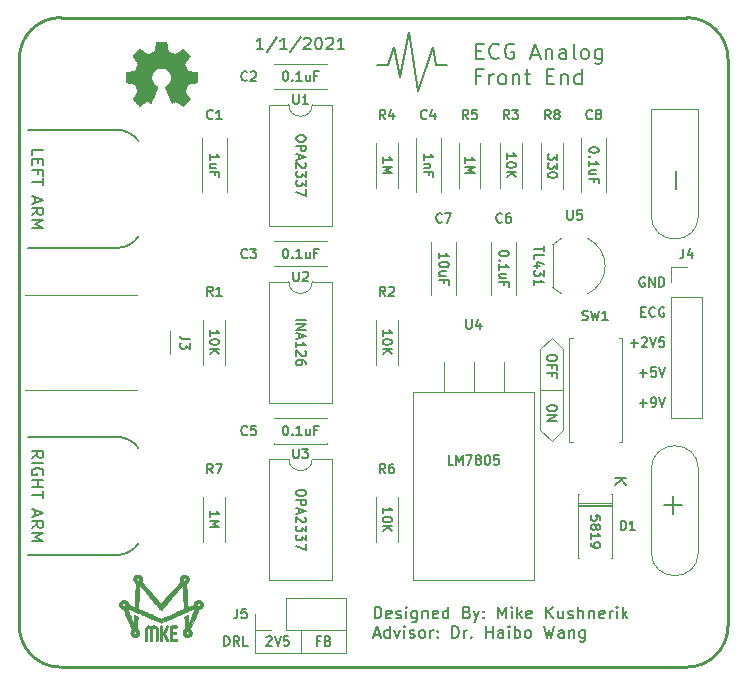
<source format=gbr>
G04 #@! TF.GenerationSoftware,KiCad,Pcbnew,(5.1.8)-1*
G04 #@! TF.CreationDate,2021-01-06T21:55:42-05:00*
G04 #@! TF.ProjectId,ECG_Amplifier,4543475f-416d-4706-9c69-666965722e6b,rev?*
G04 #@! TF.SameCoordinates,Original*
G04 #@! TF.FileFunction,Legend,Top*
G04 #@! TF.FilePolarity,Positive*
%FSLAX46Y46*%
G04 Gerber Fmt 4.6, Leading zero omitted, Abs format (unit mm)*
G04 Created by KiCad (PCBNEW (5.1.8)-1) date 2021-01-06 21:55:42*
%MOMM*%
%LPD*%
G01*
G04 APERTURE LIST*
G04 #@! TA.AperFunction,Profile*
%ADD10C,0.254000*%
G04 #@! TD*
%ADD11C,0.150000*%
%ADD12C,0.120000*%
%ADD13C,0.200000*%
%ADD14C,0.010000*%
G04 APERTURE END LIST*
D10*
X126500000Y-127500000D02*
G75*
G03*
X130000000Y-124000000I0J3500000D01*
G01*
X130000000Y-76000000D02*
G75*
G03*
X126500000Y-72500000I-3500000J0D01*
G01*
X70000000Y-124000000D02*
G75*
G03*
X73500000Y-127500000I3500000J0D01*
G01*
D11*
X100085595Y-123377380D02*
X100085595Y-122377380D01*
X100323690Y-122377380D01*
X100466547Y-122425000D01*
X100561785Y-122520238D01*
X100609404Y-122615476D01*
X100657023Y-122805952D01*
X100657023Y-122948809D01*
X100609404Y-123139285D01*
X100561785Y-123234523D01*
X100466547Y-123329761D01*
X100323690Y-123377380D01*
X100085595Y-123377380D01*
X101466547Y-123329761D02*
X101371309Y-123377380D01*
X101180833Y-123377380D01*
X101085595Y-123329761D01*
X101037976Y-123234523D01*
X101037976Y-122853571D01*
X101085595Y-122758333D01*
X101180833Y-122710714D01*
X101371309Y-122710714D01*
X101466547Y-122758333D01*
X101514166Y-122853571D01*
X101514166Y-122948809D01*
X101037976Y-123044047D01*
X101895119Y-123329761D02*
X101990357Y-123377380D01*
X102180833Y-123377380D01*
X102276071Y-123329761D01*
X102323690Y-123234523D01*
X102323690Y-123186904D01*
X102276071Y-123091666D01*
X102180833Y-123044047D01*
X102037976Y-123044047D01*
X101942738Y-122996428D01*
X101895119Y-122901190D01*
X101895119Y-122853571D01*
X101942738Y-122758333D01*
X102037976Y-122710714D01*
X102180833Y-122710714D01*
X102276071Y-122758333D01*
X102752261Y-123377380D02*
X102752261Y-122710714D01*
X102752261Y-122377380D02*
X102704642Y-122425000D01*
X102752261Y-122472619D01*
X102799880Y-122425000D01*
X102752261Y-122377380D01*
X102752261Y-122472619D01*
X103657023Y-122710714D02*
X103657023Y-123520238D01*
X103609404Y-123615476D01*
X103561785Y-123663095D01*
X103466547Y-123710714D01*
X103323690Y-123710714D01*
X103228452Y-123663095D01*
X103657023Y-123329761D02*
X103561785Y-123377380D01*
X103371309Y-123377380D01*
X103276071Y-123329761D01*
X103228452Y-123282142D01*
X103180833Y-123186904D01*
X103180833Y-122901190D01*
X103228452Y-122805952D01*
X103276071Y-122758333D01*
X103371309Y-122710714D01*
X103561785Y-122710714D01*
X103657023Y-122758333D01*
X104133214Y-122710714D02*
X104133214Y-123377380D01*
X104133214Y-122805952D02*
X104180833Y-122758333D01*
X104276071Y-122710714D01*
X104418928Y-122710714D01*
X104514166Y-122758333D01*
X104561785Y-122853571D01*
X104561785Y-123377380D01*
X105418928Y-123329761D02*
X105323690Y-123377380D01*
X105133214Y-123377380D01*
X105037976Y-123329761D01*
X104990357Y-123234523D01*
X104990357Y-122853571D01*
X105037976Y-122758333D01*
X105133214Y-122710714D01*
X105323690Y-122710714D01*
X105418928Y-122758333D01*
X105466547Y-122853571D01*
X105466547Y-122948809D01*
X104990357Y-123044047D01*
X106323690Y-123377380D02*
X106323690Y-122377380D01*
X106323690Y-123329761D02*
X106228452Y-123377380D01*
X106037976Y-123377380D01*
X105942738Y-123329761D01*
X105895119Y-123282142D01*
X105847500Y-123186904D01*
X105847500Y-122901190D01*
X105895119Y-122805952D01*
X105942738Y-122758333D01*
X106037976Y-122710714D01*
X106228452Y-122710714D01*
X106323690Y-122758333D01*
X107895119Y-122853571D02*
X108037976Y-122901190D01*
X108085595Y-122948809D01*
X108133214Y-123044047D01*
X108133214Y-123186904D01*
X108085595Y-123282142D01*
X108037976Y-123329761D01*
X107942738Y-123377380D01*
X107561785Y-123377380D01*
X107561785Y-122377380D01*
X107895119Y-122377380D01*
X107990357Y-122425000D01*
X108037976Y-122472619D01*
X108085595Y-122567857D01*
X108085595Y-122663095D01*
X108037976Y-122758333D01*
X107990357Y-122805952D01*
X107895119Y-122853571D01*
X107561785Y-122853571D01*
X108466547Y-122710714D02*
X108704642Y-123377380D01*
X108942738Y-122710714D02*
X108704642Y-123377380D01*
X108609404Y-123615476D01*
X108561785Y-123663095D01*
X108466547Y-123710714D01*
X109323690Y-123282142D02*
X109371309Y-123329761D01*
X109323690Y-123377380D01*
X109276071Y-123329761D01*
X109323690Y-123282142D01*
X109323690Y-123377380D01*
X109323690Y-122758333D02*
X109371309Y-122805952D01*
X109323690Y-122853571D01*
X109276071Y-122805952D01*
X109323690Y-122758333D01*
X109323690Y-122853571D01*
X110561785Y-123377380D02*
X110561785Y-122377380D01*
X110895119Y-123091666D01*
X111228452Y-122377380D01*
X111228452Y-123377380D01*
X111704642Y-123377380D02*
X111704642Y-122710714D01*
X111704642Y-122377380D02*
X111657023Y-122425000D01*
X111704642Y-122472619D01*
X111752261Y-122425000D01*
X111704642Y-122377380D01*
X111704642Y-122472619D01*
X112180833Y-123377380D02*
X112180833Y-122377380D01*
X112276071Y-122996428D02*
X112561785Y-123377380D01*
X112561785Y-122710714D02*
X112180833Y-123091666D01*
X113371309Y-123329761D02*
X113276071Y-123377380D01*
X113085595Y-123377380D01*
X112990357Y-123329761D01*
X112942738Y-123234523D01*
X112942738Y-122853571D01*
X112990357Y-122758333D01*
X113085595Y-122710714D01*
X113276071Y-122710714D01*
X113371309Y-122758333D01*
X113418928Y-122853571D01*
X113418928Y-122948809D01*
X112942738Y-123044047D01*
X114609404Y-123377380D02*
X114609404Y-122377380D01*
X115180833Y-123377380D02*
X114752261Y-122805952D01*
X115180833Y-122377380D02*
X114609404Y-122948809D01*
X116037976Y-122710714D02*
X116037976Y-123377380D01*
X115609404Y-122710714D02*
X115609404Y-123234523D01*
X115657023Y-123329761D01*
X115752261Y-123377380D01*
X115895119Y-123377380D01*
X115990357Y-123329761D01*
X116037976Y-123282142D01*
X116466547Y-123329761D02*
X116561785Y-123377380D01*
X116752261Y-123377380D01*
X116847500Y-123329761D01*
X116895119Y-123234523D01*
X116895119Y-123186904D01*
X116847500Y-123091666D01*
X116752261Y-123044047D01*
X116609404Y-123044047D01*
X116514166Y-122996428D01*
X116466547Y-122901190D01*
X116466547Y-122853571D01*
X116514166Y-122758333D01*
X116609404Y-122710714D01*
X116752261Y-122710714D01*
X116847500Y-122758333D01*
X117323690Y-123377380D02*
X117323690Y-122377380D01*
X117752261Y-123377380D02*
X117752261Y-122853571D01*
X117704642Y-122758333D01*
X117609404Y-122710714D01*
X117466547Y-122710714D01*
X117371309Y-122758333D01*
X117323690Y-122805952D01*
X118228452Y-122710714D02*
X118228452Y-123377380D01*
X118228452Y-122805952D02*
X118276071Y-122758333D01*
X118371309Y-122710714D01*
X118514166Y-122710714D01*
X118609404Y-122758333D01*
X118657023Y-122853571D01*
X118657023Y-123377380D01*
X119514166Y-123329761D02*
X119418928Y-123377380D01*
X119228452Y-123377380D01*
X119133214Y-123329761D01*
X119085595Y-123234523D01*
X119085595Y-122853571D01*
X119133214Y-122758333D01*
X119228452Y-122710714D01*
X119418928Y-122710714D01*
X119514166Y-122758333D01*
X119561785Y-122853571D01*
X119561785Y-122948809D01*
X119085595Y-123044047D01*
X119990357Y-123377380D02*
X119990357Y-122710714D01*
X119990357Y-122901190D02*
X120037976Y-122805952D01*
X120085595Y-122758333D01*
X120180833Y-122710714D01*
X120276071Y-122710714D01*
X120609404Y-123377380D02*
X120609404Y-122710714D01*
X120609404Y-122377380D02*
X120561785Y-122425000D01*
X120609404Y-122472619D01*
X120657023Y-122425000D01*
X120609404Y-122377380D01*
X120609404Y-122472619D01*
X121085595Y-123377380D02*
X121085595Y-122377380D01*
X121180833Y-122996428D02*
X121466547Y-123377380D01*
X121466547Y-122710714D02*
X121085595Y-123091666D01*
X100037976Y-124741666D02*
X100514166Y-124741666D01*
X99942738Y-125027380D02*
X100276071Y-124027380D01*
X100609404Y-125027380D01*
X101371309Y-125027380D02*
X101371309Y-124027380D01*
X101371309Y-124979761D02*
X101276071Y-125027380D01*
X101085595Y-125027380D01*
X100990357Y-124979761D01*
X100942738Y-124932142D01*
X100895119Y-124836904D01*
X100895119Y-124551190D01*
X100942738Y-124455952D01*
X100990357Y-124408333D01*
X101085595Y-124360714D01*
X101276071Y-124360714D01*
X101371309Y-124408333D01*
X101752261Y-124360714D02*
X101990357Y-125027380D01*
X102228452Y-124360714D01*
X102609404Y-125027380D02*
X102609404Y-124360714D01*
X102609404Y-124027380D02*
X102561785Y-124075000D01*
X102609404Y-124122619D01*
X102657023Y-124075000D01*
X102609404Y-124027380D01*
X102609404Y-124122619D01*
X103037976Y-124979761D02*
X103133214Y-125027380D01*
X103323690Y-125027380D01*
X103418928Y-124979761D01*
X103466547Y-124884523D01*
X103466547Y-124836904D01*
X103418928Y-124741666D01*
X103323690Y-124694047D01*
X103180833Y-124694047D01*
X103085595Y-124646428D01*
X103037976Y-124551190D01*
X103037976Y-124503571D01*
X103085595Y-124408333D01*
X103180833Y-124360714D01*
X103323690Y-124360714D01*
X103418928Y-124408333D01*
X104037976Y-125027380D02*
X103942738Y-124979761D01*
X103895119Y-124932142D01*
X103847500Y-124836904D01*
X103847500Y-124551190D01*
X103895119Y-124455952D01*
X103942738Y-124408333D01*
X104037976Y-124360714D01*
X104180833Y-124360714D01*
X104276071Y-124408333D01*
X104323690Y-124455952D01*
X104371309Y-124551190D01*
X104371309Y-124836904D01*
X104323690Y-124932142D01*
X104276071Y-124979761D01*
X104180833Y-125027380D01*
X104037976Y-125027380D01*
X104799880Y-125027380D02*
X104799880Y-124360714D01*
X104799880Y-124551190D02*
X104847500Y-124455952D01*
X104895119Y-124408333D01*
X104990357Y-124360714D01*
X105085595Y-124360714D01*
X105418928Y-124932142D02*
X105466547Y-124979761D01*
X105418928Y-125027380D01*
X105371309Y-124979761D01*
X105418928Y-124932142D01*
X105418928Y-125027380D01*
X105418928Y-124408333D02*
X105466547Y-124455952D01*
X105418928Y-124503571D01*
X105371309Y-124455952D01*
X105418928Y-124408333D01*
X105418928Y-124503571D01*
X106657023Y-125027380D02*
X106657023Y-124027380D01*
X106895119Y-124027380D01*
X107037976Y-124075000D01*
X107133214Y-124170238D01*
X107180833Y-124265476D01*
X107228452Y-124455952D01*
X107228452Y-124598809D01*
X107180833Y-124789285D01*
X107133214Y-124884523D01*
X107037976Y-124979761D01*
X106895119Y-125027380D01*
X106657023Y-125027380D01*
X107657023Y-125027380D02*
X107657023Y-124360714D01*
X107657023Y-124551190D02*
X107704642Y-124455952D01*
X107752261Y-124408333D01*
X107847500Y-124360714D01*
X107942738Y-124360714D01*
X108276071Y-124932142D02*
X108323690Y-124979761D01*
X108276071Y-125027380D01*
X108228452Y-124979761D01*
X108276071Y-124932142D01*
X108276071Y-125027380D01*
X109514166Y-125027380D02*
X109514166Y-124027380D01*
X109514166Y-124503571D02*
X110085595Y-124503571D01*
X110085595Y-125027380D02*
X110085595Y-124027380D01*
X110990357Y-125027380D02*
X110990357Y-124503571D01*
X110942738Y-124408333D01*
X110847500Y-124360714D01*
X110657023Y-124360714D01*
X110561785Y-124408333D01*
X110990357Y-124979761D02*
X110895119Y-125027380D01*
X110657023Y-125027380D01*
X110561785Y-124979761D01*
X110514166Y-124884523D01*
X110514166Y-124789285D01*
X110561785Y-124694047D01*
X110657023Y-124646428D01*
X110895119Y-124646428D01*
X110990357Y-124598809D01*
X111466547Y-125027380D02*
X111466547Y-124360714D01*
X111466547Y-124027380D02*
X111418928Y-124075000D01*
X111466547Y-124122619D01*
X111514166Y-124075000D01*
X111466547Y-124027380D01*
X111466547Y-124122619D01*
X111942738Y-125027380D02*
X111942738Y-124027380D01*
X111942738Y-124408333D02*
X112037976Y-124360714D01*
X112228452Y-124360714D01*
X112323690Y-124408333D01*
X112371309Y-124455952D01*
X112418928Y-124551190D01*
X112418928Y-124836904D01*
X112371309Y-124932142D01*
X112323690Y-124979761D01*
X112228452Y-125027380D01*
X112037976Y-125027380D01*
X111942738Y-124979761D01*
X112990357Y-125027380D02*
X112895119Y-124979761D01*
X112847500Y-124932142D01*
X112799880Y-124836904D01*
X112799880Y-124551190D01*
X112847500Y-124455952D01*
X112895119Y-124408333D01*
X112990357Y-124360714D01*
X113133214Y-124360714D01*
X113228452Y-124408333D01*
X113276071Y-124455952D01*
X113323690Y-124551190D01*
X113323690Y-124836904D01*
X113276071Y-124932142D01*
X113228452Y-124979761D01*
X113133214Y-125027380D01*
X112990357Y-125027380D01*
X114418928Y-124027380D02*
X114657023Y-125027380D01*
X114847500Y-124313095D01*
X115037976Y-125027380D01*
X115276071Y-124027380D01*
X116085595Y-125027380D02*
X116085595Y-124503571D01*
X116037976Y-124408333D01*
X115942738Y-124360714D01*
X115752261Y-124360714D01*
X115657023Y-124408333D01*
X116085595Y-124979761D02*
X115990357Y-125027380D01*
X115752261Y-125027380D01*
X115657023Y-124979761D01*
X115609404Y-124884523D01*
X115609404Y-124789285D01*
X115657023Y-124694047D01*
X115752261Y-124646428D01*
X115990357Y-124646428D01*
X116085595Y-124598809D01*
X116561785Y-124360714D02*
X116561785Y-125027380D01*
X116561785Y-124455952D02*
X116609404Y-124408333D01*
X116704642Y-124360714D01*
X116847500Y-124360714D01*
X116942738Y-124408333D01*
X116990357Y-124503571D01*
X116990357Y-125027380D01*
X117895119Y-124360714D02*
X117895119Y-125170238D01*
X117847500Y-125265476D01*
X117799880Y-125313095D01*
X117704642Y-125360714D01*
X117561785Y-125360714D01*
X117466547Y-125313095D01*
X117895119Y-124979761D02*
X117799880Y-125027380D01*
X117609404Y-125027380D01*
X117514166Y-124979761D01*
X117466547Y-124932142D01*
X117418928Y-124836904D01*
X117418928Y-124551190D01*
X117466547Y-124455952D01*
X117514166Y-124408333D01*
X117609404Y-124360714D01*
X117799880Y-124360714D01*
X117895119Y-124408333D01*
D12*
X116021700Y-100598200D02*
X116021700Y-104000000D01*
X116021700Y-100598200D02*
X115062500Y-99639000D01*
X114103300Y-100598200D02*
X115062500Y-99639000D01*
X116021700Y-104000000D02*
X116021700Y-107401800D01*
X116021700Y-107401800D02*
X115062500Y-108361000D01*
X114103300Y-107401800D02*
X115062500Y-108361000D01*
X114103300Y-104000000D02*
X114103300Y-107401800D01*
X114103300Y-104000000D02*
X114103300Y-100598200D01*
X114103300Y-104000000D02*
X116021700Y-104000000D01*
D11*
X115500595Y-101238095D02*
X115500595Y-101390476D01*
X115462500Y-101466666D01*
X115386309Y-101542857D01*
X115233928Y-101580952D01*
X114967261Y-101580952D01*
X114814880Y-101542857D01*
X114738690Y-101466666D01*
X114700595Y-101390476D01*
X114700595Y-101238095D01*
X114738690Y-101161904D01*
X114814880Y-101085714D01*
X114967261Y-101047619D01*
X115233928Y-101047619D01*
X115386309Y-101085714D01*
X115462500Y-101161904D01*
X115500595Y-101238095D01*
X115119642Y-102190476D02*
X115119642Y-101923809D01*
X114700595Y-101923809D02*
X115500595Y-101923809D01*
X115500595Y-102304761D01*
X115119642Y-102876190D02*
X115119642Y-102609523D01*
X114700595Y-102609523D02*
X115500595Y-102609523D01*
X115500595Y-102990476D01*
D12*
X93810000Y-126330000D02*
X97680000Y-126330000D01*
X97680000Y-124330000D02*
X97680000Y-126330000D01*
X93810000Y-126330000D02*
X93810000Y-124330000D01*
X89940000Y-126330000D02*
X93810000Y-126330000D01*
X89940000Y-124330000D02*
X89940000Y-126330000D01*
D11*
X95459285Y-125272857D02*
X95192619Y-125272857D01*
X95192619Y-125691904D02*
X95192619Y-124891904D01*
X95573571Y-124891904D01*
X96145000Y-125272857D02*
X96259285Y-125310952D01*
X96297380Y-125349047D01*
X96335476Y-125425238D01*
X96335476Y-125539523D01*
X96297380Y-125615714D01*
X96259285Y-125653809D01*
X96183095Y-125691904D01*
X95878333Y-125691904D01*
X95878333Y-124891904D01*
X96145000Y-124891904D01*
X96221190Y-124930000D01*
X96259285Y-124968095D01*
X96297380Y-125044285D01*
X96297380Y-125120476D01*
X96259285Y-125196666D01*
X96221190Y-125234761D01*
X96145000Y-125272857D01*
X95878333Y-125272857D01*
X90922619Y-124968095D02*
X90960714Y-124930000D01*
X91036904Y-124891904D01*
X91227380Y-124891904D01*
X91303571Y-124930000D01*
X91341666Y-124968095D01*
X91379761Y-125044285D01*
X91379761Y-125120476D01*
X91341666Y-125234761D01*
X90884523Y-125691904D01*
X91379761Y-125691904D01*
X91608333Y-124891904D02*
X91875000Y-125691904D01*
X92141666Y-124891904D01*
X92789285Y-124891904D02*
X92408333Y-124891904D01*
X92370238Y-125272857D01*
X92408333Y-125234761D01*
X92484523Y-125196666D01*
X92675000Y-125196666D01*
X92751190Y-125234761D01*
X92789285Y-125272857D01*
X92827380Y-125349047D01*
X92827380Y-125539523D01*
X92789285Y-125615714D01*
X92751190Y-125653809D01*
X92675000Y-125691904D01*
X92484523Y-125691904D01*
X92408333Y-125653809D01*
X92370238Y-125615714D01*
X87345357Y-125691904D02*
X87345357Y-124891904D01*
X87535833Y-124891904D01*
X87650119Y-124930000D01*
X87726309Y-125006190D01*
X87764404Y-125082380D01*
X87802500Y-125234761D01*
X87802500Y-125349047D01*
X87764404Y-125501428D01*
X87726309Y-125577619D01*
X87650119Y-125653809D01*
X87535833Y-125691904D01*
X87345357Y-125691904D01*
X88602500Y-125691904D02*
X88335833Y-125310952D01*
X88145357Y-125691904D02*
X88145357Y-124891904D01*
X88450119Y-124891904D01*
X88526309Y-124930000D01*
X88564404Y-124968095D01*
X88602500Y-125044285D01*
X88602500Y-125158571D01*
X88564404Y-125234761D01*
X88526309Y-125272857D01*
X88450119Y-125310952D01*
X88145357Y-125310952D01*
X89326309Y-125691904D02*
X88945357Y-125691904D01*
X88945357Y-124891904D01*
D13*
X105250000Y-76500000D02*
X106250000Y-76500000D01*
X105000000Y-75000000D02*
X105250000Y-76500000D01*
X104500000Y-76500000D02*
X105000000Y-75000000D01*
D11*
X71047619Y-84166666D02*
X71047619Y-83690476D01*
X72047619Y-83690476D01*
X71571428Y-84500000D02*
X71571428Y-84833333D01*
X71047619Y-84976190D02*
X71047619Y-84500000D01*
X72047619Y-84500000D01*
X72047619Y-84976190D01*
X71571428Y-85738095D02*
X71571428Y-85404761D01*
X71047619Y-85404761D02*
X72047619Y-85404761D01*
X72047619Y-85880952D01*
X72047619Y-86119047D02*
X72047619Y-86690476D01*
X71047619Y-86404761D02*
X72047619Y-86404761D01*
X71333333Y-87738095D02*
X71333333Y-88214285D01*
X71047619Y-87642857D02*
X72047619Y-87976190D01*
X71047619Y-88309523D01*
X71047619Y-89214285D02*
X71523809Y-88880952D01*
X71047619Y-88642857D02*
X72047619Y-88642857D01*
X72047619Y-89023809D01*
X72000000Y-89119047D01*
X71952380Y-89166666D01*
X71857142Y-89214285D01*
X71714285Y-89214285D01*
X71619047Y-89166666D01*
X71571428Y-89119047D01*
X71523809Y-89023809D01*
X71523809Y-88642857D01*
X71047619Y-89642857D02*
X72047619Y-89642857D01*
X71333333Y-89976190D01*
X72047619Y-90309523D01*
X71047619Y-90309523D01*
X71047619Y-109785714D02*
X71523809Y-109452380D01*
X71047619Y-109214285D02*
X72047619Y-109214285D01*
X72047619Y-109595238D01*
X72000000Y-109690476D01*
X71952380Y-109738095D01*
X71857142Y-109785714D01*
X71714285Y-109785714D01*
X71619047Y-109738095D01*
X71571428Y-109690476D01*
X71523809Y-109595238D01*
X71523809Y-109214285D01*
X71047619Y-110214285D02*
X72047619Y-110214285D01*
X72000000Y-111214285D02*
X72047619Y-111119047D01*
X72047619Y-110976190D01*
X72000000Y-110833333D01*
X71904761Y-110738095D01*
X71809523Y-110690476D01*
X71619047Y-110642857D01*
X71476190Y-110642857D01*
X71285714Y-110690476D01*
X71190476Y-110738095D01*
X71095238Y-110833333D01*
X71047619Y-110976190D01*
X71047619Y-111071428D01*
X71095238Y-111214285D01*
X71142857Y-111261904D01*
X71476190Y-111261904D01*
X71476190Y-111071428D01*
X71047619Y-111690476D02*
X72047619Y-111690476D01*
X71571428Y-111690476D02*
X71571428Y-112261904D01*
X71047619Y-112261904D02*
X72047619Y-112261904D01*
X72047619Y-112595238D02*
X72047619Y-113166666D01*
X71047619Y-112880952D02*
X72047619Y-112880952D01*
X71333333Y-114214285D02*
X71333333Y-114690476D01*
X71047619Y-114119047D02*
X72047619Y-114452380D01*
X71047619Y-114785714D01*
X71047619Y-115690476D02*
X71523809Y-115357142D01*
X71047619Y-115119047D02*
X72047619Y-115119047D01*
X72047619Y-115500000D01*
X72000000Y-115595238D01*
X71952380Y-115642857D01*
X71857142Y-115690476D01*
X71714285Y-115690476D01*
X71619047Y-115642857D01*
X71571428Y-115595238D01*
X71523809Y-115500000D01*
X71523809Y-115119047D01*
X71047619Y-116119047D02*
X72047619Y-116119047D01*
X71333333Y-116452380D01*
X72047619Y-116785714D01*
X71047619Y-116785714D01*
X90667142Y-75202380D02*
X90095714Y-75202380D01*
X90381428Y-75202380D02*
X90381428Y-74202380D01*
X90286190Y-74345238D01*
X90190952Y-74440476D01*
X90095714Y-74488095D01*
X91810000Y-74154761D02*
X90952857Y-75440476D01*
X92667142Y-75202380D02*
X92095714Y-75202380D01*
X92381428Y-75202380D02*
X92381428Y-74202380D01*
X92286190Y-74345238D01*
X92190952Y-74440476D01*
X92095714Y-74488095D01*
X93810000Y-74154761D02*
X92952857Y-75440476D01*
X94095714Y-74297619D02*
X94143333Y-74250000D01*
X94238571Y-74202380D01*
X94476666Y-74202380D01*
X94571904Y-74250000D01*
X94619523Y-74297619D01*
X94667142Y-74392857D01*
X94667142Y-74488095D01*
X94619523Y-74630952D01*
X94048095Y-75202380D01*
X94667142Y-75202380D01*
X95286190Y-74202380D02*
X95381428Y-74202380D01*
X95476666Y-74250000D01*
X95524285Y-74297619D01*
X95571904Y-74392857D01*
X95619523Y-74583333D01*
X95619523Y-74821428D01*
X95571904Y-75011904D01*
X95524285Y-75107142D01*
X95476666Y-75154761D01*
X95381428Y-75202380D01*
X95286190Y-75202380D01*
X95190952Y-75154761D01*
X95143333Y-75107142D01*
X95095714Y-75011904D01*
X95048095Y-74821428D01*
X95048095Y-74583333D01*
X95095714Y-74392857D01*
X95143333Y-74297619D01*
X95190952Y-74250000D01*
X95286190Y-74202380D01*
X96000476Y-74297619D02*
X96048095Y-74250000D01*
X96143333Y-74202380D01*
X96381428Y-74202380D01*
X96476666Y-74250000D01*
X96524285Y-74297619D01*
X96571904Y-74392857D01*
X96571904Y-74488095D01*
X96524285Y-74630952D01*
X95952857Y-75202380D01*
X96571904Y-75202380D01*
X97524285Y-75202380D02*
X96952857Y-75202380D01*
X97238571Y-75202380D02*
X97238571Y-74202380D01*
X97143333Y-74345238D01*
X97048095Y-74440476D01*
X96952857Y-74488095D01*
D13*
X103750000Y-78750000D02*
X104500000Y-76500000D01*
X103000000Y-73750000D02*
X103750000Y-78750000D01*
X102250000Y-77500000D02*
X103000000Y-73750000D01*
X101750000Y-75000000D02*
X102250000Y-77500000D01*
X101250000Y-76500000D02*
X101750000Y-75000000D01*
X100250000Y-76500000D02*
X101250000Y-76500000D01*
X125642857Y-87011904D02*
X125642857Y-85488095D01*
X125357142Y-112988095D02*
X125357142Y-114511904D01*
X124595238Y-113750000D02*
X126119047Y-113750000D01*
D11*
X115500595Y-105504761D02*
X115500595Y-105657142D01*
X115462500Y-105733333D01*
X115386309Y-105809523D01*
X115233928Y-105847619D01*
X114967261Y-105847619D01*
X114814880Y-105809523D01*
X114738690Y-105733333D01*
X114700595Y-105657142D01*
X114700595Y-105504761D01*
X114738690Y-105428571D01*
X114814880Y-105352380D01*
X114967261Y-105314285D01*
X115233928Y-105314285D01*
X115386309Y-105352380D01*
X115462500Y-105428571D01*
X115500595Y-105504761D01*
X114700595Y-106190476D02*
X115500595Y-106190476D01*
X114700595Y-106647619D01*
X115500595Y-106647619D01*
X122948928Y-94520000D02*
X122872738Y-94481904D01*
X122758452Y-94481904D01*
X122644166Y-94520000D01*
X122567976Y-94596190D01*
X122529880Y-94672380D01*
X122491785Y-94824761D01*
X122491785Y-94939047D01*
X122529880Y-95091428D01*
X122567976Y-95167619D01*
X122644166Y-95243809D01*
X122758452Y-95281904D01*
X122834642Y-95281904D01*
X122948928Y-95243809D01*
X122987023Y-95205714D01*
X122987023Y-94939047D01*
X122834642Y-94939047D01*
X123329880Y-95281904D02*
X123329880Y-94481904D01*
X123787023Y-95281904D01*
X123787023Y-94481904D01*
X124167976Y-95281904D02*
X124167976Y-94481904D01*
X124358452Y-94481904D01*
X124472738Y-94520000D01*
X124548928Y-94596190D01*
X124587023Y-94672380D01*
X124625119Y-94824761D01*
X124625119Y-94939047D01*
X124587023Y-95091428D01*
X124548928Y-95167619D01*
X124472738Y-95243809D01*
X124358452Y-95281904D01*
X124167976Y-95281904D01*
X122644166Y-97402857D02*
X122910833Y-97402857D01*
X123025119Y-97821904D02*
X122644166Y-97821904D01*
X122644166Y-97021904D01*
X123025119Y-97021904D01*
X123825119Y-97745714D02*
X123787023Y-97783809D01*
X123672738Y-97821904D01*
X123596547Y-97821904D01*
X123482261Y-97783809D01*
X123406071Y-97707619D01*
X123367976Y-97631428D01*
X123329880Y-97479047D01*
X123329880Y-97364761D01*
X123367976Y-97212380D01*
X123406071Y-97136190D01*
X123482261Y-97060000D01*
X123596547Y-97021904D01*
X123672738Y-97021904D01*
X123787023Y-97060000D01*
X123825119Y-97098095D01*
X124587023Y-97060000D02*
X124510833Y-97021904D01*
X124396547Y-97021904D01*
X124282261Y-97060000D01*
X124206071Y-97136190D01*
X124167976Y-97212380D01*
X124129880Y-97364761D01*
X124129880Y-97479047D01*
X124167976Y-97631428D01*
X124206071Y-97707619D01*
X124282261Y-97783809D01*
X124396547Y-97821904D01*
X124472738Y-97821904D01*
X124587023Y-97783809D01*
X124625119Y-97745714D01*
X124625119Y-97479047D01*
X124472738Y-97479047D01*
X121767976Y-100057142D02*
X122377500Y-100057142D01*
X122072738Y-100361904D02*
X122072738Y-99752380D01*
X122720357Y-99638095D02*
X122758452Y-99600000D01*
X122834642Y-99561904D01*
X123025119Y-99561904D01*
X123101309Y-99600000D01*
X123139404Y-99638095D01*
X123177500Y-99714285D01*
X123177500Y-99790476D01*
X123139404Y-99904761D01*
X122682261Y-100361904D01*
X123177500Y-100361904D01*
X123406071Y-99561904D02*
X123672738Y-100361904D01*
X123939404Y-99561904D01*
X124587023Y-99561904D02*
X124206071Y-99561904D01*
X124167976Y-99942857D01*
X124206071Y-99904761D01*
X124282261Y-99866666D01*
X124472738Y-99866666D01*
X124548928Y-99904761D01*
X124587023Y-99942857D01*
X124625119Y-100019047D01*
X124625119Y-100209523D01*
X124587023Y-100285714D01*
X124548928Y-100323809D01*
X124472738Y-100361904D01*
X124282261Y-100361904D01*
X124206071Y-100323809D01*
X124167976Y-100285714D01*
X122529880Y-102597142D02*
X123139404Y-102597142D01*
X122834642Y-102901904D02*
X122834642Y-102292380D01*
X123901309Y-102101904D02*
X123520357Y-102101904D01*
X123482261Y-102482857D01*
X123520357Y-102444761D01*
X123596547Y-102406666D01*
X123787023Y-102406666D01*
X123863214Y-102444761D01*
X123901309Y-102482857D01*
X123939404Y-102559047D01*
X123939404Y-102749523D01*
X123901309Y-102825714D01*
X123863214Y-102863809D01*
X123787023Y-102901904D01*
X123596547Y-102901904D01*
X123520357Y-102863809D01*
X123482261Y-102825714D01*
X124167976Y-102101904D02*
X124434642Y-102901904D01*
X124701309Y-102101904D01*
X122529880Y-105137142D02*
X123139404Y-105137142D01*
X122834642Y-105441904D02*
X122834642Y-104832380D01*
X123558452Y-105441904D02*
X123710833Y-105441904D01*
X123787023Y-105403809D01*
X123825119Y-105365714D01*
X123901309Y-105251428D01*
X123939404Y-105099047D01*
X123939404Y-104794285D01*
X123901309Y-104718095D01*
X123863214Y-104680000D01*
X123787023Y-104641904D01*
X123634642Y-104641904D01*
X123558452Y-104680000D01*
X123520357Y-104718095D01*
X123482261Y-104794285D01*
X123482261Y-104984761D01*
X123520357Y-105060952D01*
X123558452Y-105099047D01*
X123634642Y-105137142D01*
X123787023Y-105137142D01*
X123863214Y-105099047D01*
X123901309Y-105060952D01*
X123939404Y-104984761D01*
X124167976Y-104641904D02*
X124434642Y-105441904D01*
X124701309Y-104641904D01*
D10*
X73500000Y-72500000D02*
G75*
G03*
X70000000Y-76000000I0J-3500000D01*
G01*
X70000000Y-76000000D02*
X70000000Y-124000000D01*
X130000000Y-76000000D02*
X130000000Y-124000000D01*
D13*
X108689523Y-75332142D02*
X109122857Y-75332142D01*
X109308571Y-76013095D02*
X108689523Y-76013095D01*
X108689523Y-74713095D01*
X109308571Y-74713095D01*
X110608571Y-75889285D02*
X110546666Y-75951190D01*
X110360952Y-76013095D01*
X110237142Y-76013095D01*
X110051428Y-75951190D01*
X109927619Y-75827380D01*
X109865714Y-75703571D01*
X109803809Y-75455952D01*
X109803809Y-75270238D01*
X109865714Y-75022619D01*
X109927619Y-74898809D01*
X110051428Y-74775000D01*
X110237142Y-74713095D01*
X110360952Y-74713095D01*
X110546666Y-74775000D01*
X110608571Y-74836904D01*
X111846666Y-74775000D02*
X111722857Y-74713095D01*
X111537142Y-74713095D01*
X111351428Y-74775000D01*
X111227619Y-74898809D01*
X111165714Y-75022619D01*
X111103809Y-75270238D01*
X111103809Y-75455952D01*
X111165714Y-75703571D01*
X111227619Y-75827380D01*
X111351428Y-75951190D01*
X111537142Y-76013095D01*
X111660952Y-76013095D01*
X111846666Y-75951190D01*
X111908571Y-75889285D01*
X111908571Y-75455952D01*
X111660952Y-75455952D01*
X113394285Y-75641666D02*
X114013333Y-75641666D01*
X113270476Y-76013095D02*
X113703809Y-74713095D01*
X114137142Y-76013095D01*
X114570476Y-75146428D02*
X114570476Y-76013095D01*
X114570476Y-75270238D02*
X114632380Y-75208333D01*
X114756190Y-75146428D01*
X114941904Y-75146428D01*
X115065714Y-75208333D01*
X115127619Y-75332142D01*
X115127619Y-76013095D01*
X116303809Y-76013095D02*
X116303809Y-75332142D01*
X116241904Y-75208333D01*
X116118095Y-75146428D01*
X115870476Y-75146428D01*
X115746666Y-75208333D01*
X116303809Y-75951190D02*
X116180000Y-76013095D01*
X115870476Y-76013095D01*
X115746666Y-75951190D01*
X115684761Y-75827380D01*
X115684761Y-75703571D01*
X115746666Y-75579761D01*
X115870476Y-75517857D01*
X116180000Y-75517857D01*
X116303809Y-75455952D01*
X117108571Y-76013095D02*
X116984761Y-75951190D01*
X116922857Y-75827380D01*
X116922857Y-74713095D01*
X117789523Y-76013095D02*
X117665714Y-75951190D01*
X117603809Y-75889285D01*
X117541904Y-75765476D01*
X117541904Y-75394047D01*
X117603809Y-75270238D01*
X117665714Y-75208333D01*
X117789523Y-75146428D01*
X117975238Y-75146428D01*
X118099047Y-75208333D01*
X118160952Y-75270238D01*
X118222857Y-75394047D01*
X118222857Y-75765476D01*
X118160952Y-75889285D01*
X118099047Y-75951190D01*
X117975238Y-76013095D01*
X117789523Y-76013095D01*
X119337142Y-75146428D02*
X119337142Y-76198809D01*
X119275238Y-76322619D01*
X119213333Y-76384523D01*
X119089523Y-76446428D01*
X118903809Y-76446428D01*
X118780000Y-76384523D01*
X119337142Y-75951190D02*
X119213333Y-76013095D01*
X118965714Y-76013095D01*
X118841904Y-75951190D01*
X118780000Y-75889285D01*
X118718095Y-75765476D01*
X118718095Y-75394047D01*
X118780000Y-75270238D01*
X118841904Y-75208333D01*
X118965714Y-75146428D01*
X119213333Y-75146428D01*
X119337142Y-75208333D01*
X109122857Y-77482142D02*
X108689523Y-77482142D01*
X108689523Y-78163095D02*
X108689523Y-76863095D01*
X109308571Y-76863095D01*
X109803809Y-78163095D02*
X109803809Y-77296428D01*
X109803809Y-77544047D02*
X109865714Y-77420238D01*
X109927619Y-77358333D01*
X110051428Y-77296428D01*
X110175238Y-77296428D01*
X110794285Y-78163095D02*
X110670476Y-78101190D01*
X110608571Y-78039285D01*
X110546666Y-77915476D01*
X110546666Y-77544047D01*
X110608571Y-77420238D01*
X110670476Y-77358333D01*
X110794285Y-77296428D01*
X110980000Y-77296428D01*
X111103809Y-77358333D01*
X111165714Y-77420238D01*
X111227619Y-77544047D01*
X111227619Y-77915476D01*
X111165714Y-78039285D01*
X111103809Y-78101190D01*
X110980000Y-78163095D01*
X110794285Y-78163095D01*
X111784761Y-77296428D02*
X111784761Y-78163095D01*
X111784761Y-77420238D02*
X111846666Y-77358333D01*
X111970476Y-77296428D01*
X112156190Y-77296428D01*
X112280000Y-77358333D01*
X112341904Y-77482142D01*
X112341904Y-78163095D01*
X112775238Y-77296428D02*
X113270476Y-77296428D01*
X112960952Y-76863095D02*
X112960952Y-77977380D01*
X113022857Y-78101190D01*
X113146666Y-78163095D01*
X113270476Y-78163095D01*
X114694285Y-77482142D02*
X115127619Y-77482142D01*
X115313333Y-78163095D02*
X114694285Y-78163095D01*
X114694285Y-76863095D01*
X115313333Y-76863095D01*
X115870476Y-77296428D02*
X115870476Y-78163095D01*
X115870476Y-77420238D02*
X115932380Y-77358333D01*
X116056190Y-77296428D01*
X116241904Y-77296428D01*
X116365714Y-77358333D01*
X116427619Y-77482142D01*
X116427619Y-78163095D01*
X117603809Y-78163095D02*
X117603809Y-76863095D01*
X117603809Y-78101190D02*
X117480000Y-78163095D01*
X117232380Y-78163095D01*
X117108571Y-78101190D01*
X117046666Y-78039285D01*
X116984761Y-77915476D01*
X116984761Y-77544047D01*
X117046666Y-77420238D01*
X117108571Y-77358333D01*
X117232380Y-77296428D01*
X117480000Y-77296428D01*
X117603809Y-77358333D01*
D10*
X73500000Y-127500000D02*
X126500000Y-127500000D01*
X73500000Y-72500000D02*
X126500000Y-72500000D01*
D14*
G36*
X80109044Y-119673563D02*
G01*
X80169608Y-119687612D01*
X80257490Y-119733669D01*
X80328309Y-119798449D01*
X80380239Y-119877828D01*
X80411451Y-119967683D01*
X80420118Y-120063890D01*
X80404412Y-120162326D01*
X80393922Y-120193671D01*
X80378962Y-120237094D01*
X80374985Y-120263719D01*
X80381225Y-120281566D01*
X80385049Y-120286494D01*
X80397083Y-120300614D01*
X80425274Y-120333734D01*
X80467992Y-120383934D01*
X80523603Y-120449298D01*
X80590476Y-120527906D01*
X80666979Y-120617839D01*
X80751480Y-120717181D01*
X80842347Y-120824012D01*
X80922976Y-120918811D01*
X81028531Y-121042868D01*
X81137556Y-121170908D01*
X81247155Y-121299536D01*
X81354430Y-121425356D01*
X81456485Y-121544973D01*
X81550424Y-121654991D01*
X81633351Y-121752014D01*
X81702369Y-121832647D01*
X81721934Y-121855471D01*
X82001252Y-122181157D01*
X82798386Y-121251362D01*
X82916606Y-121113401D01*
X83029948Y-120981002D01*
X83137104Y-120855704D01*
X83236763Y-120739042D01*
X83327618Y-120632552D01*
X83408359Y-120537770D01*
X83477679Y-120456233D01*
X83534268Y-120389478D01*
X83576817Y-120339039D01*
X83604018Y-120306455D01*
X83614423Y-120293475D01*
X83624176Y-120273486D01*
X83624238Y-120250215D01*
X83613865Y-120214730D01*
X83606123Y-120193788D01*
X83582198Y-120095469D01*
X83582794Y-120039194D01*
X83824159Y-120039194D01*
X83828125Y-120092268D01*
X83854403Y-120138998D01*
X83884934Y-120164147D01*
X83940872Y-120187666D01*
X83994200Y-120185814D01*
X84030009Y-120171570D01*
X84070819Y-120137101D01*
X84093683Y-120090021D01*
X84098973Y-120037393D01*
X84087060Y-119986282D01*
X84058319Y-119943751D01*
X84016639Y-119918029D01*
X83966974Y-119904930D01*
X83929514Y-119908123D01*
X83893274Y-119929192D01*
X83883325Y-119937263D01*
X83842545Y-119985588D01*
X83824159Y-120039194D01*
X83582794Y-120039194D01*
X83583230Y-119998074D01*
X83607394Y-119905722D01*
X83652867Y-119822531D01*
X83717823Y-119752618D01*
X83800438Y-119700102D01*
X83830392Y-119687612D01*
X83899869Y-119672505D01*
X83980822Y-119670798D01*
X84061105Y-119681897D01*
X84121767Y-119701884D01*
X84198610Y-119751307D01*
X84263644Y-119819575D01*
X84312720Y-119900353D01*
X84341688Y-119987305D01*
X84347784Y-120046973D01*
X84335274Y-120135099D01*
X84300520Y-120222738D01*
X84247685Y-120301879D01*
X84183832Y-120362413D01*
X84156086Y-120384972D01*
X84142542Y-120406531D01*
X84138789Y-120437721D01*
X84139549Y-120469133D01*
X84143524Y-120560227D01*
X84148575Y-120667037D01*
X84154550Y-120786981D01*
X84161300Y-120917477D01*
X84168673Y-121055943D01*
X84176519Y-121199797D01*
X84184689Y-121346458D01*
X84193031Y-121493342D01*
X84201395Y-121637868D01*
X84209630Y-121777454D01*
X84217587Y-121909518D01*
X84225115Y-122031479D01*
X84232063Y-122140753D01*
X84238280Y-122234760D01*
X84243618Y-122310917D01*
X84247924Y-122366643D01*
X84251049Y-122399354D01*
X84252464Y-122407189D01*
X84268521Y-122405956D01*
X84306288Y-122394228D01*
X84362615Y-122373176D01*
X84434357Y-122343976D01*
X84514377Y-122309555D01*
X84764570Y-122199489D01*
X84766979Y-122190686D01*
X85020551Y-122190686D01*
X85028876Y-122241072D01*
X85056993Y-122286844D01*
X85096054Y-122317037D01*
X85150327Y-122332247D01*
X85207393Y-122323734D01*
X85252426Y-122297821D01*
X85290792Y-122249957D01*
X85304828Y-122194536D01*
X85293274Y-122137316D01*
X85289343Y-122129102D01*
X85259779Y-122087808D01*
X85220133Y-122065547D01*
X85163136Y-122058413D01*
X85157684Y-122058379D01*
X85100585Y-122069532D01*
X85057780Y-122099147D01*
X85030644Y-122141455D01*
X85020551Y-122190686D01*
X84766979Y-122190686D01*
X84787560Y-122115503D01*
X84827254Y-122014707D01*
X84884328Y-121932324D01*
X84955700Y-121869823D01*
X85038292Y-121828671D01*
X85129021Y-121810335D01*
X85224810Y-121816284D01*
X85322576Y-121847984D01*
X85335734Y-121854305D01*
X85420800Y-121909926D01*
X85483044Y-121980584D01*
X85522747Y-122066748D01*
X85540188Y-122168881D01*
X85541092Y-122195676D01*
X85529110Y-122294131D01*
X85493025Y-122383754D01*
X85435733Y-122460709D01*
X85360132Y-122521159D01*
X85269119Y-122561266D01*
X85263888Y-122562760D01*
X85217427Y-122577318D01*
X85188650Y-122593188D01*
X85168374Y-122617347D01*
X85151831Y-122647870D01*
X85141221Y-122671582D01*
X85121409Y-122718405D01*
X85093371Y-122785947D01*
X85058083Y-122871816D01*
X85016522Y-122973618D01*
X84969663Y-123088962D01*
X84918484Y-123215456D01*
X84863960Y-123350706D01*
X84807068Y-123492322D01*
X84801109Y-123507184D01*
X84481737Y-124303827D01*
X84523981Y-124370439D01*
X84567911Y-124462727D01*
X84586813Y-124557526D01*
X84582096Y-124650974D01*
X84555170Y-124739212D01*
X84507444Y-124818376D01*
X84440329Y-124884606D01*
X84355234Y-124934040D01*
X84312613Y-124949428D01*
X84212372Y-124966654D01*
X84116782Y-124956875D01*
X84026632Y-124920274D01*
X83952820Y-124866377D01*
X83888132Y-124795877D01*
X83847779Y-124720193D01*
X83829516Y-124633727D01*
X83829001Y-124557789D01*
X83829064Y-124557193D01*
X84067833Y-124557193D01*
X84068409Y-124609992D01*
X84073717Y-124627111D01*
X84107211Y-124677503D01*
X84154666Y-124709976D01*
X84209318Y-124722178D01*
X84264401Y-124711752D01*
X84285095Y-124700682D01*
X84322392Y-124661586D01*
X84341549Y-124610400D01*
X84342113Y-124555431D01*
X84323633Y-124504987D01*
X84297368Y-124475406D01*
X84252680Y-124454445D01*
X84197727Y-124447569D01*
X84145024Y-124455298D01*
X84118484Y-124467989D01*
X84085612Y-124505996D01*
X84067833Y-124557193D01*
X83829064Y-124557193D01*
X83835212Y-124499144D01*
X83845549Y-124446476D01*
X83857722Y-124410931D01*
X83889307Y-124363581D01*
X83934012Y-124312119D01*
X83981948Y-124267423D01*
X84001541Y-124252686D01*
X84032866Y-124231349D01*
X84004892Y-123726171D01*
X83998654Y-123611326D01*
X83993137Y-123505402D01*
X83988481Y-123411458D01*
X83984827Y-123332553D01*
X83982317Y-123271744D01*
X83981092Y-123232089D01*
X83981294Y-123216648D01*
X83981341Y-123216569D01*
X83996074Y-123208545D01*
X84029262Y-123193144D01*
X84074788Y-123172975D01*
X84126536Y-123150643D01*
X84178393Y-123128756D01*
X84224240Y-123109920D01*
X84257964Y-123096741D01*
X84273449Y-123091828D01*
X84273789Y-123091915D01*
X84275593Y-123106120D01*
X84278655Y-123144154D01*
X84282734Y-123202426D01*
X84287591Y-123277348D01*
X84292985Y-123365329D01*
X84298674Y-123462779D01*
X84298785Y-123464731D01*
X84304529Y-123562419D01*
X84310071Y-123650786D01*
X84315157Y-123726226D01*
X84319532Y-123785129D01*
X84322943Y-123823889D01*
X84325134Y-123838896D01*
X84325159Y-123838925D01*
X84332171Y-123828415D01*
X84348696Y-123793382D01*
X84374291Y-123734892D01*
X84408514Y-123654014D01*
X84450922Y-123551813D01*
X84501073Y-123429359D01*
X84558525Y-123287718D01*
X84622834Y-123127958D01*
X84693559Y-122951146D01*
X84704025Y-122924896D01*
X84743846Y-122824390D01*
X84779896Y-122732240D01*
X84811026Y-122651480D01*
X84836084Y-122585145D01*
X84853919Y-122536269D01*
X84863380Y-122507886D01*
X84864508Y-122501878D01*
X84851547Y-122506340D01*
X84816181Y-122520621D01*
X84761166Y-122543531D01*
X84689254Y-122573881D01*
X84603200Y-122610484D01*
X84505757Y-122652151D01*
X84399679Y-122697694D01*
X84287720Y-122745924D01*
X84172633Y-122795653D01*
X84057171Y-122845693D01*
X83944090Y-122894855D01*
X83836141Y-122941951D01*
X83736080Y-122985793D01*
X83646660Y-123025192D01*
X83570634Y-123058959D01*
X83510756Y-123085908D01*
X83503406Y-123089258D01*
X83475986Y-123101528D01*
X83426442Y-123123439D01*
X83357816Y-123153658D01*
X83273156Y-123190853D01*
X83175506Y-123233689D01*
X83067911Y-123280835D01*
X82953418Y-123330957D01*
X82835071Y-123382722D01*
X82715916Y-123434798D01*
X82598998Y-123485851D01*
X82487363Y-123534547D01*
X82384055Y-123579555D01*
X82292122Y-123619542D01*
X82264192Y-123631671D01*
X81999790Y-123746445D01*
X81543382Y-123546068D01*
X81428002Y-123495452D01*
X81311340Y-123444343D01*
X81198068Y-123394783D01*
X81092859Y-123348815D01*
X81000385Y-123308481D01*
X80925321Y-123275822D01*
X80887892Y-123259598D01*
X80836105Y-123237116D01*
X80762454Y-123205016D01*
X80670210Y-123164732D01*
X80562648Y-123117694D01*
X80443041Y-123065335D01*
X80314661Y-123009088D01*
X80180781Y-122950385D01*
X80044675Y-122890658D01*
X80009189Y-122875078D01*
X79839498Y-122800591D01*
X79693206Y-122736446D01*
X79568584Y-122681908D01*
X79463906Y-122636243D01*
X79377444Y-122598714D01*
X79307470Y-122568587D01*
X79252257Y-122545127D01*
X79210076Y-122527600D01*
X79179202Y-122515269D01*
X79157905Y-122507400D01*
X79144458Y-122503259D01*
X79137135Y-122502110D01*
X79134444Y-122502926D01*
X79138313Y-122516354D01*
X79151497Y-122552765D01*
X79173032Y-122609681D01*
X79201955Y-122684622D01*
X79237302Y-122775108D01*
X79278109Y-122878659D01*
X79323412Y-122992798D01*
X79372248Y-123115043D01*
X79375963Y-123124313D01*
X79437669Y-123278219D01*
X79489957Y-123408572D01*
X79533629Y-123517303D01*
X79569490Y-123606344D01*
X79598344Y-123677627D01*
X79620994Y-123733084D01*
X79638243Y-123774646D01*
X79650896Y-123804246D01*
X79659757Y-123823815D01*
X79665629Y-123835285D01*
X79669316Y-123840589D01*
X79671621Y-123841658D01*
X79673349Y-123840423D01*
X79673733Y-123840033D01*
X79676118Y-123825231D01*
X79679707Y-123786627D01*
X79684238Y-123727839D01*
X79689448Y-123652486D01*
X79695075Y-123564186D01*
X79700857Y-123466556D01*
X79700945Y-123465001D01*
X79706650Y-123367391D01*
X79712070Y-123279175D01*
X79716964Y-123203942D01*
X79721090Y-123145286D01*
X79724205Y-123106795D01*
X79726068Y-123092063D01*
X79726090Y-123092036D01*
X79739039Y-123095764D01*
X79770951Y-123108066D01*
X79815711Y-123126338D01*
X79867200Y-123147977D01*
X79919301Y-123170378D01*
X79965898Y-123190937D01*
X80000873Y-123207051D01*
X80018109Y-123216114D01*
X80018677Y-123216587D01*
X80019282Y-123229680D01*
X80018443Y-123266637D01*
X80016137Y-123327932D01*
X80012343Y-123414038D01*
X80007037Y-123525429D01*
X80000199Y-123662581D01*
X79991805Y-123825965D01*
X79981833Y-124016057D01*
X79976406Y-124118315D01*
X79970166Y-124235494D01*
X80016551Y-124267278D01*
X80087405Y-124331249D01*
X80137546Y-124408934D01*
X80166771Y-124495786D01*
X80174877Y-124587262D01*
X80161662Y-124678815D01*
X80126921Y-124765901D01*
X80070453Y-124843973D01*
X80043488Y-124870127D01*
X79958498Y-124928349D01*
X79866683Y-124960156D01*
X79769701Y-124965219D01*
X79671147Y-124943882D01*
X79580901Y-124899454D01*
X79508553Y-124837060D01*
X79455446Y-124760641D01*
X79422925Y-124674141D01*
X79412333Y-124581502D01*
X79413077Y-124575931D01*
X79655062Y-124575931D01*
X79663990Y-124633359D01*
X79699286Y-124685675D01*
X79720235Y-124704347D01*
X79755330Y-124718090D01*
X79803190Y-124720404D01*
X79851533Y-124711122D01*
X79863719Y-124706314D01*
X79892571Y-124683506D01*
X79918011Y-124648260D01*
X79920562Y-124643195D01*
X79935912Y-124586388D01*
X79929153Y-124535504D01*
X79905004Y-124492975D01*
X79868184Y-124461236D01*
X79823411Y-124442720D01*
X79775405Y-124439861D01*
X79728885Y-124455091D01*
X79688568Y-124490845D01*
X79673043Y-124515551D01*
X79655062Y-124575931D01*
X79413077Y-124575931D01*
X79425014Y-124486665D01*
X79462312Y-124393574D01*
X79475795Y-124370793D01*
X79517814Y-124304535D01*
X79377943Y-123953754D01*
X79280817Y-123710575D01*
X79193387Y-123492522D01*
X79115450Y-123299110D01*
X79046805Y-123129851D01*
X78987250Y-122984258D01*
X78936584Y-122861845D01*
X78894603Y-122762124D01*
X78861108Y-122684609D01*
X78835895Y-122628813D01*
X78818763Y-122594249D01*
X78809511Y-122580430D01*
X78808672Y-122580108D01*
X78757816Y-122571492D01*
X78696891Y-122548639D01*
X78635911Y-122516043D01*
X78612873Y-122499200D01*
X80064098Y-122499200D01*
X80064108Y-122562454D01*
X80733433Y-122855304D01*
X80872731Y-122916279D01*
X81013990Y-122978164D01*
X81153368Y-123039271D01*
X81287021Y-123097914D01*
X81411109Y-123152408D01*
X81521789Y-123201064D01*
X81615218Y-123242196D01*
X81687554Y-123274118D01*
X81691081Y-123275678D01*
X81774357Y-123312194D01*
X81849768Y-123344659D01*
X81913522Y-123371491D01*
X81961830Y-123391107D01*
X81990900Y-123401923D01*
X81997240Y-123403547D01*
X82012676Y-123398233D01*
X82051029Y-123382796D01*
X82110084Y-123358183D01*
X82187629Y-123325341D01*
X82281451Y-123285217D01*
X82389336Y-123238758D01*
X82509071Y-123186910D01*
X82638443Y-123130621D01*
X82775239Y-123070836D01*
X82786700Y-123065816D01*
X82982200Y-122980163D01*
X83154075Y-122904869D01*
X83303851Y-122839271D01*
X83433052Y-122782702D01*
X83543204Y-122734500D01*
X83635832Y-122694000D01*
X83712460Y-122660537D01*
X83774615Y-122633448D01*
X83823820Y-122612068D01*
X83861602Y-122595732D01*
X83889485Y-122583778D01*
X83908994Y-122575539D01*
X83921654Y-122570352D01*
X83928991Y-122567553D01*
X83932530Y-122566478D01*
X83933333Y-122566379D01*
X83934837Y-122553565D01*
X83934785Y-122518690D01*
X83933272Y-122467100D01*
X83930440Y-122405054D01*
X83928181Y-122361753D01*
X83924673Y-122294038D01*
X83920071Y-122204918D01*
X83914529Y-122097402D01*
X83908203Y-121974500D01*
X83901247Y-121839222D01*
X83893817Y-121694576D01*
X83886067Y-121543572D01*
X83879375Y-121413081D01*
X83871554Y-121264467D01*
X83863764Y-121123927D01*
X83856165Y-120993872D01*
X83848917Y-120876714D01*
X83842180Y-120774864D01*
X83836113Y-120690735D01*
X83830876Y-120626736D01*
X83826628Y-120585280D01*
X83823529Y-120568777D01*
X83823465Y-120568703D01*
X83821274Y-120565788D01*
X83819299Y-120563227D01*
X83816548Y-120562161D01*
X83812026Y-120563733D01*
X83804741Y-120569088D01*
X83793698Y-120579366D01*
X83777905Y-120595712D01*
X83756367Y-120619267D01*
X83728092Y-120651176D01*
X83692085Y-120692580D01*
X83647354Y-120744623D01*
X83592904Y-120808447D01*
X83527742Y-120885195D01*
X83450875Y-120976011D01*
X83361309Y-121082036D01*
X83258050Y-121204415D01*
X83140106Y-121344289D01*
X83006483Y-121502801D01*
X82856186Y-121681095D01*
X82848328Y-121690417D01*
X82727838Y-121833258D01*
X82612366Y-121969987D01*
X82503138Y-122099161D01*
X82401380Y-122219336D01*
X82308319Y-122329070D01*
X82225181Y-122426921D01*
X82153193Y-122511445D01*
X82093580Y-122581200D01*
X82047568Y-122634742D01*
X82016385Y-122670630D01*
X82001256Y-122687420D01*
X82000000Y-122688524D01*
X81990317Y-122678263D01*
X81964282Y-122648523D01*
X81923209Y-122600849D01*
X81868411Y-122536786D01*
X81801200Y-122457879D01*
X81722888Y-122365672D01*
X81634789Y-122261710D01*
X81538216Y-122147539D01*
X81434481Y-122024704D01*
X81324897Y-121894748D01*
X81258595Y-121816029D01*
X81097725Y-121624976D01*
X80953606Y-121453872D01*
X80825323Y-121301645D01*
X80711960Y-121167222D01*
X80612600Y-121049531D01*
X80526328Y-120947500D01*
X80452228Y-120860057D01*
X80389384Y-120786129D01*
X80336880Y-120724644D01*
X80293800Y-120674531D01*
X80259228Y-120634716D01*
X80232249Y-120604128D01*
X80211946Y-120581694D01*
X80197403Y-120566342D01*
X80187705Y-120557000D01*
X80181936Y-120552595D01*
X80179180Y-120552055D01*
X80179023Y-120552184D01*
X80175586Y-120567571D01*
X80170878Y-120604879D01*
X80165501Y-120658633D01*
X80160056Y-120723360D01*
X80159669Y-120728412D01*
X80156303Y-120776700D01*
X80151845Y-120846937D01*
X80146458Y-120936117D01*
X80140303Y-121041235D01*
X80133542Y-121159284D01*
X80126338Y-121287260D01*
X80118853Y-121422156D01*
X80111249Y-121560967D01*
X80103689Y-121700687D01*
X80096334Y-121838310D01*
X80089347Y-121970831D01*
X80082890Y-122095243D01*
X80077126Y-122208542D01*
X80072216Y-122307721D01*
X80068323Y-122389775D01*
X80065609Y-122451698D01*
X80064236Y-122490484D01*
X80064098Y-122499200D01*
X78612873Y-122499200D01*
X78588188Y-122481154D01*
X78519987Y-122405702D01*
X78477418Y-122321176D01*
X78459583Y-122225599D01*
X78458909Y-122195676D01*
X78460560Y-122165690D01*
X78701571Y-122165690D01*
X78702402Y-122221302D01*
X78704967Y-122230308D01*
X78735715Y-122285845D01*
X78782011Y-122320389D01*
X78839687Y-122332065D01*
X78903126Y-122319555D01*
X78941969Y-122291505D01*
X78966157Y-122247360D01*
X78974702Y-122194841D01*
X78966616Y-122141670D01*
X78940912Y-122095569D01*
X78932851Y-122087196D01*
X78890771Y-122063995D01*
X78837329Y-122055738D01*
X78784795Y-122063386D01*
X78762133Y-122073827D01*
X78722683Y-122113244D01*
X78701571Y-122165690D01*
X78460560Y-122165690D01*
X78461919Y-122141038D01*
X78468788Y-122090916D01*
X78475937Y-122062716D01*
X78522034Y-121974782D01*
X78586958Y-121903903D01*
X78666666Y-121851941D01*
X78757113Y-121820754D01*
X78854255Y-121812201D01*
X78954049Y-121828141D01*
X78973098Y-121834134D01*
X79042387Y-121869830D01*
X79107654Y-121924898D01*
X79161060Y-121991515D01*
X79191514Y-122052051D01*
X79208762Y-122100068D01*
X79224717Y-122144023D01*
X79230441Y-122159598D01*
X79237652Y-122174570D01*
X79249562Y-122188915D01*
X79269178Y-122204293D01*
X79299513Y-122222363D01*
X79343575Y-122244783D01*
X79404375Y-122273214D01*
X79484922Y-122309314D01*
X79569838Y-122346689D01*
X79639487Y-122377162D01*
X79687958Y-122397435D01*
X79719334Y-122408070D01*
X79737698Y-122409629D01*
X79747135Y-122402674D01*
X79751728Y-122387767D01*
X79754384Y-122372101D01*
X79756748Y-122348878D01*
X79760358Y-122300844D01*
X79765068Y-122230611D01*
X79770728Y-122140791D01*
X79777190Y-122033997D01*
X79784306Y-121912841D01*
X79791928Y-121779936D01*
X79799907Y-121637894D01*
X79808095Y-121489327D01*
X79816344Y-121336849D01*
X79824506Y-121183071D01*
X79832432Y-121030606D01*
X79839974Y-120882067D01*
X79846814Y-120743547D01*
X79863673Y-120396662D01*
X79830026Y-120373488D01*
X79754860Y-120306955D01*
X79701272Y-120228598D01*
X79668971Y-120142479D01*
X79657665Y-120052659D01*
X79657801Y-120051360D01*
X79899351Y-120051360D01*
X79903208Y-120089630D01*
X79918787Y-120119313D01*
X79949606Y-120150036D01*
X79984585Y-120177315D01*
X80013770Y-120188339D01*
X80049492Y-120187483D01*
X80053645Y-120186947D01*
X80095725Y-120176285D01*
X80129483Y-120159422D01*
X80133306Y-120156314D01*
X80168297Y-120108406D01*
X80180316Y-120053985D01*
X80170377Y-119999900D01*
X80139495Y-119953004D01*
X80098958Y-119924575D01*
X80043876Y-119908251D01*
X79994502Y-119916604D01*
X79945668Y-119950692D01*
X79938781Y-119957377D01*
X79909637Y-119995818D01*
X79899627Y-120039667D01*
X79899351Y-120051360D01*
X79657801Y-120051360D01*
X79667063Y-119963200D01*
X79696872Y-119878164D01*
X79746803Y-119801613D01*
X79816562Y-119737608D01*
X79878234Y-119701884D01*
X79947816Y-119679965D01*
X80028802Y-119670326D01*
X80109044Y-119673563D01*
G37*
X80109044Y-119673563D02*
X80169608Y-119687612D01*
X80257490Y-119733669D01*
X80328309Y-119798449D01*
X80380239Y-119877828D01*
X80411451Y-119967683D01*
X80420118Y-120063890D01*
X80404412Y-120162326D01*
X80393922Y-120193671D01*
X80378962Y-120237094D01*
X80374985Y-120263719D01*
X80381225Y-120281566D01*
X80385049Y-120286494D01*
X80397083Y-120300614D01*
X80425274Y-120333734D01*
X80467992Y-120383934D01*
X80523603Y-120449298D01*
X80590476Y-120527906D01*
X80666979Y-120617839D01*
X80751480Y-120717181D01*
X80842347Y-120824012D01*
X80922976Y-120918811D01*
X81028531Y-121042868D01*
X81137556Y-121170908D01*
X81247155Y-121299536D01*
X81354430Y-121425356D01*
X81456485Y-121544973D01*
X81550424Y-121654991D01*
X81633351Y-121752014D01*
X81702369Y-121832647D01*
X81721934Y-121855471D01*
X82001252Y-122181157D01*
X82798386Y-121251362D01*
X82916606Y-121113401D01*
X83029948Y-120981002D01*
X83137104Y-120855704D01*
X83236763Y-120739042D01*
X83327618Y-120632552D01*
X83408359Y-120537770D01*
X83477679Y-120456233D01*
X83534268Y-120389478D01*
X83576817Y-120339039D01*
X83604018Y-120306455D01*
X83614423Y-120293475D01*
X83624176Y-120273486D01*
X83624238Y-120250215D01*
X83613865Y-120214730D01*
X83606123Y-120193788D01*
X83582198Y-120095469D01*
X83582794Y-120039194D01*
X83824159Y-120039194D01*
X83828125Y-120092268D01*
X83854403Y-120138998D01*
X83884934Y-120164147D01*
X83940872Y-120187666D01*
X83994200Y-120185814D01*
X84030009Y-120171570D01*
X84070819Y-120137101D01*
X84093683Y-120090021D01*
X84098973Y-120037393D01*
X84087060Y-119986282D01*
X84058319Y-119943751D01*
X84016639Y-119918029D01*
X83966974Y-119904930D01*
X83929514Y-119908123D01*
X83893274Y-119929192D01*
X83883325Y-119937263D01*
X83842545Y-119985588D01*
X83824159Y-120039194D01*
X83582794Y-120039194D01*
X83583230Y-119998074D01*
X83607394Y-119905722D01*
X83652867Y-119822531D01*
X83717823Y-119752618D01*
X83800438Y-119700102D01*
X83830392Y-119687612D01*
X83899869Y-119672505D01*
X83980822Y-119670798D01*
X84061105Y-119681897D01*
X84121767Y-119701884D01*
X84198610Y-119751307D01*
X84263644Y-119819575D01*
X84312720Y-119900353D01*
X84341688Y-119987305D01*
X84347784Y-120046973D01*
X84335274Y-120135099D01*
X84300520Y-120222738D01*
X84247685Y-120301879D01*
X84183832Y-120362413D01*
X84156086Y-120384972D01*
X84142542Y-120406531D01*
X84138789Y-120437721D01*
X84139549Y-120469133D01*
X84143524Y-120560227D01*
X84148575Y-120667037D01*
X84154550Y-120786981D01*
X84161300Y-120917477D01*
X84168673Y-121055943D01*
X84176519Y-121199797D01*
X84184689Y-121346458D01*
X84193031Y-121493342D01*
X84201395Y-121637868D01*
X84209630Y-121777454D01*
X84217587Y-121909518D01*
X84225115Y-122031479D01*
X84232063Y-122140753D01*
X84238280Y-122234760D01*
X84243618Y-122310917D01*
X84247924Y-122366643D01*
X84251049Y-122399354D01*
X84252464Y-122407189D01*
X84268521Y-122405956D01*
X84306288Y-122394228D01*
X84362615Y-122373176D01*
X84434357Y-122343976D01*
X84514377Y-122309555D01*
X84764570Y-122199489D01*
X84766979Y-122190686D01*
X85020551Y-122190686D01*
X85028876Y-122241072D01*
X85056993Y-122286844D01*
X85096054Y-122317037D01*
X85150327Y-122332247D01*
X85207393Y-122323734D01*
X85252426Y-122297821D01*
X85290792Y-122249957D01*
X85304828Y-122194536D01*
X85293274Y-122137316D01*
X85289343Y-122129102D01*
X85259779Y-122087808D01*
X85220133Y-122065547D01*
X85163136Y-122058413D01*
X85157684Y-122058379D01*
X85100585Y-122069532D01*
X85057780Y-122099147D01*
X85030644Y-122141455D01*
X85020551Y-122190686D01*
X84766979Y-122190686D01*
X84787560Y-122115503D01*
X84827254Y-122014707D01*
X84884328Y-121932324D01*
X84955700Y-121869823D01*
X85038292Y-121828671D01*
X85129021Y-121810335D01*
X85224810Y-121816284D01*
X85322576Y-121847984D01*
X85335734Y-121854305D01*
X85420800Y-121909926D01*
X85483044Y-121980584D01*
X85522747Y-122066748D01*
X85540188Y-122168881D01*
X85541092Y-122195676D01*
X85529110Y-122294131D01*
X85493025Y-122383754D01*
X85435733Y-122460709D01*
X85360132Y-122521159D01*
X85269119Y-122561266D01*
X85263888Y-122562760D01*
X85217427Y-122577318D01*
X85188650Y-122593188D01*
X85168374Y-122617347D01*
X85151831Y-122647870D01*
X85141221Y-122671582D01*
X85121409Y-122718405D01*
X85093371Y-122785947D01*
X85058083Y-122871816D01*
X85016522Y-122973618D01*
X84969663Y-123088962D01*
X84918484Y-123215456D01*
X84863960Y-123350706D01*
X84807068Y-123492322D01*
X84801109Y-123507184D01*
X84481737Y-124303827D01*
X84523981Y-124370439D01*
X84567911Y-124462727D01*
X84586813Y-124557526D01*
X84582096Y-124650974D01*
X84555170Y-124739212D01*
X84507444Y-124818376D01*
X84440329Y-124884606D01*
X84355234Y-124934040D01*
X84312613Y-124949428D01*
X84212372Y-124966654D01*
X84116782Y-124956875D01*
X84026632Y-124920274D01*
X83952820Y-124866377D01*
X83888132Y-124795877D01*
X83847779Y-124720193D01*
X83829516Y-124633727D01*
X83829001Y-124557789D01*
X83829064Y-124557193D01*
X84067833Y-124557193D01*
X84068409Y-124609992D01*
X84073717Y-124627111D01*
X84107211Y-124677503D01*
X84154666Y-124709976D01*
X84209318Y-124722178D01*
X84264401Y-124711752D01*
X84285095Y-124700682D01*
X84322392Y-124661586D01*
X84341549Y-124610400D01*
X84342113Y-124555431D01*
X84323633Y-124504987D01*
X84297368Y-124475406D01*
X84252680Y-124454445D01*
X84197727Y-124447569D01*
X84145024Y-124455298D01*
X84118484Y-124467989D01*
X84085612Y-124505996D01*
X84067833Y-124557193D01*
X83829064Y-124557193D01*
X83835212Y-124499144D01*
X83845549Y-124446476D01*
X83857722Y-124410931D01*
X83889307Y-124363581D01*
X83934012Y-124312119D01*
X83981948Y-124267423D01*
X84001541Y-124252686D01*
X84032866Y-124231349D01*
X84004892Y-123726171D01*
X83998654Y-123611326D01*
X83993137Y-123505402D01*
X83988481Y-123411458D01*
X83984827Y-123332553D01*
X83982317Y-123271744D01*
X83981092Y-123232089D01*
X83981294Y-123216648D01*
X83981341Y-123216569D01*
X83996074Y-123208545D01*
X84029262Y-123193144D01*
X84074788Y-123172975D01*
X84126536Y-123150643D01*
X84178393Y-123128756D01*
X84224240Y-123109920D01*
X84257964Y-123096741D01*
X84273449Y-123091828D01*
X84273789Y-123091915D01*
X84275593Y-123106120D01*
X84278655Y-123144154D01*
X84282734Y-123202426D01*
X84287591Y-123277348D01*
X84292985Y-123365329D01*
X84298674Y-123462779D01*
X84298785Y-123464731D01*
X84304529Y-123562419D01*
X84310071Y-123650786D01*
X84315157Y-123726226D01*
X84319532Y-123785129D01*
X84322943Y-123823889D01*
X84325134Y-123838896D01*
X84325159Y-123838925D01*
X84332171Y-123828415D01*
X84348696Y-123793382D01*
X84374291Y-123734892D01*
X84408514Y-123654014D01*
X84450922Y-123551813D01*
X84501073Y-123429359D01*
X84558525Y-123287718D01*
X84622834Y-123127958D01*
X84693559Y-122951146D01*
X84704025Y-122924896D01*
X84743846Y-122824390D01*
X84779896Y-122732240D01*
X84811026Y-122651480D01*
X84836084Y-122585145D01*
X84853919Y-122536269D01*
X84863380Y-122507886D01*
X84864508Y-122501878D01*
X84851547Y-122506340D01*
X84816181Y-122520621D01*
X84761166Y-122543531D01*
X84689254Y-122573881D01*
X84603200Y-122610484D01*
X84505757Y-122652151D01*
X84399679Y-122697694D01*
X84287720Y-122745924D01*
X84172633Y-122795653D01*
X84057171Y-122845693D01*
X83944090Y-122894855D01*
X83836141Y-122941951D01*
X83736080Y-122985793D01*
X83646660Y-123025192D01*
X83570634Y-123058959D01*
X83510756Y-123085908D01*
X83503406Y-123089258D01*
X83475986Y-123101528D01*
X83426442Y-123123439D01*
X83357816Y-123153658D01*
X83273156Y-123190853D01*
X83175506Y-123233689D01*
X83067911Y-123280835D01*
X82953418Y-123330957D01*
X82835071Y-123382722D01*
X82715916Y-123434798D01*
X82598998Y-123485851D01*
X82487363Y-123534547D01*
X82384055Y-123579555D01*
X82292122Y-123619542D01*
X82264192Y-123631671D01*
X81999790Y-123746445D01*
X81543382Y-123546068D01*
X81428002Y-123495452D01*
X81311340Y-123444343D01*
X81198068Y-123394783D01*
X81092859Y-123348815D01*
X81000385Y-123308481D01*
X80925321Y-123275822D01*
X80887892Y-123259598D01*
X80836105Y-123237116D01*
X80762454Y-123205016D01*
X80670210Y-123164732D01*
X80562648Y-123117694D01*
X80443041Y-123065335D01*
X80314661Y-123009088D01*
X80180781Y-122950385D01*
X80044675Y-122890658D01*
X80009189Y-122875078D01*
X79839498Y-122800591D01*
X79693206Y-122736446D01*
X79568584Y-122681908D01*
X79463906Y-122636243D01*
X79377444Y-122598714D01*
X79307470Y-122568587D01*
X79252257Y-122545127D01*
X79210076Y-122527600D01*
X79179202Y-122515269D01*
X79157905Y-122507400D01*
X79144458Y-122503259D01*
X79137135Y-122502110D01*
X79134444Y-122502926D01*
X79138313Y-122516354D01*
X79151497Y-122552765D01*
X79173032Y-122609681D01*
X79201955Y-122684622D01*
X79237302Y-122775108D01*
X79278109Y-122878659D01*
X79323412Y-122992798D01*
X79372248Y-123115043D01*
X79375963Y-123124313D01*
X79437669Y-123278219D01*
X79489957Y-123408572D01*
X79533629Y-123517303D01*
X79569490Y-123606344D01*
X79598344Y-123677627D01*
X79620994Y-123733084D01*
X79638243Y-123774646D01*
X79650896Y-123804246D01*
X79659757Y-123823815D01*
X79665629Y-123835285D01*
X79669316Y-123840589D01*
X79671621Y-123841658D01*
X79673349Y-123840423D01*
X79673733Y-123840033D01*
X79676118Y-123825231D01*
X79679707Y-123786627D01*
X79684238Y-123727839D01*
X79689448Y-123652486D01*
X79695075Y-123564186D01*
X79700857Y-123466556D01*
X79700945Y-123465001D01*
X79706650Y-123367391D01*
X79712070Y-123279175D01*
X79716964Y-123203942D01*
X79721090Y-123145286D01*
X79724205Y-123106795D01*
X79726068Y-123092063D01*
X79726090Y-123092036D01*
X79739039Y-123095764D01*
X79770951Y-123108066D01*
X79815711Y-123126338D01*
X79867200Y-123147977D01*
X79919301Y-123170378D01*
X79965898Y-123190937D01*
X80000873Y-123207051D01*
X80018109Y-123216114D01*
X80018677Y-123216587D01*
X80019282Y-123229680D01*
X80018443Y-123266637D01*
X80016137Y-123327932D01*
X80012343Y-123414038D01*
X80007037Y-123525429D01*
X80000199Y-123662581D01*
X79991805Y-123825965D01*
X79981833Y-124016057D01*
X79976406Y-124118315D01*
X79970166Y-124235494D01*
X80016551Y-124267278D01*
X80087405Y-124331249D01*
X80137546Y-124408934D01*
X80166771Y-124495786D01*
X80174877Y-124587262D01*
X80161662Y-124678815D01*
X80126921Y-124765901D01*
X80070453Y-124843973D01*
X80043488Y-124870127D01*
X79958498Y-124928349D01*
X79866683Y-124960156D01*
X79769701Y-124965219D01*
X79671147Y-124943882D01*
X79580901Y-124899454D01*
X79508553Y-124837060D01*
X79455446Y-124760641D01*
X79422925Y-124674141D01*
X79412333Y-124581502D01*
X79413077Y-124575931D01*
X79655062Y-124575931D01*
X79663990Y-124633359D01*
X79699286Y-124685675D01*
X79720235Y-124704347D01*
X79755330Y-124718090D01*
X79803190Y-124720404D01*
X79851533Y-124711122D01*
X79863719Y-124706314D01*
X79892571Y-124683506D01*
X79918011Y-124648260D01*
X79920562Y-124643195D01*
X79935912Y-124586388D01*
X79929153Y-124535504D01*
X79905004Y-124492975D01*
X79868184Y-124461236D01*
X79823411Y-124442720D01*
X79775405Y-124439861D01*
X79728885Y-124455091D01*
X79688568Y-124490845D01*
X79673043Y-124515551D01*
X79655062Y-124575931D01*
X79413077Y-124575931D01*
X79425014Y-124486665D01*
X79462312Y-124393574D01*
X79475795Y-124370793D01*
X79517814Y-124304535D01*
X79377943Y-123953754D01*
X79280817Y-123710575D01*
X79193387Y-123492522D01*
X79115450Y-123299110D01*
X79046805Y-123129851D01*
X78987250Y-122984258D01*
X78936584Y-122861845D01*
X78894603Y-122762124D01*
X78861108Y-122684609D01*
X78835895Y-122628813D01*
X78818763Y-122594249D01*
X78809511Y-122580430D01*
X78808672Y-122580108D01*
X78757816Y-122571492D01*
X78696891Y-122548639D01*
X78635911Y-122516043D01*
X78612873Y-122499200D01*
X80064098Y-122499200D01*
X80064108Y-122562454D01*
X80733433Y-122855304D01*
X80872731Y-122916279D01*
X81013990Y-122978164D01*
X81153368Y-123039271D01*
X81287021Y-123097914D01*
X81411109Y-123152408D01*
X81521789Y-123201064D01*
X81615218Y-123242196D01*
X81687554Y-123274118D01*
X81691081Y-123275678D01*
X81774357Y-123312194D01*
X81849768Y-123344659D01*
X81913522Y-123371491D01*
X81961830Y-123391107D01*
X81990900Y-123401923D01*
X81997240Y-123403547D01*
X82012676Y-123398233D01*
X82051029Y-123382796D01*
X82110084Y-123358183D01*
X82187629Y-123325341D01*
X82281451Y-123285217D01*
X82389336Y-123238758D01*
X82509071Y-123186910D01*
X82638443Y-123130621D01*
X82775239Y-123070836D01*
X82786700Y-123065816D01*
X82982200Y-122980163D01*
X83154075Y-122904869D01*
X83303851Y-122839271D01*
X83433052Y-122782702D01*
X83543204Y-122734500D01*
X83635832Y-122694000D01*
X83712460Y-122660537D01*
X83774615Y-122633448D01*
X83823820Y-122612068D01*
X83861602Y-122595732D01*
X83889485Y-122583778D01*
X83908994Y-122575539D01*
X83921654Y-122570352D01*
X83928991Y-122567553D01*
X83932530Y-122566478D01*
X83933333Y-122566379D01*
X83934837Y-122553565D01*
X83934785Y-122518690D01*
X83933272Y-122467100D01*
X83930440Y-122405054D01*
X83928181Y-122361753D01*
X83924673Y-122294038D01*
X83920071Y-122204918D01*
X83914529Y-122097402D01*
X83908203Y-121974500D01*
X83901247Y-121839222D01*
X83893817Y-121694576D01*
X83886067Y-121543572D01*
X83879375Y-121413081D01*
X83871554Y-121264467D01*
X83863764Y-121123927D01*
X83856165Y-120993872D01*
X83848917Y-120876714D01*
X83842180Y-120774864D01*
X83836113Y-120690735D01*
X83830876Y-120626736D01*
X83826628Y-120585280D01*
X83823529Y-120568777D01*
X83823465Y-120568703D01*
X83821274Y-120565788D01*
X83819299Y-120563227D01*
X83816548Y-120562161D01*
X83812026Y-120563733D01*
X83804741Y-120569088D01*
X83793698Y-120579366D01*
X83777905Y-120595712D01*
X83756367Y-120619267D01*
X83728092Y-120651176D01*
X83692085Y-120692580D01*
X83647354Y-120744623D01*
X83592904Y-120808447D01*
X83527742Y-120885195D01*
X83450875Y-120976011D01*
X83361309Y-121082036D01*
X83258050Y-121204415D01*
X83140106Y-121344289D01*
X83006483Y-121502801D01*
X82856186Y-121681095D01*
X82848328Y-121690417D01*
X82727838Y-121833258D01*
X82612366Y-121969987D01*
X82503138Y-122099161D01*
X82401380Y-122219336D01*
X82308319Y-122329070D01*
X82225181Y-122426921D01*
X82153193Y-122511445D01*
X82093580Y-122581200D01*
X82047568Y-122634742D01*
X82016385Y-122670630D01*
X82001256Y-122687420D01*
X82000000Y-122688524D01*
X81990317Y-122678263D01*
X81964282Y-122648523D01*
X81923209Y-122600849D01*
X81868411Y-122536786D01*
X81801200Y-122457879D01*
X81722888Y-122365672D01*
X81634789Y-122261710D01*
X81538216Y-122147539D01*
X81434481Y-122024704D01*
X81324897Y-121894748D01*
X81258595Y-121816029D01*
X81097725Y-121624976D01*
X80953606Y-121453872D01*
X80825323Y-121301645D01*
X80711960Y-121167222D01*
X80612600Y-121049531D01*
X80526328Y-120947500D01*
X80452228Y-120860057D01*
X80389384Y-120786129D01*
X80336880Y-120724644D01*
X80293800Y-120674531D01*
X80259228Y-120634716D01*
X80232249Y-120604128D01*
X80211946Y-120581694D01*
X80197403Y-120566342D01*
X80187705Y-120557000D01*
X80181936Y-120552595D01*
X80179180Y-120552055D01*
X80179023Y-120552184D01*
X80175586Y-120567571D01*
X80170878Y-120604879D01*
X80165501Y-120658633D01*
X80160056Y-120723360D01*
X80159669Y-120728412D01*
X80156303Y-120776700D01*
X80151845Y-120846937D01*
X80146458Y-120936117D01*
X80140303Y-121041235D01*
X80133542Y-121159284D01*
X80126338Y-121287260D01*
X80118853Y-121422156D01*
X80111249Y-121560967D01*
X80103689Y-121700687D01*
X80096334Y-121838310D01*
X80089347Y-121970831D01*
X80082890Y-122095243D01*
X80077126Y-122208542D01*
X80072216Y-122307721D01*
X80068323Y-122389775D01*
X80065609Y-122451698D01*
X80064236Y-122490484D01*
X80064098Y-122499200D01*
X78612873Y-122499200D01*
X78588188Y-122481154D01*
X78519987Y-122405702D01*
X78477418Y-122321176D01*
X78459583Y-122225599D01*
X78458909Y-122195676D01*
X78460560Y-122165690D01*
X78701571Y-122165690D01*
X78702402Y-122221302D01*
X78704967Y-122230308D01*
X78735715Y-122285845D01*
X78782011Y-122320389D01*
X78839687Y-122332065D01*
X78903126Y-122319555D01*
X78941969Y-122291505D01*
X78966157Y-122247360D01*
X78974702Y-122194841D01*
X78966616Y-122141670D01*
X78940912Y-122095569D01*
X78932851Y-122087196D01*
X78890771Y-122063995D01*
X78837329Y-122055738D01*
X78784795Y-122063386D01*
X78762133Y-122073827D01*
X78722683Y-122113244D01*
X78701571Y-122165690D01*
X78460560Y-122165690D01*
X78461919Y-122141038D01*
X78468788Y-122090916D01*
X78475937Y-122062716D01*
X78522034Y-121974782D01*
X78586958Y-121903903D01*
X78666666Y-121851941D01*
X78757113Y-121820754D01*
X78854255Y-121812201D01*
X78954049Y-121828141D01*
X78973098Y-121834134D01*
X79042387Y-121869830D01*
X79107654Y-121924898D01*
X79161060Y-121991515D01*
X79191514Y-122052051D01*
X79208762Y-122100068D01*
X79224717Y-122144023D01*
X79230441Y-122159598D01*
X79237652Y-122174570D01*
X79249562Y-122188915D01*
X79269178Y-122204293D01*
X79299513Y-122222363D01*
X79343575Y-122244783D01*
X79404375Y-122273214D01*
X79484922Y-122309314D01*
X79569838Y-122346689D01*
X79639487Y-122377162D01*
X79687958Y-122397435D01*
X79719334Y-122408070D01*
X79737698Y-122409629D01*
X79747135Y-122402674D01*
X79751728Y-122387767D01*
X79754384Y-122372101D01*
X79756748Y-122348878D01*
X79760358Y-122300844D01*
X79765068Y-122230611D01*
X79770728Y-122140791D01*
X79777190Y-122033997D01*
X79784306Y-121912841D01*
X79791928Y-121779936D01*
X79799907Y-121637894D01*
X79808095Y-121489327D01*
X79816344Y-121336849D01*
X79824506Y-121183071D01*
X79832432Y-121030606D01*
X79839974Y-120882067D01*
X79846814Y-120743547D01*
X79863673Y-120396662D01*
X79830026Y-120373488D01*
X79754860Y-120306955D01*
X79701272Y-120228598D01*
X79668971Y-120142479D01*
X79657665Y-120052659D01*
X79657801Y-120051360D01*
X79899351Y-120051360D01*
X79903208Y-120089630D01*
X79918787Y-120119313D01*
X79949606Y-120150036D01*
X79984585Y-120177315D01*
X80013770Y-120188339D01*
X80049492Y-120187483D01*
X80053645Y-120186947D01*
X80095725Y-120176285D01*
X80129483Y-120159422D01*
X80133306Y-120156314D01*
X80168297Y-120108406D01*
X80180316Y-120053985D01*
X80170377Y-119999900D01*
X80139495Y-119953004D01*
X80098958Y-119924575D01*
X80043876Y-119908251D01*
X79994502Y-119916604D01*
X79945668Y-119950692D01*
X79938781Y-119957377D01*
X79909637Y-119995818D01*
X79899627Y-120039667D01*
X79899351Y-120051360D01*
X79657801Y-120051360D01*
X79667063Y-119963200D01*
X79696872Y-119878164D01*
X79746803Y-119801613D01*
X79816562Y-119737608D01*
X79878234Y-119701884D01*
X79947816Y-119679965D01*
X80028802Y-119670326D01*
X80109044Y-119673563D01*
G36*
X83171969Y-123967032D02*
G01*
X83240244Y-123967925D01*
X83288925Y-123969840D01*
X83321945Y-123973124D01*
X83343237Y-123978125D01*
X83356731Y-123985190D01*
X83363980Y-123991919D01*
X83383875Y-124032344D01*
X83382115Y-124078046D01*
X83359243Y-124117838D01*
X83345894Y-124128835D01*
X83328378Y-124136451D01*
X83301826Y-124141296D01*
X83261368Y-124143978D01*
X83202133Y-124145105D01*
X83139568Y-124145297D01*
X82947351Y-124145297D01*
X82947351Y-124336045D01*
X82947781Y-124413606D01*
X82949375Y-124467923D01*
X82952592Y-124503200D01*
X82957892Y-124523643D01*
X82965733Y-124533459D01*
X82969069Y-124535126D01*
X82991602Y-124538705D01*
X83034421Y-124541515D01*
X83090355Y-124543174D01*
X83126182Y-124543460D01*
X83188988Y-124543957D01*
X83230242Y-124546216D01*
X83255844Y-124551385D01*
X83271696Y-124560611D01*
X83282951Y-124573974D01*
X83302260Y-124616625D01*
X83295496Y-124655840D01*
X83270624Y-124688246D01*
X83253642Y-124703362D01*
X83234958Y-124713131D01*
X83208445Y-124718712D01*
X83167975Y-124721261D01*
X83107421Y-124721935D01*
X83092138Y-124721946D01*
X82947351Y-124721946D01*
X82947351Y-125104303D01*
X83138170Y-125108773D01*
X83216384Y-125111059D01*
X83272005Y-125114099D01*
X83309898Y-125118571D01*
X83334931Y-125125153D01*
X83351968Y-125134525D01*
X83357846Y-125139398D01*
X83379532Y-125171408D01*
X83386493Y-125201182D01*
X83383611Y-125232876D01*
X83373242Y-125256951D01*
X83352164Y-125274412D01*
X83317155Y-125286263D01*
X83264996Y-125293507D01*
X83192465Y-125297148D01*
X83096340Y-125298190D01*
X83075254Y-125298177D01*
X82978285Y-125297016D01*
X82901678Y-125294011D01*
X82847699Y-125289302D01*
X82818610Y-125283029D01*
X82816919Y-125282188D01*
X82790552Y-125263442D01*
X82779373Y-125251714D01*
X82777275Y-125235280D01*
X82775316Y-125194230D01*
X82773542Y-125131405D01*
X82772000Y-125049649D01*
X82770735Y-124951804D01*
X82769796Y-124840712D01*
X82769229Y-124719217D01*
X82769075Y-124624533D01*
X82769079Y-124478531D01*
X82769265Y-124357533D01*
X82769730Y-124259083D01*
X82770568Y-124180727D01*
X82771877Y-124120010D01*
X82773754Y-124074475D01*
X82776293Y-124041669D01*
X82779592Y-124019135D01*
X82783747Y-124004419D01*
X82788854Y-123995065D01*
X82793973Y-123989533D01*
X82806299Y-123981457D01*
X82825436Y-123975509D01*
X82855267Y-123971382D01*
X82899674Y-123968766D01*
X82962536Y-123967354D01*
X83047737Y-123966837D01*
X83080169Y-123966811D01*
X83171969Y-123967032D01*
G37*
X83171969Y-123967032D02*
X83240244Y-123967925D01*
X83288925Y-123969840D01*
X83321945Y-123973124D01*
X83343237Y-123978125D01*
X83356731Y-123985190D01*
X83363980Y-123991919D01*
X83383875Y-124032344D01*
X83382115Y-124078046D01*
X83359243Y-124117838D01*
X83345894Y-124128835D01*
X83328378Y-124136451D01*
X83301826Y-124141296D01*
X83261368Y-124143978D01*
X83202133Y-124145105D01*
X83139568Y-124145297D01*
X82947351Y-124145297D01*
X82947351Y-124336045D01*
X82947781Y-124413606D01*
X82949375Y-124467923D01*
X82952592Y-124503200D01*
X82957892Y-124523643D01*
X82965733Y-124533459D01*
X82969069Y-124535126D01*
X82991602Y-124538705D01*
X83034421Y-124541515D01*
X83090355Y-124543174D01*
X83126182Y-124543460D01*
X83188988Y-124543957D01*
X83230242Y-124546216D01*
X83255844Y-124551385D01*
X83271696Y-124560611D01*
X83282951Y-124573974D01*
X83302260Y-124616625D01*
X83295496Y-124655840D01*
X83270624Y-124688246D01*
X83253642Y-124703362D01*
X83234958Y-124713131D01*
X83208445Y-124718712D01*
X83167975Y-124721261D01*
X83107421Y-124721935D01*
X83092138Y-124721946D01*
X82947351Y-124721946D01*
X82947351Y-125104303D01*
X83138170Y-125108773D01*
X83216384Y-125111059D01*
X83272005Y-125114099D01*
X83309898Y-125118571D01*
X83334931Y-125125153D01*
X83351968Y-125134525D01*
X83357846Y-125139398D01*
X83379532Y-125171408D01*
X83386493Y-125201182D01*
X83383611Y-125232876D01*
X83373242Y-125256951D01*
X83352164Y-125274412D01*
X83317155Y-125286263D01*
X83264996Y-125293507D01*
X83192465Y-125297148D01*
X83096340Y-125298190D01*
X83075254Y-125298177D01*
X82978285Y-125297016D01*
X82901678Y-125294011D01*
X82847699Y-125289302D01*
X82818610Y-125283029D01*
X82816919Y-125282188D01*
X82790552Y-125263442D01*
X82779373Y-125251714D01*
X82777275Y-125235280D01*
X82775316Y-125194230D01*
X82773542Y-125131405D01*
X82772000Y-125049649D01*
X82770735Y-124951804D01*
X82769796Y-124840712D01*
X82769229Y-124719217D01*
X82769075Y-124624533D01*
X82769079Y-124478531D01*
X82769265Y-124357533D01*
X82769730Y-124259083D01*
X82770568Y-124180727D01*
X82771877Y-124120010D01*
X82773754Y-124074475D01*
X82776293Y-124041669D01*
X82779592Y-124019135D01*
X82783747Y-124004419D01*
X82788854Y-123995065D01*
X82793973Y-123989533D01*
X82806299Y-123981457D01*
X82825436Y-123975509D01*
X82855267Y-123971382D01*
X82899674Y-123968766D01*
X82962536Y-123967354D01*
X83047737Y-123966837D01*
X83080169Y-123966811D01*
X83171969Y-123967032D01*
G36*
X82049908Y-123982857D02*
G01*
X82059656Y-123991919D01*
X82068055Y-124004816D01*
X82074145Y-124024849D01*
X82078273Y-124056087D01*
X82080789Y-124102599D01*
X82082041Y-124168454D01*
X82082379Y-124257025D01*
X82082975Y-124354491D01*
X82085285Y-124427703D01*
X82090085Y-124479852D01*
X82098156Y-124514126D01*
X82110277Y-124533716D01*
X82127225Y-124541812D01*
X82149780Y-124541603D01*
X82151796Y-124541331D01*
X82164173Y-124537013D01*
X82177231Y-124525590D01*
X82192697Y-124504012D01*
X82212300Y-124469235D01*
X82237764Y-124418210D01*
X82270819Y-124347890D01*
X82310115Y-124262000D01*
X82352473Y-124169627D01*
X82385751Y-124099419D01*
X82411671Y-124048299D01*
X82431956Y-124013188D01*
X82448329Y-123991006D01*
X82462512Y-123978675D01*
X82470886Y-123974652D01*
X82516455Y-123970428D01*
X82556468Y-123987152D01*
X82582181Y-124020643D01*
X82584874Y-124029128D01*
X82585300Y-124047560D01*
X82578791Y-124076602D01*
X82564278Y-124119132D01*
X82540691Y-124178030D01*
X82506959Y-124256173D01*
X82468550Y-124342002D01*
X82432148Y-124422933D01*
X82399904Y-124495461D01*
X82373442Y-124555858D01*
X82354389Y-124600399D01*
X82344371Y-124625357D01*
X82343243Y-124629206D01*
X82348653Y-124644162D01*
X82363795Y-124680364D01*
X82387038Y-124734062D01*
X82416751Y-124801502D01*
X82451303Y-124878935D01*
X82466811Y-124913413D01*
X82503102Y-124995111D01*
X82535180Y-125069619D01*
X82561384Y-125132890D01*
X82580054Y-125180880D01*
X82589532Y-125209545D01*
X82590379Y-125214591D01*
X82579507Y-125241331D01*
X82553447Y-125270246D01*
X82522027Y-125292193D01*
X82500049Y-125298595D01*
X82477823Y-125291659D01*
X82453215Y-125269408D01*
X82424855Y-125229674D01*
X82391375Y-125170290D01*
X82351406Y-125089090D01*
X82309187Y-124996541D01*
X82264093Y-124896534D01*
X82227782Y-124819922D01*
X82198640Y-124764681D01*
X82175058Y-124728789D01*
X82155422Y-124710224D01*
X82138121Y-124706963D01*
X82121544Y-124716984D01*
X82104079Y-124738264D01*
X82103752Y-124738731D01*
X82095601Y-124755333D01*
X82089727Y-124781007D01*
X82085804Y-124819812D01*
X82083503Y-124875805D01*
X82082498Y-124953043D01*
X82082379Y-125003836D01*
X82081935Y-125096981D01*
X82079982Y-125166459D01*
X82075580Y-125216056D01*
X82067794Y-125249559D01*
X82055685Y-125270754D01*
X82038318Y-125283427D01*
X82014754Y-125291364D01*
X82010988Y-125292293D01*
X81978531Y-125293338D01*
X81948681Y-125275463D01*
X81938907Y-125266209D01*
X81903892Y-125231194D01*
X81903892Y-124635178D01*
X81903927Y-124491640D01*
X81904109Y-124373005D01*
X81904553Y-124276718D01*
X81905375Y-124200223D01*
X81906688Y-124140965D01*
X81908608Y-124096388D01*
X81911251Y-124063937D01*
X81914731Y-124041055D01*
X81919163Y-124025187D01*
X81924662Y-124013777D01*
X81931344Y-124004270D01*
X81932348Y-124002987D01*
X81968840Y-123974404D01*
X82010931Y-123967441D01*
X82049908Y-123982857D01*
G37*
X82049908Y-123982857D02*
X82059656Y-123991919D01*
X82068055Y-124004816D01*
X82074145Y-124024849D01*
X82078273Y-124056087D01*
X82080789Y-124102599D01*
X82082041Y-124168454D01*
X82082379Y-124257025D01*
X82082975Y-124354491D01*
X82085285Y-124427703D01*
X82090085Y-124479852D01*
X82098156Y-124514126D01*
X82110277Y-124533716D01*
X82127225Y-124541812D01*
X82149780Y-124541603D01*
X82151796Y-124541331D01*
X82164173Y-124537013D01*
X82177231Y-124525590D01*
X82192697Y-124504012D01*
X82212300Y-124469235D01*
X82237764Y-124418210D01*
X82270819Y-124347890D01*
X82310115Y-124262000D01*
X82352473Y-124169627D01*
X82385751Y-124099419D01*
X82411671Y-124048299D01*
X82431956Y-124013188D01*
X82448329Y-123991006D01*
X82462512Y-123978675D01*
X82470886Y-123974652D01*
X82516455Y-123970428D01*
X82556468Y-123987152D01*
X82582181Y-124020643D01*
X82584874Y-124029128D01*
X82585300Y-124047560D01*
X82578791Y-124076602D01*
X82564278Y-124119132D01*
X82540691Y-124178030D01*
X82506959Y-124256173D01*
X82468550Y-124342002D01*
X82432148Y-124422933D01*
X82399904Y-124495461D01*
X82373442Y-124555858D01*
X82354389Y-124600399D01*
X82344371Y-124625357D01*
X82343243Y-124629206D01*
X82348653Y-124644162D01*
X82363795Y-124680364D01*
X82387038Y-124734062D01*
X82416751Y-124801502D01*
X82451303Y-124878935D01*
X82466811Y-124913413D01*
X82503102Y-124995111D01*
X82535180Y-125069619D01*
X82561384Y-125132890D01*
X82580054Y-125180880D01*
X82589532Y-125209545D01*
X82590379Y-125214591D01*
X82579507Y-125241331D01*
X82553447Y-125270246D01*
X82522027Y-125292193D01*
X82500049Y-125298595D01*
X82477823Y-125291659D01*
X82453215Y-125269408D01*
X82424855Y-125229674D01*
X82391375Y-125170290D01*
X82351406Y-125089090D01*
X82309187Y-124996541D01*
X82264093Y-124896534D01*
X82227782Y-124819922D01*
X82198640Y-124764681D01*
X82175058Y-124728789D01*
X82155422Y-124710224D01*
X82138121Y-124706963D01*
X82121544Y-124716984D01*
X82104079Y-124738264D01*
X82103752Y-124738731D01*
X82095601Y-124755333D01*
X82089727Y-124781007D01*
X82085804Y-124819812D01*
X82083503Y-124875805D01*
X82082498Y-124953043D01*
X82082379Y-125003836D01*
X82081935Y-125096981D01*
X82079982Y-125166459D01*
X82075580Y-125216056D01*
X82067794Y-125249559D01*
X82055685Y-125270754D01*
X82038318Y-125283427D01*
X82014754Y-125291364D01*
X82010988Y-125292293D01*
X81978531Y-125293338D01*
X81948681Y-125275463D01*
X81938907Y-125266209D01*
X81903892Y-125231194D01*
X81903892Y-124635178D01*
X81903927Y-124491640D01*
X81904109Y-124373005D01*
X81904553Y-124276718D01*
X81905375Y-124200223D01*
X81906688Y-124140965D01*
X81908608Y-124096388D01*
X81911251Y-124063937D01*
X81914731Y-124041055D01*
X81919163Y-124025187D01*
X81924662Y-124013777D01*
X81931344Y-124004270D01*
X81932348Y-124002987D01*
X81968840Y-123974404D01*
X82010931Y-123967441D01*
X82049908Y-123982857D01*
G36*
X81021928Y-123976910D02*
G01*
X81104082Y-124012524D01*
X81130210Y-124030133D01*
X81160191Y-124049680D01*
X81178161Y-124052200D01*
X81188994Y-124043472D01*
X81209790Y-124027817D01*
X81246632Y-124007596D01*
X81275685Y-123994134D01*
X81362754Y-123970350D01*
X81449199Y-123971447D01*
X81530637Y-123995208D01*
X81602685Y-124039419D01*
X81660960Y-124101864D01*
X81701079Y-124180330D01*
X81710666Y-124213946D01*
X81714418Y-124244186D01*
X81717609Y-124296862D01*
X81720233Y-124368016D01*
X81722287Y-124453688D01*
X81723764Y-124549921D01*
X81724661Y-124652755D01*
X81724971Y-124758232D01*
X81724690Y-124862394D01*
X81723813Y-124961281D01*
X81722335Y-125050936D01*
X81720251Y-125127399D01*
X81717556Y-125186712D01*
X81714246Y-125224916D01*
X81711951Y-125236086D01*
X81684632Y-125275198D01*
X81644373Y-125292238D01*
X81597466Y-125284736D01*
X81593097Y-125282755D01*
X81553784Y-125263925D01*
X81540054Y-124225393D01*
X81495216Y-124185345D01*
X81442852Y-124153757D01*
X81387854Y-124145836D01*
X81336367Y-124160555D01*
X81294534Y-124196886D01*
X81279851Y-124221356D01*
X81274093Y-124237084D01*
X81269445Y-124259365D01*
X81265796Y-124290995D01*
X81263034Y-124334768D01*
X81261048Y-124393481D01*
X81259726Y-124469926D01*
X81258957Y-124566901D01*
X81258628Y-124687200D01*
X81258595Y-124753916D01*
X81258595Y-125241683D01*
X81222419Y-125270139D01*
X81192745Y-125289784D01*
X81170193Y-125298563D01*
X81169351Y-125298595D01*
X81147626Y-125290678D01*
X81118019Y-125271489D01*
X81116284Y-125270139D01*
X81080108Y-125241683D01*
X81080108Y-124747727D01*
X81079994Y-124610045D01*
X81079423Y-124497162D01*
X81078055Y-124406419D01*
X81075549Y-124335155D01*
X81071564Y-124280712D01*
X81065759Y-124240429D01*
X81057793Y-124211646D01*
X81047324Y-124191704D01*
X81034012Y-124177943D01*
X81017517Y-124167704D01*
X81004978Y-124161700D01*
X80943176Y-124146191D01*
X80885801Y-124156496D01*
X80850901Y-124178414D01*
X80812379Y-124211531D01*
X80798649Y-125246135D01*
X80766236Y-125272365D01*
X80724250Y-125295424D01*
X80684304Y-125292062D01*
X80652575Y-125272336D01*
X80620162Y-125246076D01*
X80620162Y-124726579D01*
X80620208Y-124593298D01*
X80620443Y-124484618D01*
X80621015Y-124397680D01*
X80622072Y-124329625D01*
X80623762Y-124277593D01*
X80626233Y-124238727D01*
X80629632Y-124210168D01*
X80634107Y-124189055D01*
X80639805Y-124172531D01*
X80646875Y-124157737D01*
X80649851Y-124152162D01*
X80705827Y-124073376D01*
X80775007Y-124015445D01*
X80853406Y-123979383D01*
X80937041Y-123966201D01*
X81021928Y-123976910D01*
G37*
X81021928Y-123976910D02*
X81104082Y-124012524D01*
X81130210Y-124030133D01*
X81160191Y-124049680D01*
X81178161Y-124052200D01*
X81188994Y-124043472D01*
X81209790Y-124027817D01*
X81246632Y-124007596D01*
X81275685Y-123994134D01*
X81362754Y-123970350D01*
X81449199Y-123971447D01*
X81530637Y-123995208D01*
X81602685Y-124039419D01*
X81660960Y-124101864D01*
X81701079Y-124180330D01*
X81710666Y-124213946D01*
X81714418Y-124244186D01*
X81717609Y-124296862D01*
X81720233Y-124368016D01*
X81722287Y-124453688D01*
X81723764Y-124549921D01*
X81724661Y-124652755D01*
X81724971Y-124758232D01*
X81724690Y-124862394D01*
X81723813Y-124961281D01*
X81722335Y-125050936D01*
X81720251Y-125127399D01*
X81717556Y-125186712D01*
X81714246Y-125224916D01*
X81711951Y-125236086D01*
X81684632Y-125275198D01*
X81644373Y-125292238D01*
X81597466Y-125284736D01*
X81593097Y-125282755D01*
X81553784Y-125263925D01*
X81540054Y-124225393D01*
X81495216Y-124185345D01*
X81442852Y-124153757D01*
X81387854Y-124145836D01*
X81336367Y-124160555D01*
X81294534Y-124196886D01*
X81279851Y-124221356D01*
X81274093Y-124237084D01*
X81269445Y-124259365D01*
X81265796Y-124290995D01*
X81263034Y-124334768D01*
X81261048Y-124393481D01*
X81259726Y-124469926D01*
X81258957Y-124566901D01*
X81258628Y-124687200D01*
X81258595Y-124753916D01*
X81258595Y-125241683D01*
X81222419Y-125270139D01*
X81192745Y-125289784D01*
X81170193Y-125298563D01*
X81169351Y-125298595D01*
X81147626Y-125290678D01*
X81118019Y-125271489D01*
X81116284Y-125270139D01*
X81080108Y-125241683D01*
X81080108Y-124747727D01*
X81079994Y-124610045D01*
X81079423Y-124497162D01*
X81078055Y-124406419D01*
X81075549Y-124335155D01*
X81071564Y-124280712D01*
X81065759Y-124240429D01*
X81057793Y-124211646D01*
X81047324Y-124191704D01*
X81034012Y-124177943D01*
X81017517Y-124167704D01*
X81004978Y-124161700D01*
X80943176Y-124146191D01*
X80885801Y-124156496D01*
X80850901Y-124178414D01*
X80812379Y-124211531D01*
X80798649Y-125246135D01*
X80766236Y-125272365D01*
X80724250Y-125295424D01*
X80684304Y-125292062D01*
X80652575Y-125272336D01*
X80620162Y-125246076D01*
X80620162Y-124726579D01*
X80620208Y-124593298D01*
X80620443Y-124484618D01*
X80621015Y-124397680D01*
X80622072Y-124329625D01*
X80623762Y-124277593D01*
X80626233Y-124238727D01*
X80629632Y-124210168D01*
X80634107Y-124189055D01*
X80639805Y-124172531D01*
X80646875Y-124157737D01*
X80649851Y-124152162D01*
X80705827Y-124073376D01*
X80775007Y-124015445D01*
X80853406Y-123979383D01*
X80937041Y-123966201D01*
X81021928Y-123976910D01*
G36*
X82053123Y-74546304D02*
G01*
X82131059Y-74546924D01*
X82204769Y-74548054D01*
X82271551Y-74549693D01*
X82328703Y-74551837D01*
X82373524Y-74554482D01*
X82403312Y-74557627D01*
X82415241Y-74561091D01*
X82419550Y-74573832D01*
X82426996Y-74604327D01*
X82437115Y-74650332D01*
X82449442Y-74709603D01*
X82463512Y-74779897D01*
X82478863Y-74858968D01*
X82495028Y-74944573D01*
X82498813Y-74964951D01*
X82519804Y-75076854D01*
X82537797Y-75169510D01*
X82552972Y-75243741D01*
X82565509Y-75300370D01*
X82575588Y-75340220D01*
X82583389Y-75364113D01*
X82587787Y-75371992D01*
X82600882Y-75379691D01*
X82629891Y-75393623D01*
X82671830Y-75412547D01*
X82723719Y-75435221D01*
X82782574Y-75460406D01*
X82845414Y-75486860D01*
X82909256Y-75513342D01*
X82971119Y-75538612D01*
X83028020Y-75561428D01*
X83076978Y-75580551D01*
X83115009Y-75594739D01*
X83139133Y-75602751D01*
X83145577Y-75604080D01*
X83156775Y-75598504D01*
X83182816Y-75582595D01*
X83221832Y-75557583D01*
X83271955Y-75524695D01*
X83331318Y-75485162D01*
X83398053Y-75440211D01*
X83470292Y-75391071D01*
X83494107Y-75374771D01*
X83590046Y-75309398D01*
X83670062Y-75255730D01*
X83734629Y-75213467D01*
X83784218Y-75182310D01*
X83819304Y-75161958D01*
X83840357Y-75152113D01*
X83846687Y-75151187D01*
X83858517Y-75159741D01*
X83882301Y-75180817D01*
X83916147Y-75212508D01*
X83958159Y-75252905D01*
X84006446Y-75300103D01*
X84059112Y-75352192D01*
X84114265Y-75407266D01*
X84170010Y-75463418D01*
X84224455Y-75518740D01*
X84275705Y-75571325D01*
X84321867Y-75619265D01*
X84361048Y-75660652D01*
X84391353Y-75693580D01*
X84410890Y-75716142D01*
X84417764Y-75726425D01*
X84412105Y-75737844D01*
X84396110Y-75764051D01*
X84371029Y-75803146D01*
X84338117Y-75853225D01*
X84298624Y-75912387D01*
X84253804Y-75978730D01*
X84204908Y-76050351D01*
X84194244Y-76065878D01*
X84144632Y-76138476D01*
X84098852Y-76206312D01*
X84058157Y-76267468D01*
X84023800Y-76320022D01*
X83997033Y-76362054D01*
X83979110Y-76391644D01*
X83971283Y-76406870D01*
X83971040Y-76408046D01*
X83974996Y-76422267D01*
X83986035Y-76452125D01*
X84002911Y-76494723D01*
X84024379Y-76547162D01*
X84049194Y-76606545D01*
X84076111Y-76669973D01*
X84103884Y-76734549D01*
X84131269Y-76797375D01*
X84157019Y-76855553D01*
X84179890Y-76906185D01*
X84198637Y-76946373D01*
X84212013Y-76973219D01*
X84218290Y-76983444D01*
X84231317Y-76988504D01*
X84262308Y-76996661D01*
X84309213Y-77007476D01*
X84369985Y-77020510D01*
X84442578Y-77035322D01*
X84524943Y-77051474D01*
X84611145Y-77067801D01*
X84696668Y-77083962D01*
X84776158Y-77099413D01*
X84847335Y-77113679D01*
X84907921Y-77126285D01*
X84955637Y-77136755D01*
X84988205Y-77144615D01*
X85003345Y-77149388D01*
X85003904Y-77149748D01*
X85007515Y-77162656D01*
X85010630Y-77193177D01*
X85013247Y-77238609D01*
X85015362Y-77296250D01*
X85016972Y-77363399D01*
X85018075Y-77437355D01*
X85018666Y-77515416D01*
X85018744Y-77594880D01*
X85018305Y-77673046D01*
X85017346Y-77747213D01*
X85015864Y-77814679D01*
X85013857Y-77872742D01*
X85011320Y-77918701D01*
X85008251Y-77949854D01*
X85004820Y-77963302D01*
X84994138Y-77969238D01*
X84969396Y-77977041D01*
X84929558Y-77986939D01*
X84873591Y-77999159D01*
X84800461Y-78013929D01*
X84709132Y-78031478D01*
X84621280Y-78047854D01*
X84536792Y-78063628D01*
X84458427Y-78078621D01*
X84388478Y-78092366D01*
X84329238Y-78104398D01*
X84283002Y-78114251D01*
X84252061Y-78121457D01*
X84238709Y-78125552D01*
X84238542Y-78125668D01*
X84231921Y-78137174D01*
X84219114Y-78164842D01*
X84201246Y-78205875D01*
X84179444Y-78257476D01*
X84154834Y-78316848D01*
X84128542Y-78381194D01*
X84101694Y-78447718D01*
X84075416Y-78513623D01*
X84050834Y-78576112D01*
X84029074Y-78632387D01*
X84011262Y-78679652D01*
X83998524Y-78715111D01*
X83991986Y-78735966D01*
X83991360Y-78739621D01*
X83996938Y-78751511D01*
X84012811Y-78778110D01*
X84037689Y-78817434D01*
X84070281Y-78867499D01*
X84109294Y-78926321D01*
X84153438Y-78991917D01*
X84200415Y-79060835D01*
X84248519Y-79131152D01*
X84293035Y-79196566D01*
X84332635Y-79255096D01*
X84365988Y-79304764D01*
X84391766Y-79343589D01*
X84408639Y-79369593D01*
X84415247Y-79380712D01*
X84409754Y-79391460D01*
X84391410Y-79414336D01*
X84362087Y-79447467D01*
X84323659Y-79488976D01*
X84277997Y-79536990D01*
X84226974Y-79589632D01*
X84172463Y-79645028D01*
X84116337Y-79701303D01*
X84060468Y-79756583D01*
X84006729Y-79808992D01*
X83956994Y-79856654D01*
X83913133Y-79897697D01*
X83877021Y-79930243D01*
X83850530Y-79952420D01*
X83835532Y-79962350D01*
X83833948Y-79962705D01*
X83820219Y-79957111D01*
X83792401Y-79941390D01*
X83753013Y-79917126D01*
X83704574Y-79885900D01*
X83649603Y-79849296D01*
X83605280Y-79819042D01*
X83540983Y-79774787D01*
X83475912Y-79730165D01*
X83413963Y-79687831D01*
X83359028Y-79650447D01*
X83315004Y-79620670D01*
X83298631Y-79609686D01*
X83200263Y-79543981D01*
X83047543Y-79623810D01*
X82991080Y-79653061D01*
X82949749Y-79673628D01*
X82920840Y-79686555D01*
X82901644Y-79692885D01*
X82889452Y-79693663D01*
X82881556Y-79689932D01*
X82879918Y-79688400D01*
X82873310Y-79676305D01*
X82859863Y-79647264D01*
X82840356Y-79603159D01*
X82815567Y-79545870D01*
X82786272Y-79477279D01*
X82753251Y-79399267D01*
X82717281Y-79313714D01*
X82679140Y-79222503D01*
X82639606Y-79127513D01*
X82599457Y-79030627D01*
X82559471Y-78933725D01*
X82520426Y-78838688D01*
X82483099Y-78747397D01*
X82448270Y-78661734D01*
X82416714Y-78583580D01*
X82389212Y-78514816D01*
X82366540Y-78457322D01*
X82349476Y-78412980D01*
X82338799Y-78383671D01*
X82335280Y-78371430D01*
X82341562Y-78356577D01*
X82361630Y-78336871D01*
X82397313Y-78310670D01*
X82419100Y-78296228D01*
X82460208Y-78266760D01*
X82508789Y-78227630D01*
X82558542Y-78184117D01*
X82599971Y-78144711D01*
X82642591Y-78101063D01*
X82674258Y-78065411D01*
X82699099Y-78032125D01*
X82721238Y-77995577D01*
X82744800Y-77950139D01*
X82749365Y-77940880D01*
X82783181Y-77868397D01*
X82807296Y-77806281D01*
X82823250Y-77747970D01*
X82832582Y-77686905D01*
X82836834Y-77616522D01*
X82837595Y-77564960D01*
X82837173Y-77502318D01*
X82834982Y-77454016D01*
X82830401Y-77414103D01*
X82822806Y-77376631D01*
X82814750Y-77346520D01*
X82768961Y-77222261D01*
X82706639Y-77108733D01*
X82629099Y-77007225D01*
X82537650Y-76919024D01*
X82433607Y-76845419D01*
X82318279Y-76787699D01*
X82208280Y-76751010D01*
X82127213Y-76735982D01*
X82035719Y-76729209D01*
X81941731Y-76730685D01*
X81853183Y-76740405D01*
X81801880Y-76751254D01*
X81681863Y-76792847D01*
X81571435Y-76850593D01*
X81471810Y-76922727D01*
X81384205Y-77007487D01*
X81309836Y-77103105D01*
X81249919Y-77207819D01*
X81205671Y-77319863D01*
X81178308Y-77437473D01*
X81169045Y-77558883D01*
X81175768Y-77659724D01*
X81201061Y-77786682D01*
X81242329Y-77903021D01*
X81300365Y-78009995D01*
X81375960Y-78108857D01*
X81469905Y-78200860D01*
X81563120Y-78273435D01*
X81603943Y-78302907D01*
X81638716Y-78329068D01*
X81664023Y-78349272D01*
X81676449Y-78360875D01*
X81676916Y-78361570D01*
X81678288Y-78364139D01*
X81679081Y-78367356D01*
X81678808Y-78372446D01*
X81676985Y-78380633D01*
X81673126Y-78393141D01*
X81666746Y-78411197D01*
X81657360Y-78436023D01*
X81644483Y-78468845D01*
X81627628Y-78510888D01*
X81606311Y-78563376D01*
X81580046Y-78627533D01*
X81548348Y-78704585D01*
X81510732Y-78795755D01*
X81466712Y-78902269D01*
X81415803Y-79025351D01*
X81369519Y-79137224D01*
X81314254Y-79270238D01*
X81266239Y-79384588D01*
X81225352Y-79480550D01*
X81191472Y-79558398D01*
X81164479Y-79618404D01*
X81144252Y-79660844D01*
X81130671Y-79685991D01*
X81124049Y-79694058D01*
X81108195Y-79691460D01*
X81077406Y-79679498D01*
X81034169Y-79659269D01*
X80980968Y-79631868D01*
X80971649Y-79626865D01*
X80922825Y-79601252D01*
X80878880Y-79579564D01*
X80843539Y-79563538D01*
X80820524Y-79554908D01*
X80815165Y-79553901D01*
X80802025Y-79559472D01*
X80774276Y-79575367D01*
X80733970Y-79600273D01*
X80683155Y-79632876D01*
X80623883Y-79671865D01*
X80558202Y-79715926D01*
X80496152Y-79758250D01*
X80426501Y-79805717D01*
X80361444Y-79849285D01*
X80303028Y-79887639D01*
X80253303Y-79919466D01*
X80214318Y-79943453D01*
X80188124Y-79958284D01*
X80177237Y-79962720D01*
X80164030Y-79955862D01*
X80138121Y-79935158D01*
X80099294Y-79900409D01*
X80047338Y-79851418D01*
X79982040Y-79787987D01*
X79903186Y-79709919D01*
X79879030Y-79685791D01*
X79797055Y-79603216D01*
X79729243Y-79533698D01*
X79675735Y-79477388D01*
X79636669Y-79434437D01*
X79612186Y-79404995D01*
X79602426Y-79389212D01*
X79602240Y-79387977D01*
X79607830Y-79375024D01*
X79623737Y-79347421D01*
X79648662Y-79307190D01*
X79681306Y-79256353D01*
X79720372Y-79196934D01*
X79764561Y-79130955D01*
X79810520Y-79063436D01*
X79858401Y-78993071D01*
X79902404Y-78927329D01*
X79941230Y-78868234D01*
X79973583Y-78817807D01*
X79998162Y-78778071D01*
X80013670Y-78751047D01*
X80018819Y-78738950D01*
X80015070Y-78723336D01*
X80004585Y-78691927D01*
X79988522Y-78647620D01*
X79968040Y-78593312D01*
X79944299Y-78531900D01*
X79918458Y-78466281D01*
X79891677Y-78399351D01*
X79865113Y-78334006D01*
X79839928Y-78273144D01*
X79817279Y-78219661D01*
X79798326Y-78176455D01*
X79784229Y-78146420D01*
X79776146Y-78132456D01*
X79776082Y-78132390D01*
X79763304Y-78125852D01*
X79735303Y-78117317D01*
X79691162Y-78106581D01*
X79629962Y-78093440D01*
X79550788Y-78077690D01*
X79452722Y-78059126D01*
X79419360Y-78052956D01*
X79317833Y-78034250D01*
X79234462Y-78018783D01*
X79167417Y-78006099D01*
X79114871Y-77995743D01*
X79074997Y-77987262D01*
X79045967Y-77980201D01*
X79025954Y-77974105D01*
X79013131Y-77968520D01*
X79005669Y-77962992D01*
X79001741Y-77957065D01*
X78999521Y-77950286D01*
X78999023Y-77948421D01*
X78997628Y-77933314D01*
X78996338Y-77900305D01*
X78995191Y-77851812D01*
X78994223Y-77790254D01*
X78993474Y-77718049D01*
X78992980Y-77637616D01*
X78992779Y-77551371D01*
X78992778Y-77549121D01*
X78992911Y-77444835D01*
X78993428Y-77359324D01*
X78994377Y-77291049D01*
X78995809Y-77238469D01*
X78997771Y-77200043D01*
X79000313Y-77174230D01*
X79003485Y-77159489D01*
X79005340Y-77155766D01*
X79014500Y-77150062D01*
X79035185Y-77142945D01*
X79068735Y-77134117D01*
X79116494Y-77123279D01*
X79179801Y-77110132D01*
X79260000Y-77094378D01*
X79358431Y-77075718D01*
X79397854Y-77068368D01*
X79501386Y-77048944D01*
X79586448Y-77032531D01*
X79654608Y-77018778D01*
X79707437Y-77007332D01*
X79746503Y-76997842D01*
X79773375Y-76989954D01*
X79789623Y-76983318D01*
X79795619Y-76979122D01*
X79804678Y-76964518D01*
X79819988Y-76934154D01*
X79840281Y-76890995D01*
X79864290Y-76838008D01*
X79890744Y-76778160D01*
X79918377Y-76714415D01*
X79945921Y-76649741D01*
X79972106Y-76587104D01*
X79995665Y-76529469D01*
X80015330Y-76479804D01*
X80029831Y-76441073D01*
X80037902Y-76416243D01*
X80039140Y-76409576D01*
X80033497Y-76396087D01*
X80017373Y-76367831D01*
X79991963Y-76326668D01*
X79958461Y-76274463D01*
X79918062Y-76213078D01*
X79871960Y-76144376D01*
X79824154Y-76074296D01*
X79775256Y-76002717D01*
X79730001Y-75935625D01*
X79689704Y-75875032D01*
X79655680Y-75822954D01*
X79629245Y-75781404D01*
X79611714Y-75752397D01*
X79604401Y-75737946D01*
X79604323Y-75737618D01*
X79604877Y-75729671D01*
X79610095Y-75718396D01*
X79621203Y-75702439D01*
X79639430Y-75680444D01*
X79666001Y-75651053D01*
X79702145Y-75612913D01*
X79749087Y-75564666D01*
X79808055Y-75504957D01*
X79880276Y-75432431D01*
X79882788Y-75429915D01*
X79959113Y-75353971D01*
X80025468Y-75288972D01*
X80081133Y-75235594D01*
X80125384Y-75194514D01*
X80157499Y-75166406D01*
X80176756Y-75151949D01*
X80181783Y-75150092D01*
X80193455Y-75156578D01*
X80219885Y-75173340D01*
X80259128Y-75199079D01*
X80309238Y-75232497D01*
X80368273Y-75272298D01*
X80434286Y-75317183D01*
X80505333Y-75365854D01*
X80511983Y-75370428D01*
X80583874Y-75419681D01*
X80651337Y-75465504D01*
X80712352Y-75506555D01*
X80764895Y-75541490D01*
X80806946Y-75568964D01*
X80836481Y-75587635D01*
X80851480Y-75596158D01*
X80851920Y-75596335D01*
X80862273Y-75598089D01*
X80877663Y-75596475D01*
X80900207Y-75590767D01*
X80932019Y-75580241D01*
X80975217Y-75564174D01*
X81031918Y-75541841D01*
X81104237Y-75512517D01*
X81141480Y-75497242D01*
X81210531Y-75468857D01*
X81273742Y-75442878D01*
X81328586Y-75420344D01*
X81372538Y-75402292D01*
X81403072Y-75389761D01*
X81417661Y-75383786D01*
X81418247Y-75383548D01*
X81423339Y-75380329D01*
X81428258Y-75373789D01*
X81433399Y-75362165D01*
X81439161Y-75343697D01*
X81445939Y-75316624D01*
X81454130Y-75279184D01*
X81464131Y-75229617D01*
X81476340Y-75166160D01*
X81491152Y-75087053D01*
X81508965Y-74990535D01*
X81518497Y-74938600D01*
X81538206Y-74832546D01*
X81554982Y-74745526D01*
X81569055Y-74676500D01*
X81580652Y-74624428D01*
X81590002Y-74588271D01*
X81597334Y-74566990D01*
X81601678Y-74560140D01*
X81616166Y-74556554D01*
X81648042Y-74553505D01*
X81694602Y-74550990D01*
X81753146Y-74549005D01*
X81820971Y-74547547D01*
X81895377Y-74546613D01*
X81973661Y-74546200D01*
X82053123Y-74546304D01*
G37*
X82053123Y-74546304D02*
X82131059Y-74546924D01*
X82204769Y-74548054D01*
X82271551Y-74549693D01*
X82328703Y-74551837D01*
X82373524Y-74554482D01*
X82403312Y-74557627D01*
X82415241Y-74561091D01*
X82419550Y-74573832D01*
X82426996Y-74604327D01*
X82437115Y-74650332D01*
X82449442Y-74709603D01*
X82463512Y-74779897D01*
X82478863Y-74858968D01*
X82495028Y-74944573D01*
X82498813Y-74964951D01*
X82519804Y-75076854D01*
X82537797Y-75169510D01*
X82552972Y-75243741D01*
X82565509Y-75300370D01*
X82575588Y-75340220D01*
X82583389Y-75364113D01*
X82587787Y-75371992D01*
X82600882Y-75379691D01*
X82629891Y-75393623D01*
X82671830Y-75412547D01*
X82723719Y-75435221D01*
X82782574Y-75460406D01*
X82845414Y-75486860D01*
X82909256Y-75513342D01*
X82971119Y-75538612D01*
X83028020Y-75561428D01*
X83076978Y-75580551D01*
X83115009Y-75594739D01*
X83139133Y-75602751D01*
X83145577Y-75604080D01*
X83156775Y-75598504D01*
X83182816Y-75582595D01*
X83221832Y-75557583D01*
X83271955Y-75524695D01*
X83331318Y-75485162D01*
X83398053Y-75440211D01*
X83470292Y-75391071D01*
X83494107Y-75374771D01*
X83590046Y-75309398D01*
X83670062Y-75255730D01*
X83734629Y-75213467D01*
X83784218Y-75182310D01*
X83819304Y-75161958D01*
X83840357Y-75152113D01*
X83846687Y-75151187D01*
X83858517Y-75159741D01*
X83882301Y-75180817D01*
X83916147Y-75212508D01*
X83958159Y-75252905D01*
X84006446Y-75300103D01*
X84059112Y-75352192D01*
X84114265Y-75407266D01*
X84170010Y-75463418D01*
X84224455Y-75518740D01*
X84275705Y-75571325D01*
X84321867Y-75619265D01*
X84361048Y-75660652D01*
X84391353Y-75693580D01*
X84410890Y-75716142D01*
X84417764Y-75726425D01*
X84412105Y-75737844D01*
X84396110Y-75764051D01*
X84371029Y-75803146D01*
X84338117Y-75853225D01*
X84298624Y-75912387D01*
X84253804Y-75978730D01*
X84204908Y-76050351D01*
X84194244Y-76065878D01*
X84144632Y-76138476D01*
X84098852Y-76206312D01*
X84058157Y-76267468D01*
X84023800Y-76320022D01*
X83997033Y-76362054D01*
X83979110Y-76391644D01*
X83971283Y-76406870D01*
X83971040Y-76408046D01*
X83974996Y-76422267D01*
X83986035Y-76452125D01*
X84002911Y-76494723D01*
X84024379Y-76547162D01*
X84049194Y-76606545D01*
X84076111Y-76669973D01*
X84103884Y-76734549D01*
X84131269Y-76797375D01*
X84157019Y-76855553D01*
X84179890Y-76906185D01*
X84198637Y-76946373D01*
X84212013Y-76973219D01*
X84218290Y-76983444D01*
X84231317Y-76988504D01*
X84262308Y-76996661D01*
X84309213Y-77007476D01*
X84369985Y-77020510D01*
X84442578Y-77035322D01*
X84524943Y-77051474D01*
X84611145Y-77067801D01*
X84696668Y-77083962D01*
X84776158Y-77099413D01*
X84847335Y-77113679D01*
X84907921Y-77126285D01*
X84955637Y-77136755D01*
X84988205Y-77144615D01*
X85003345Y-77149388D01*
X85003904Y-77149748D01*
X85007515Y-77162656D01*
X85010630Y-77193177D01*
X85013247Y-77238609D01*
X85015362Y-77296250D01*
X85016972Y-77363399D01*
X85018075Y-77437355D01*
X85018666Y-77515416D01*
X85018744Y-77594880D01*
X85018305Y-77673046D01*
X85017346Y-77747213D01*
X85015864Y-77814679D01*
X85013857Y-77872742D01*
X85011320Y-77918701D01*
X85008251Y-77949854D01*
X85004820Y-77963302D01*
X84994138Y-77969238D01*
X84969396Y-77977041D01*
X84929558Y-77986939D01*
X84873591Y-77999159D01*
X84800461Y-78013929D01*
X84709132Y-78031478D01*
X84621280Y-78047854D01*
X84536792Y-78063628D01*
X84458427Y-78078621D01*
X84388478Y-78092366D01*
X84329238Y-78104398D01*
X84283002Y-78114251D01*
X84252061Y-78121457D01*
X84238709Y-78125552D01*
X84238542Y-78125668D01*
X84231921Y-78137174D01*
X84219114Y-78164842D01*
X84201246Y-78205875D01*
X84179444Y-78257476D01*
X84154834Y-78316848D01*
X84128542Y-78381194D01*
X84101694Y-78447718D01*
X84075416Y-78513623D01*
X84050834Y-78576112D01*
X84029074Y-78632387D01*
X84011262Y-78679652D01*
X83998524Y-78715111D01*
X83991986Y-78735966D01*
X83991360Y-78739621D01*
X83996938Y-78751511D01*
X84012811Y-78778110D01*
X84037689Y-78817434D01*
X84070281Y-78867499D01*
X84109294Y-78926321D01*
X84153438Y-78991917D01*
X84200415Y-79060835D01*
X84248519Y-79131152D01*
X84293035Y-79196566D01*
X84332635Y-79255096D01*
X84365988Y-79304764D01*
X84391766Y-79343589D01*
X84408639Y-79369593D01*
X84415247Y-79380712D01*
X84409754Y-79391460D01*
X84391410Y-79414336D01*
X84362087Y-79447467D01*
X84323659Y-79488976D01*
X84277997Y-79536990D01*
X84226974Y-79589632D01*
X84172463Y-79645028D01*
X84116337Y-79701303D01*
X84060468Y-79756583D01*
X84006729Y-79808992D01*
X83956994Y-79856654D01*
X83913133Y-79897697D01*
X83877021Y-79930243D01*
X83850530Y-79952420D01*
X83835532Y-79962350D01*
X83833948Y-79962705D01*
X83820219Y-79957111D01*
X83792401Y-79941390D01*
X83753013Y-79917126D01*
X83704574Y-79885900D01*
X83649603Y-79849296D01*
X83605280Y-79819042D01*
X83540983Y-79774787D01*
X83475912Y-79730165D01*
X83413963Y-79687831D01*
X83359028Y-79650447D01*
X83315004Y-79620670D01*
X83298631Y-79609686D01*
X83200263Y-79543981D01*
X83047543Y-79623810D01*
X82991080Y-79653061D01*
X82949749Y-79673628D01*
X82920840Y-79686555D01*
X82901644Y-79692885D01*
X82889452Y-79693663D01*
X82881556Y-79689932D01*
X82879918Y-79688400D01*
X82873310Y-79676305D01*
X82859863Y-79647264D01*
X82840356Y-79603159D01*
X82815567Y-79545870D01*
X82786272Y-79477279D01*
X82753251Y-79399267D01*
X82717281Y-79313714D01*
X82679140Y-79222503D01*
X82639606Y-79127513D01*
X82599457Y-79030627D01*
X82559471Y-78933725D01*
X82520426Y-78838688D01*
X82483099Y-78747397D01*
X82448270Y-78661734D01*
X82416714Y-78583580D01*
X82389212Y-78514816D01*
X82366540Y-78457322D01*
X82349476Y-78412980D01*
X82338799Y-78383671D01*
X82335280Y-78371430D01*
X82341562Y-78356577D01*
X82361630Y-78336871D01*
X82397313Y-78310670D01*
X82419100Y-78296228D01*
X82460208Y-78266760D01*
X82508789Y-78227630D01*
X82558542Y-78184117D01*
X82599971Y-78144711D01*
X82642591Y-78101063D01*
X82674258Y-78065411D01*
X82699099Y-78032125D01*
X82721238Y-77995577D01*
X82744800Y-77950139D01*
X82749365Y-77940880D01*
X82783181Y-77868397D01*
X82807296Y-77806281D01*
X82823250Y-77747970D01*
X82832582Y-77686905D01*
X82836834Y-77616522D01*
X82837595Y-77564960D01*
X82837173Y-77502318D01*
X82834982Y-77454016D01*
X82830401Y-77414103D01*
X82822806Y-77376631D01*
X82814750Y-77346520D01*
X82768961Y-77222261D01*
X82706639Y-77108733D01*
X82629099Y-77007225D01*
X82537650Y-76919024D01*
X82433607Y-76845419D01*
X82318279Y-76787699D01*
X82208280Y-76751010D01*
X82127213Y-76735982D01*
X82035719Y-76729209D01*
X81941731Y-76730685D01*
X81853183Y-76740405D01*
X81801880Y-76751254D01*
X81681863Y-76792847D01*
X81571435Y-76850593D01*
X81471810Y-76922727D01*
X81384205Y-77007487D01*
X81309836Y-77103105D01*
X81249919Y-77207819D01*
X81205671Y-77319863D01*
X81178308Y-77437473D01*
X81169045Y-77558883D01*
X81175768Y-77659724D01*
X81201061Y-77786682D01*
X81242329Y-77903021D01*
X81300365Y-78009995D01*
X81375960Y-78108857D01*
X81469905Y-78200860D01*
X81563120Y-78273435D01*
X81603943Y-78302907D01*
X81638716Y-78329068D01*
X81664023Y-78349272D01*
X81676449Y-78360875D01*
X81676916Y-78361570D01*
X81678288Y-78364139D01*
X81679081Y-78367356D01*
X81678808Y-78372446D01*
X81676985Y-78380633D01*
X81673126Y-78393141D01*
X81666746Y-78411197D01*
X81657360Y-78436023D01*
X81644483Y-78468845D01*
X81627628Y-78510888D01*
X81606311Y-78563376D01*
X81580046Y-78627533D01*
X81548348Y-78704585D01*
X81510732Y-78795755D01*
X81466712Y-78902269D01*
X81415803Y-79025351D01*
X81369519Y-79137224D01*
X81314254Y-79270238D01*
X81266239Y-79384588D01*
X81225352Y-79480550D01*
X81191472Y-79558398D01*
X81164479Y-79618404D01*
X81144252Y-79660844D01*
X81130671Y-79685991D01*
X81124049Y-79694058D01*
X81108195Y-79691460D01*
X81077406Y-79679498D01*
X81034169Y-79659269D01*
X80980968Y-79631868D01*
X80971649Y-79626865D01*
X80922825Y-79601252D01*
X80878880Y-79579564D01*
X80843539Y-79563538D01*
X80820524Y-79554908D01*
X80815165Y-79553901D01*
X80802025Y-79559472D01*
X80774276Y-79575367D01*
X80733970Y-79600273D01*
X80683155Y-79632876D01*
X80623883Y-79671865D01*
X80558202Y-79715926D01*
X80496152Y-79758250D01*
X80426501Y-79805717D01*
X80361444Y-79849285D01*
X80303028Y-79887639D01*
X80253303Y-79919466D01*
X80214318Y-79943453D01*
X80188124Y-79958284D01*
X80177237Y-79962720D01*
X80164030Y-79955862D01*
X80138121Y-79935158D01*
X80099294Y-79900409D01*
X80047338Y-79851418D01*
X79982040Y-79787987D01*
X79903186Y-79709919D01*
X79879030Y-79685791D01*
X79797055Y-79603216D01*
X79729243Y-79533698D01*
X79675735Y-79477388D01*
X79636669Y-79434437D01*
X79612186Y-79404995D01*
X79602426Y-79389212D01*
X79602240Y-79387977D01*
X79607830Y-79375024D01*
X79623737Y-79347421D01*
X79648662Y-79307190D01*
X79681306Y-79256353D01*
X79720372Y-79196934D01*
X79764561Y-79130955D01*
X79810520Y-79063436D01*
X79858401Y-78993071D01*
X79902404Y-78927329D01*
X79941230Y-78868234D01*
X79973583Y-78817807D01*
X79998162Y-78778071D01*
X80013670Y-78751047D01*
X80018819Y-78738950D01*
X80015070Y-78723336D01*
X80004585Y-78691927D01*
X79988522Y-78647620D01*
X79968040Y-78593312D01*
X79944299Y-78531900D01*
X79918458Y-78466281D01*
X79891677Y-78399351D01*
X79865113Y-78334006D01*
X79839928Y-78273144D01*
X79817279Y-78219661D01*
X79798326Y-78176455D01*
X79784229Y-78146420D01*
X79776146Y-78132456D01*
X79776082Y-78132390D01*
X79763304Y-78125852D01*
X79735303Y-78117317D01*
X79691162Y-78106581D01*
X79629962Y-78093440D01*
X79550788Y-78077690D01*
X79452722Y-78059126D01*
X79419360Y-78052956D01*
X79317833Y-78034250D01*
X79234462Y-78018783D01*
X79167417Y-78006099D01*
X79114871Y-77995743D01*
X79074997Y-77987262D01*
X79045967Y-77980201D01*
X79025954Y-77974105D01*
X79013131Y-77968520D01*
X79005669Y-77962992D01*
X79001741Y-77957065D01*
X78999521Y-77950286D01*
X78999023Y-77948421D01*
X78997628Y-77933314D01*
X78996338Y-77900305D01*
X78995191Y-77851812D01*
X78994223Y-77790254D01*
X78993474Y-77718049D01*
X78992980Y-77637616D01*
X78992779Y-77551371D01*
X78992778Y-77549121D01*
X78992911Y-77444835D01*
X78993428Y-77359324D01*
X78994377Y-77291049D01*
X78995809Y-77238469D01*
X78997771Y-77200043D01*
X79000313Y-77174230D01*
X79003485Y-77159489D01*
X79005340Y-77155766D01*
X79014500Y-77150062D01*
X79035185Y-77142945D01*
X79068735Y-77134117D01*
X79116494Y-77123279D01*
X79179801Y-77110132D01*
X79260000Y-77094378D01*
X79358431Y-77075718D01*
X79397854Y-77068368D01*
X79501386Y-77048944D01*
X79586448Y-77032531D01*
X79654608Y-77018778D01*
X79707437Y-77007332D01*
X79746503Y-76997842D01*
X79773375Y-76989954D01*
X79789623Y-76983318D01*
X79795619Y-76979122D01*
X79804678Y-76964518D01*
X79819988Y-76934154D01*
X79840281Y-76890995D01*
X79864290Y-76838008D01*
X79890744Y-76778160D01*
X79918377Y-76714415D01*
X79945921Y-76649741D01*
X79972106Y-76587104D01*
X79995665Y-76529469D01*
X80015330Y-76479804D01*
X80029831Y-76441073D01*
X80037902Y-76416243D01*
X80039140Y-76409576D01*
X80033497Y-76396087D01*
X80017373Y-76367831D01*
X79991963Y-76326668D01*
X79958461Y-76274463D01*
X79918062Y-76213078D01*
X79871960Y-76144376D01*
X79824154Y-76074296D01*
X79775256Y-76002717D01*
X79730001Y-75935625D01*
X79689704Y-75875032D01*
X79655680Y-75822954D01*
X79629245Y-75781404D01*
X79611714Y-75752397D01*
X79604401Y-75737946D01*
X79604323Y-75737618D01*
X79604877Y-75729671D01*
X79610095Y-75718396D01*
X79621203Y-75702439D01*
X79639430Y-75680444D01*
X79666001Y-75651053D01*
X79702145Y-75612913D01*
X79749087Y-75564666D01*
X79808055Y-75504957D01*
X79880276Y-75432431D01*
X79882788Y-75429915D01*
X79959113Y-75353971D01*
X80025468Y-75288972D01*
X80081133Y-75235594D01*
X80125384Y-75194514D01*
X80157499Y-75166406D01*
X80176756Y-75151949D01*
X80181783Y-75150092D01*
X80193455Y-75156578D01*
X80219885Y-75173340D01*
X80259128Y-75199079D01*
X80309238Y-75232497D01*
X80368273Y-75272298D01*
X80434286Y-75317183D01*
X80505333Y-75365854D01*
X80511983Y-75370428D01*
X80583874Y-75419681D01*
X80651337Y-75465504D01*
X80712352Y-75506555D01*
X80764895Y-75541490D01*
X80806946Y-75568964D01*
X80836481Y-75587635D01*
X80851480Y-75596158D01*
X80851920Y-75596335D01*
X80862273Y-75598089D01*
X80877663Y-75596475D01*
X80900207Y-75590767D01*
X80932019Y-75580241D01*
X80975217Y-75564174D01*
X81031918Y-75541841D01*
X81104237Y-75512517D01*
X81141480Y-75497242D01*
X81210531Y-75468857D01*
X81273742Y-75442878D01*
X81328586Y-75420344D01*
X81372538Y-75402292D01*
X81403072Y-75389761D01*
X81417661Y-75383786D01*
X81418247Y-75383548D01*
X81423339Y-75380329D01*
X81428258Y-75373789D01*
X81433399Y-75362165D01*
X81439161Y-75343697D01*
X81445939Y-75316624D01*
X81454130Y-75279184D01*
X81464131Y-75229617D01*
X81476340Y-75166160D01*
X81491152Y-75087053D01*
X81508965Y-74990535D01*
X81518497Y-74938600D01*
X81538206Y-74832546D01*
X81554982Y-74745526D01*
X81569055Y-74676500D01*
X81580652Y-74624428D01*
X81590002Y-74588271D01*
X81597334Y-74566990D01*
X81601678Y-74560140D01*
X81616166Y-74556554D01*
X81648042Y-74553505D01*
X81694602Y-74550990D01*
X81753146Y-74549005D01*
X81820971Y-74547547D01*
X81895377Y-74546613D01*
X81973661Y-74546200D01*
X82053123Y-74546304D01*
D12*
X115150000Y-91740000D02*
X115150000Y-95340000D01*
X115877205Y-95864184D02*
G75*
G02*
X115150000Y-95340000I1122795J2324184D01*
G01*
X118098807Y-95896400D02*
G75*
G03*
X119600000Y-93540000I-1098807J2356400D01*
G01*
X118098807Y-91183600D02*
G75*
G02*
X119600000Y-93540000I-1098807J-2356400D01*
G01*
X115877205Y-91215816D02*
G75*
G03*
X115150000Y-91740000I1122795J-2324184D01*
G01*
D11*
X78250000Y-92000000D02*
X70750000Y-92000000D01*
X78250000Y-82000000D02*
X70750000Y-82000000D01*
X80093092Y-82959453D02*
G75*
G03*
X78250000Y-82000000I-1843092J-1290547D01*
G01*
X80093092Y-91040547D02*
G75*
G02*
X78250000Y-92000000I-1843092J1290547D01*
G01*
X78250000Y-118000000D02*
X70750000Y-118000000D01*
X78250000Y-108000000D02*
X70750000Y-108000000D01*
X80093092Y-108959453D02*
G75*
G03*
X78250000Y-108000000I-1843092J-1290547D01*
G01*
X80093092Y-117040547D02*
G75*
G02*
X78250000Y-118000000I-1843092J1290547D01*
G01*
D12*
X121060800Y-108418200D02*
X120750800Y-108418200D01*
X116540800Y-108418200D02*
X116540800Y-99598200D01*
X116850800Y-108418200D02*
X116540800Y-108418200D01*
X121060800Y-99598200D02*
X120750800Y-99598200D01*
X121060800Y-99598200D02*
X121060800Y-108418200D01*
X116540800Y-99598200D02*
X116850800Y-99598200D01*
X70500000Y-104000000D02*
X80000000Y-104000000D01*
X82750000Y-99000000D02*
X82750000Y-101000000D01*
X70500000Y-96000000D02*
X80000000Y-96000000D01*
X125170000Y-93590000D02*
X126500000Y-93590000D01*
X125170000Y-94920000D02*
X125170000Y-93590000D01*
X125170000Y-96190000D02*
X127830000Y-96190000D01*
X127830000Y-96190000D02*
X127830000Y-106410000D01*
X125170000Y-96190000D02*
X125170000Y-106410000D01*
X125170000Y-106410000D02*
X127830000Y-106410000D01*
X123500000Y-110750000D02*
X123500000Y-117750000D01*
X127500000Y-110750000D02*
X127500000Y-117750000D01*
X123500000Y-110750000D02*
G75*
G02*
X127500000Y-110750000I2000000J0D01*
G01*
X127500000Y-117750000D02*
G75*
G02*
X123500000Y-117750000I-2000000J0D01*
G01*
X127500000Y-80250000D02*
X123500000Y-80250000D01*
X123500000Y-89250000D02*
X123500000Y-80250000D01*
X127500000Y-89250000D02*
X127500000Y-80250000D01*
X127500000Y-89250000D02*
G75*
G02*
X123500000Y-89250000I-2000000J0D01*
G01*
X105920000Y-104190000D02*
X105920000Y-101650000D01*
X108460000Y-104190000D02*
X108460000Y-101650000D01*
X111000000Y-104190000D02*
X111000000Y-101650000D01*
X103340000Y-120080000D02*
X103340000Y-104190000D01*
X113580000Y-120080000D02*
X113580000Y-104190000D01*
X113580000Y-120080000D02*
X103340000Y-120080000D01*
X113580000Y-104190000D02*
X103340000Y-104190000D01*
X96460000Y-79860000D02*
X94810000Y-79860000D01*
X96460000Y-90140000D02*
X96460000Y-79860000D01*
X91160000Y-90140000D02*
X96460000Y-90140000D01*
X91160000Y-79860000D02*
X91160000Y-90140000D01*
X92810000Y-79860000D02*
X91160000Y-79860000D01*
X94810000Y-79860000D02*
G75*
G02*
X92810000Y-79860000I-1000000J0D01*
G01*
X96460000Y-94860000D02*
X94810000Y-94860000D01*
X96460000Y-105140000D02*
X96460000Y-94860000D01*
X91160000Y-105140000D02*
X96460000Y-105140000D01*
X91160000Y-94860000D02*
X91160000Y-105140000D01*
X92810000Y-94860000D02*
X91160000Y-94860000D01*
X94810000Y-94860000D02*
G75*
G02*
X92810000Y-94860000I-1000000J0D01*
G01*
X100200000Y-83080000D02*
X100200000Y-86920000D01*
X102040000Y-83080000D02*
X102040000Y-86920000D01*
X96460000Y-109860000D02*
X94810000Y-109860000D01*
X96460000Y-120140000D02*
X96460000Y-109860000D01*
X91160000Y-120140000D02*
X96460000Y-120140000D01*
X91160000Y-109860000D02*
X91160000Y-120140000D01*
X92810000Y-109860000D02*
X91160000Y-109860000D01*
X94810000Y-109860000D02*
G75*
G02*
X92810000Y-109860000I-1000000J0D01*
G01*
X97680000Y-124330000D02*
X97680000Y-121670000D01*
X92540000Y-124330000D02*
X97680000Y-124330000D01*
X92540000Y-121670000D02*
X97680000Y-121670000D01*
X92540000Y-124330000D02*
X92540000Y-121670000D01*
X91270000Y-124330000D02*
X89940000Y-124330000D01*
X89940000Y-124330000D02*
X89940000Y-123000000D01*
X87420000Y-116920000D02*
X87420000Y-113080000D01*
X85580000Y-116920000D02*
X85580000Y-113080000D01*
X102040000Y-116920000D02*
X102040000Y-113080000D01*
X100200000Y-116920000D02*
X100200000Y-113080000D01*
X102040000Y-101920000D02*
X102040000Y-98080000D01*
X100200000Y-101920000D02*
X100200000Y-98080000D01*
X85580000Y-98080000D02*
X85580000Y-101920000D01*
X87420000Y-98080000D02*
X87420000Y-101920000D01*
X91540000Y-106445000D02*
X91540000Y-106430000D01*
X91540000Y-108570000D02*
X91540000Y-108555000D01*
X96080000Y-106445000D02*
X96080000Y-106430000D01*
X96080000Y-108570000D02*
X96080000Y-108555000D01*
X96080000Y-106430000D02*
X91540000Y-106430000D01*
X96080000Y-108570000D02*
X91540000Y-108570000D01*
X114200000Y-83160000D02*
X114200000Y-87000000D01*
X116040000Y-83160000D02*
X116040000Y-87000000D01*
X109040000Y-86920000D02*
X109040000Y-83080000D01*
X107200000Y-86920000D02*
X107200000Y-83080000D01*
X112540000Y-86920000D02*
X112540000Y-83080000D01*
X110700000Y-86920000D02*
X110700000Y-83080000D01*
X120220000Y-113620000D02*
X117280000Y-113620000D01*
X120220000Y-113860000D02*
X117280000Y-113860000D01*
X120220000Y-113740000D02*
X117280000Y-113740000D01*
X117280000Y-118280000D02*
X117410000Y-118280000D01*
X117280000Y-112840000D02*
X117280000Y-118280000D01*
X117410000Y-112840000D02*
X117280000Y-112840000D01*
X120220000Y-118280000D02*
X120090000Y-118280000D01*
X120220000Y-112840000D02*
X120220000Y-118280000D01*
X120090000Y-112840000D02*
X120220000Y-112840000D01*
X106975000Y-91480000D02*
X106990000Y-91480000D01*
X104850000Y-91480000D02*
X104865000Y-91480000D01*
X106975000Y-96020000D02*
X106990000Y-96020000D01*
X104850000Y-96020000D02*
X104865000Y-96020000D01*
X106990000Y-96020000D02*
X106990000Y-91480000D01*
X104850000Y-96020000D02*
X104850000Y-91480000D01*
X112055000Y-91480000D02*
X112070000Y-91480000D01*
X109930000Y-91480000D02*
X109945000Y-91480000D01*
X112055000Y-96020000D02*
X112070000Y-96020000D01*
X109930000Y-96020000D02*
X109945000Y-96020000D01*
X112070000Y-96020000D02*
X112070000Y-91480000D01*
X109930000Y-96020000D02*
X109930000Y-91480000D01*
X117565000Y-87270000D02*
X117550000Y-87270000D01*
X119690000Y-87270000D02*
X119675000Y-87270000D01*
X117565000Y-82730000D02*
X117550000Y-82730000D01*
X119690000Y-82730000D02*
X119675000Y-82730000D01*
X117550000Y-82730000D02*
X117550000Y-87270000D01*
X119690000Y-82730000D02*
X119690000Y-87270000D01*
X91540000Y-76445000D02*
X91540000Y-76430000D01*
X91540000Y-78570000D02*
X91540000Y-78555000D01*
X96080000Y-76445000D02*
X96080000Y-76430000D01*
X96080000Y-78570000D02*
X96080000Y-78555000D01*
X96080000Y-76430000D02*
X91540000Y-76430000D01*
X96080000Y-78570000D02*
X91540000Y-78570000D01*
X105675000Y-82730000D02*
X105690000Y-82730000D01*
X103550000Y-82730000D02*
X103565000Y-82730000D01*
X105675000Y-87270000D02*
X105690000Y-87270000D01*
X103550000Y-87270000D02*
X103565000Y-87270000D01*
X105690000Y-87270000D02*
X105690000Y-82730000D01*
X103550000Y-87270000D02*
X103550000Y-82730000D01*
X85445000Y-87270000D02*
X85430000Y-87270000D01*
X87570000Y-87270000D02*
X87555000Y-87270000D01*
X85445000Y-82730000D02*
X85430000Y-82730000D01*
X87570000Y-82730000D02*
X87555000Y-82730000D01*
X85430000Y-82730000D02*
X85430000Y-87270000D01*
X87570000Y-82730000D02*
X87570000Y-87270000D01*
X91540000Y-91445000D02*
X91540000Y-91430000D01*
X91540000Y-93570000D02*
X91540000Y-93555000D01*
X96080000Y-91445000D02*
X96080000Y-91430000D01*
X96080000Y-93570000D02*
X96080000Y-93555000D01*
X96080000Y-91430000D02*
X91540000Y-91430000D01*
X96080000Y-93570000D02*
X91540000Y-93570000D01*
D11*
X116390476Y-88811904D02*
X116390476Y-89459523D01*
X116428571Y-89535714D01*
X116466666Y-89573809D01*
X116542857Y-89611904D01*
X116695238Y-89611904D01*
X116771428Y-89573809D01*
X116809523Y-89535714D01*
X116847619Y-89459523D01*
X116847619Y-88811904D01*
X117609523Y-88811904D02*
X117228571Y-88811904D01*
X117190476Y-89192857D01*
X117228571Y-89154761D01*
X117304761Y-89116666D01*
X117495238Y-89116666D01*
X117571428Y-89154761D01*
X117609523Y-89192857D01*
X117647619Y-89269047D01*
X117647619Y-89459523D01*
X117609523Y-89535714D01*
X117571428Y-89573809D01*
X117495238Y-89611904D01*
X117304761Y-89611904D01*
X117228571Y-89573809D01*
X117190476Y-89535714D01*
X114388095Y-91844761D02*
X114388095Y-92301904D01*
X113588095Y-92073333D02*
X114388095Y-92073333D01*
X113588095Y-92949523D02*
X113588095Y-92568571D01*
X114388095Y-92568571D01*
X114121428Y-93559047D02*
X113588095Y-93559047D01*
X114426190Y-93368571D02*
X113854761Y-93178095D01*
X113854761Y-93673333D01*
X114388095Y-93901904D02*
X114388095Y-94397142D01*
X114083333Y-94130476D01*
X114083333Y-94244761D01*
X114045238Y-94320952D01*
X114007142Y-94359047D01*
X113930952Y-94397142D01*
X113740476Y-94397142D01*
X113664285Y-94359047D01*
X113626190Y-94320952D01*
X113588095Y-94244761D01*
X113588095Y-94016190D01*
X113626190Y-93940000D01*
X113664285Y-93901904D01*
X113588095Y-95159047D02*
X113588095Y-94701904D01*
X113588095Y-94930476D02*
X114388095Y-94930476D01*
X114273809Y-94854285D01*
X114197619Y-94778095D01*
X114159523Y-94701904D01*
X117683333Y-98073809D02*
X117797619Y-98111904D01*
X117988095Y-98111904D01*
X118064285Y-98073809D01*
X118102380Y-98035714D01*
X118140476Y-97959523D01*
X118140476Y-97883333D01*
X118102380Y-97807142D01*
X118064285Y-97769047D01*
X117988095Y-97730952D01*
X117835714Y-97692857D01*
X117759523Y-97654761D01*
X117721428Y-97616666D01*
X117683333Y-97540476D01*
X117683333Y-97464285D01*
X117721428Y-97388095D01*
X117759523Y-97350000D01*
X117835714Y-97311904D01*
X118026190Y-97311904D01*
X118140476Y-97350000D01*
X118407142Y-97311904D02*
X118597619Y-98111904D01*
X118750000Y-97540476D01*
X118902380Y-98111904D01*
X119092857Y-97311904D01*
X119816666Y-98111904D02*
X119359523Y-98111904D01*
X119588095Y-98111904D02*
X119588095Y-97311904D01*
X119511904Y-97426190D01*
X119435714Y-97502380D01*
X119359523Y-97540476D01*
X84438095Y-99733333D02*
X83866666Y-99733333D01*
X83752380Y-99695238D01*
X83676190Y-99619047D01*
X83638095Y-99504761D01*
X83638095Y-99428571D01*
X84438095Y-100038095D02*
X84438095Y-100533333D01*
X84133333Y-100266666D01*
X84133333Y-100380952D01*
X84095238Y-100457142D01*
X84057142Y-100495238D01*
X83980952Y-100533333D01*
X83790476Y-100533333D01*
X83714285Y-100495238D01*
X83676190Y-100457142D01*
X83638095Y-100380952D01*
X83638095Y-100152380D01*
X83676190Y-100076190D01*
X83714285Y-100038095D01*
X126233333Y-92061904D02*
X126233333Y-92633333D01*
X126195238Y-92747619D01*
X126119047Y-92823809D01*
X126004761Y-92861904D01*
X125928571Y-92861904D01*
X126957142Y-92328571D02*
X126957142Y-92861904D01*
X126766666Y-92023809D02*
X126576190Y-92595238D01*
X127071428Y-92595238D01*
X107850476Y-98061904D02*
X107850476Y-98709523D01*
X107888571Y-98785714D01*
X107926666Y-98823809D01*
X108002857Y-98861904D01*
X108155238Y-98861904D01*
X108231428Y-98823809D01*
X108269523Y-98785714D01*
X108307619Y-98709523D01*
X108307619Y-98061904D01*
X109031428Y-98328571D02*
X109031428Y-98861904D01*
X108840952Y-98023809D02*
X108650476Y-98595238D01*
X109145714Y-98595238D01*
X106726666Y-110361904D02*
X106345714Y-110361904D01*
X106345714Y-109561904D01*
X106993333Y-110361904D02*
X106993333Y-109561904D01*
X107260000Y-110133333D01*
X107526666Y-109561904D01*
X107526666Y-110361904D01*
X107831428Y-109561904D02*
X108364761Y-109561904D01*
X108021904Y-110361904D01*
X108783809Y-109904761D02*
X108707619Y-109866666D01*
X108669523Y-109828571D01*
X108631428Y-109752380D01*
X108631428Y-109714285D01*
X108669523Y-109638095D01*
X108707619Y-109600000D01*
X108783809Y-109561904D01*
X108936190Y-109561904D01*
X109012380Y-109600000D01*
X109050476Y-109638095D01*
X109088571Y-109714285D01*
X109088571Y-109752380D01*
X109050476Y-109828571D01*
X109012380Y-109866666D01*
X108936190Y-109904761D01*
X108783809Y-109904761D01*
X108707619Y-109942857D01*
X108669523Y-109980952D01*
X108631428Y-110057142D01*
X108631428Y-110209523D01*
X108669523Y-110285714D01*
X108707619Y-110323809D01*
X108783809Y-110361904D01*
X108936190Y-110361904D01*
X109012380Y-110323809D01*
X109050476Y-110285714D01*
X109088571Y-110209523D01*
X109088571Y-110057142D01*
X109050476Y-109980952D01*
X109012380Y-109942857D01*
X108936190Y-109904761D01*
X109583809Y-109561904D02*
X109660000Y-109561904D01*
X109736190Y-109600000D01*
X109774285Y-109638095D01*
X109812380Y-109714285D01*
X109850476Y-109866666D01*
X109850476Y-110057142D01*
X109812380Y-110209523D01*
X109774285Y-110285714D01*
X109736190Y-110323809D01*
X109660000Y-110361904D01*
X109583809Y-110361904D01*
X109507619Y-110323809D01*
X109469523Y-110285714D01*
X109431428Y-110209523D01*
X109393333Y-110057142D01*
X109393333Y-109866666D01*
X109431428Y-109714285D01*
X109469523Y-109638095D01*
X109507619Y-109600000D01*
X109583809Y-109561904D01*
X110574285Y-109561904D02*
X110193333Y-109561904D01*
X110155238Y-109942857D01*
X110193333Y-109904761D01*
X110269523Y-109866666D01*
X110460000Y-109866666D01*
X110536190Y-109904761D01*
X110574285Y-109942857D01*
X110612380Y-110019047D01*
X110612380Y-110209523D01*
X110574285Y-110285714D01*
X110536190Y-110323809D01*
X110460000Y-110361904D01*
X110269523Y-110361904D01*
X110193333Y-110323809D01*
X110155238Y-110285714D01*
X93200476Y-79001904D02*
X93200476Y-79649523D01*
X93238571Y-79725714D01*
X93276666Y-79763809D01*
X93352857Y-79801904D01*
X93505238Y-79801904D01*
X93581428Y-79763809D01*
X93619523Y-79725714D01*
X93657619Y-79649523D01*
X93657619Y-79001904D01*
X94457619Y-79801904D02*
X94000476Y-79801904D01*
X94229047Y-79801904D02*
X94229047Y-79001904D01*
X94152857Y-79116190D01*
X94076666Y-79192380D01*
X94000476Y-79230476D01*
X94248095Y-82657142D02*
X94248095Y-82809523D01*
X94210000Y-82885714D01*
X94133809Y-82961904D01*
X93981428Y-83000000D01*
X93714761Y-83000000D01*
X93562380Y-82961904D01*
X93486190Y-82885714D01*
X93448095Y-82809523D01*
X93448095Y-82657142D01*
X93486190Y-82580952D01*
X93562380Y-82504761D01*
X93714761Y-82466666D01*
X93981428Y-82466666D01*
X94133809Y-82504761D01*
X94210000Y-82580952D01*
X94248095Y-82657142D01*
X93448095Y-83342857D02*
X94248095Y-83342857D01*
X94248095Y-83647619D01*
X94210000Y-83723809D01*
X94171904Y-83761904D01*
X94095714Y-83800000D01*
X93981428Y-83800000D01*
X93905238Y-83761904D01*
X93867142Y-83723809D01*
X93829047Y-83647619D01*
X93829047Y-83342857D01*
X93676666Y-84104761D02*
X93676666Y-84485714D01*
X93448095Y-84028571D02*
X94248095Y-84295238D01*
X93448095Y-84561904D01*
X94171904Y-84790476D02*
X94210000Y-84828571D01*
X94248095Y-84904761D01*
X94248095Y-85095238D01*
X94210000Y-85171428D01*
X94171904Y-85209523D01*
X94095714Y-85247619D01*
X94019523Y-85247619D01*
X93905238Y-85209523D01*
X93448095Y-84752380D01*
X93448095Y-85247619D01*
X94248095Y-85514285D02*
X94248095Y-86009523D01*
X93943333Y-85742857D01*
X93943333Y-85857142D01*
X93905238Y-85933333D01*
X93867142Y-85971428D01*
X93790952Y-86009523D01*
X93600476Y-86009523D01*
X93524285Y-85971428D01*
X93486190Y-85933333D01*
X93448095Y-85857142D01*
X93448095Y-85628571D01*
X93486190Y-85552380D01*
X93524285Y-85514285D01*
X94248095Y-86276190D02*
X94248095Y-86771428D01*
X93943333Y-86504761D01*
X93943333Y-86619047D01*
X93905238Y-86695238D01*
X93867142Y-86733333D01*
X93790952Y-86771428D01*
X93600476Y-86771428D01*
X93524285Y-86733333D01*
X93486190Y-86695238D01*
X93448095Y-86619047D01*
X93448095Y-86390476D01*
X93486190Y-86314285D01*
X93524285Y-86276190D01*
X94248095Y-87038095D02*
X94248095Y-87571428D01*
X93448095Y-87228571D01*
X93200476Y-94001904D02*
X93200476Y-94649523D01*
X93238571Y-94725714D01*
X93276666Y-94763809D01*
X93352857Y-94801904D01*
X93505238Y-94801904D01*
X93581428Y-94763809D01*
X93619523Y-94725714D01*
X93657619Y-94649523D01*
X93657619Y-94001904D01*
X94000476Y-94078095D02*
X94038571Y-94040000D01*
X94114761Y-94001904D01*
X94305238Y-94001904D01*
X94381428Y-94040000D01*
X94419523Y-94078095D01*
X94457619Y-94154285D01*
X94457619Y-94230476D01*
X94419523Y-94344761D01*
X93962380Y-94801904D01*
X94457619Y-94801904D01*
X93448095Y-98095238D02*
X94248095Y-98095238D01*
X93448095Y-98476190D02*
X94248095Y-98476190D01*
X93448095Y-98933333D01*
X94248095Y-98933333D01*
X93676666Y-99276190D02*
X93676666Y-99657142D01*
X93448095Y-99200000D02*
X94248095Y-99466666D01*
X93448095Y-99733333D01*
X93448095Y-100419047D02*
X93448095Y-99961904D01*
X93448095Y-100190476D02*
X94248095Y-100190476D01*
X94133809Y-100114285D01*
X94057619Y-100038095D01*
X94019523Y-99961904D01*
X94171904Y-100723809D02*
X94210000Y-100761904D01*
X94248095Y-100838095D01*
X94248095Y-101028571D01*
X94210000Y-101104761D01*
X94171904Y-101142857D01*
X94095714Y-101180952D01*
X94019523Y-101180952D01*
X93905238Y-101142857D01*
X93448095Y-100685714D01*
X93448095Y-101180952D01*
X94248095Y-101866666D02*
X94248095Y-101714285D01*
X94210000Y-101638095D01*
X94171904Y-101600000D01*
X94057619Y-101523809D01*
X93905238Y-101485714D01*
X93600476Y-101485714D01*
X93524285Y-101523809D01*
X93486190Y-101561904D01*
X93448095Y-101638095D01*
X93448095Y-101790476D01*
X93486190Y-101866666D01*
X93524285Y-101904761D01*
X93600476Y-101942857D01*
X93790952Y-101942857D01*
X93867142Y-101904761D01*
X93905238Y-101866666D01*
X93943333Y-101790476D01*
X93943333Y-101638095D01*
X93905238Y-101561904D01*
X93867142Y-101523809D01*
X93790952Y-101485714D01*
X100986666Y-81111904D02*
X100720000Y-80730952D01*
X100529523Y-81111904D02*
X100529523Y-80311904D01*
X100834285Y-80311904D01*
X100910476Y-80350000D01*
X100948571Y-80388095D01*
X100986666Y-80464285D01*
X100986666Y-80578571D01*
X100948571Y-80654761D01*
X100910476Y-80692857D01*
X100834285Y-80730952D01*
X100529523Y-80730952D01*
X101672380Y-80578571D02*
X101672380Y-81111904D01*
X101481904Y-80273809D02*
X101291428Y-80845238D01*
X101786666Y-80845238D01*
X100758095Y-84771428D02*
X100758095Y-84314285D01*
X100758095Y-84542857D02*
X101558095Y-84542857D01*
X101443809Y-84466666D01*
X101367619Y-84390476D01*
X101329523Y-84314285D01*
X100758095Y-85114285D02*
X101558095Y-85114285D01*
X100986666Y-85380952D01*
X101558095Y-85647619D01*
X100758095Y-85647619D01*
X93200476Y-109001904D02*
X93200476Y-109649523D01*
X93238571Y-109725714D01*
X93276666Y-109763809D01*
X93352857Y-109801904D01*
X93505238Y-109801904D01*
X93581428Y-109763809D01*
X93619523Y-109725714D01*
X93657619Y-109649523D01*
X93657619Y-109001904D01*
X93962380Y-109001904D02*
X94457619Y-109001904D01*
X94190952Y-109306666D01*
X94305238Y-109306666D01*
X94381428Y-109344761D01*
X94419523Y-109382857D01*
X94457619Y-109459047D01*
X94457619Y-109649523D01*
X94419523Y-109725714D01*
X94381428Y-109763809D01*
X94305238Y-109801904D01*
X94076666Y-109801904D01*
X94000476Y-109763809D01*
X93962380Y-109725714D01*
X94248095Y-112657142D02*
X94248095Y-112809523D01*
X94210000Y-112885714D01*
X94133809Y-112961904D01*
X93981428Y-113000000D01*
X93714761Y-113000000D01*
X93562380Y-112961904D01*
X93486190Y-112885714D01*
X93448095Y-112809523D01*
X93448095Y-112657142D01*
X93486190Y-112580952D01*
X93562380Y-112504761D01*
X93714761Y-112466666D01*
X93981428Y-112466666D01*
X94133809Y-112504761D01*
X94210000Y-112580952D01*
X94248095Y-112657142D01*
X93448095Y-113342857D02*
X94248095Y-113342857D01*
X94248095Y-113647619D01*
X94210000Y-113723809D01*
X94171904Y-113761904D01*
X94095714Y-113800000D01*
X93981428Y-113800000D01*
X93905238Y-113761904D01*
X93867142Y-113723809D01*
X93829047Y-113647619D01*
X93829047Y-113342857D01*
X93676666Y-114104761D02*
X93676666Y-114485714D01*
X93448095Y-114028571D02*
X94248095Y-114295238D01*
X93448095Y-114561904D01*
X94171904Y-114790476D02*
X94210000Y-114828571D01*
X94248095Y-114904761D01*
X94248095Y-115095238D01*
X94210000Y-115171428D01*
X94171904Y-115209523D01*
X94095714Y-115247619D01*
X94019523Y-115247619D01*
X93905238Y-115209523D01*
X93448095Y-114752380D01*
X93448095Y-115247619D01*
X94248095Y-115514285D02*
X94248095Y-116009523D01*
X93943333Y-115742857D01*
X93943333Y-115857142D01*
X93905238Y-115933333D01*
X93867142Y-115971428D01*
X93790952Y-116009523D01*
X93600476Y-116009523D01*
X93524285Y-115971428D01*
X93486190Y-115933333D01*
X93448095Y-115857142D01*
X93448095Y-115628571D01*
X93486190Y-115552380D01*
X93524285Y-115514285D01*
X94248095Y-116276190D02*
X94248095Y-116771428D01*
X93943333Y-116504761D01*
X93943333Y-116619047D01*
X93905238Y-116695238D01*
X93867142Y-116733333D01*
X93790952Y-116771428D01*
X93600476Y-116771428D01*
X93524285Y-116733333D01*
X93486190Y-116695238D01*
X93448095Y-116619047D01*
X93448095Y-116390476D01*
X93486190Y-116314285D01*
X93524285Y-116276190D01*
X94248095Y-117038095D02*
X94248095Y-117571428D01*
X93448095Y-117228571D01*
X88450119Y-122561904D02*
X88450119Y-123133333D01*
X88412023Y-123247619D01*
X88335833Y-123323809D01*
X88221547Y-123361904D01*
X88145357Y-123361904D01*
X89212023Y-122561904D02*
X88831071Y-122561904D01*
X88792976Y-122942857D01*
X88831071Y-122904761D01*
X88907261Y-122866666D01*
X89097738Y-122866666D01*
X89173928Y-122904761D01*
X89212023Y-122942857D01*
X89250119Y-123019047D01*
X89250119Y-123209523D01*
X89212023Y-123285714D01*
X89173928Y-123323809D01*
X89097738Y-123361904D01*
X88907261Y-123361904D01*
X88831071Y-123323809D01*
X88792976Y-123285714D01*
X86366666Y-111071904D02*
X86100000Y-110690952D01*
X85909523Y-111071904D02*
X85909523Y-110271904D01*
X86214285Y-110271904D01*
X86290476Y-110310000D01*
X86328571Y-110348095D01*
X86366666Y-110424285D01*
X86366666Y-110538571D01*
X86328571Y-110614761D01*
X86290476Y-110652857D01*
X86214285Y-110690952D01*
X85909523Y-110690952D01*
X86633333Y-110271904D02*
X87166666Y-110271904D01*
X86823809Y-111071904D01*
X86138095Y-114771428D02*
X86138095Y-114314285D01*
X86138095Y-114542857D02*
X86938095Y-114542857D01*
X86823809Y-114466666D01*
X86747619Y-114390476D01*
X86709523Y-114314285D01*
X86138095Y-115114285D02*
X86938095Y-115114285D01*
X86366666Y-115380952D01*
X86938095Y-115647619D01*
X86138095Y-115647619D01*
X100986666Y-111071904D02*
X100720000Y-110690952D01*
X100529523Y-111071904D02*
X100529523Y-110271904D01*
X100834285Y-110271904D01*
X100910476Y-110310000D01*
X100948571Y-110348095D01*
X100986666Y-110424285D01*
X100986666Y-110538571D01*
X100948571Y-110614761D01*
X100910476Y-110652857D01*
X100834285Y-110690952D01*
X100529523Y-110690952D01*
X101672380Y-110271904D02*
X101520000Y-110271904D01*
X101443809Y-110310000D01*
X101405714Y-110348095D01*
X101329523Y-110462380D01*
X101291428Y-110614761D01*
X101291428Y-110919523D01*
X101329523Y-110995714D01*
X101367619Y-111033809D01*
X101443809Y-111071904D01*
X101596190Y-111071904D01*
X101672380Y-111033809D01*
X101710476Y-110995714D01*
X101748571Y-110919523D01*
X101748571Y-110729047D01*
X101710476Y-110652857D01*
X101672380Y-110614761D01*
X101596190Y-110576666D01*
X101443809Y-110576666D01*
X101367619Y-110614761D01*
X101329523Y-110652857D01*
X101291428Y-110729047D01*
X100758095Y-114447619D02*
X100758095Y-113990476D01*
X100758095Y-114219047D02*
X101558095Y-114219047D01*
X101443809Y-114142857D01*
X101367619Y-114066666D01*
X101329523Y-113990476D01*
X101558095Y-114942857D02*
X101558095Y-115019047D01*
X101520000Y-115095238D01*
X101481904Y-115133333D01*
X101405714Y-115171428D01*
X101253333Y-115209523D01*
X101062857Y-115209523D01*
X100910476Y-115171428D01*
X100834285Y-115133333D01*
X100796190Y-115095238D01*
X100758095Y-115019047D01*
X100758095Y-114942857D01*
X100796190Y-114866666D01*
X100834285Y-114828571D01*
X100910476Y-114790476D01*
X101062857Y-114752380D01*
X101253333Y-114752380D01*
X101405714Y-114790476D01*
X101481904Y-114828571D01*
X101520000Y-114866666D01*
X101558095Y-114942857D01*
X100758095Y-115552380D02*
X101558095Y-115552380D01*
X100758095Y-116009523D02*
X101215238Y-115666666D01*
X101558095Y-116009523D02*
X101100952Y-115552380D01*
X100986666Y-96071904D02*
X100720000Y-95690952D01*
X100529523Y-96071904D02*
X100529523Y-95271904D01*
X100834285Y-95271904D01*
X100910476Y-95310000D01*
X100948571Y-95348095D01*
X100986666Y-95424285D01*
X100986666Y-95538571D01*
X100948571Y-95614761D01*
X100910476Y-95652857D01*
X100834285Y-95690952D01*
X100529523Y-95690952D01*
X101291428Y-95348095D02*
X101329523Y-95310000D01*
X101405714Y-95271904D01*
X101596190Y-95271904D01*
X101672380Y-95310000D01*
X101710476Y-95348095D01*
X101748571Y-95424285D01*
X101748571Y-95500476D01*
X101710476Y-95614761D01*
X101253333Y-96071904D01*
X101748571Y-96071904D01*
X100758095Y-99447619D02*
X100758095Y-98990476D01*
X100758095Y-99219047D02*
X101558095Y-99219047D01*
X101443809Y-99142857D01*
X101367619Y-99066666D01*
X101329523Y-98990476D01*
X101558095Y-99942857D02*
X101558095Y-100019047D01*
X101520000Y-100095238D01*
X101481904Y-100133333D01*
X101405714Y-100171428D01*
X101253333Y-100209523D01*
X101062857Y-100209523D01*
X100910476Y-100171428D01*
X100834285Y-100133333D01*
X100796190Y-100095238D01*
X100758095Y-100019047D01*
X100758095Y-99942857D01*
X100796190Y-99866666D01*
X100834285Y-99828571D01*
X100910476Y-99790476D01*
X101062857Y-99752380D01*
X101253333Y-99752380D01*
X101405714Y-99790476D01*
X101481904Y-99828571D01*
X101520000Y-99866666D01*
X101558095Y-99942857D01*
X100758095Y-100552380D02*
X101558095Y-100552380D01*
X100758095Y-101009523D02*
X101215238Y-100666666D01*
X101558095Y-101009523D02*
X101100952Y-100552380D01*
X86366666Y-96071904D02*
X86100000Y-95690952D01*
X85909523Y-96071904D02*
X85909523Y-95271904D01*
X86214285Y-95271904D01*
X86290476Y-95310000D01*
X86328571Y-95348095D01*
X86366666Y-95424285D01*
X86366666Y-95538571D01*
X86328571Y-95614761D01*
X86290476Y-95652857D01*
X86214285Y-95690952D01*
X85909523Y-95690952D01*
X87128571Y-96071904D02*
X86671428Y-96071904D01*
X86900000Y-96071904D02*
X86900000Y-95271904D01*
X86823809Y-95386190D01*
X86747619Y-95462380D01*
X86671428Y-95500476D01*
X86138095Y-99447619D02*
X86138095Y-98990476D01*
X86138095Y-99219047D02*
X86938095Y-99219047D01*
X86823809Y-99142857D01*
X86747619Y-99066666D01*
X86709523Y-98990476D01*
X86938095Y-99942857D02*
X86938095Y-100019047D01*
X86900000Y-100095238D01*
X86861904Y-100133333D01*
X86785714Y-100171428D01*
X86633333Y-100209523D01*
X86442857Y-100209523D01*
X86290476Y-100171428D01*
X86214285Y-100133333D01*
X86176190Y-100095238D01*
X86138095Y-100019047D01*
X86138095Y-99942857D01*
X86176190Y-99866666D01*
X86214285Y-99828571D01*
X86290476Y-99790476D01*
X86442857Y-99752380D01*
X86633333Y-99752380D01*
X86785714Y-99790476D01*
X86861904Y-99828571D01*
X86900000Y-99866666D01*
X86938095Y-99942857D01*
X86138095Y-100552380D02*
X86938095Y-100552380D01*
X86138095Y-101009523D02*
X86595238Y-100666666D01*
X86938095Y-101009523D02*
X86480952Y-100552380D01*
X89298214Y-107785714D02*
X89260119Y-107823809D01*
X89145833Y-107861904D01*
X89069642Y-107861904D01*
X88955357Y-107823809D01*
X88879166Y-107747619D01*
X88841071Y-107671428D01*
X88802976Y-107519047D01*
X88802976Y-107404761D01*
X88841071Y-107252380D01*
X88879166Y-107176190D01*
X88955357Y-107100000D01*
X89069642Y-107061904D01*
X89145833Y-107061904D01*
X89260119Y-107100000D01*
X89298214Y-107138095D01*
X90022023Y-107061904D02*
X89641071Y-107061904D01*
X89602976Y-107442857D01*
X89641071Y-107404761D01*
X89717261Y-107366666D01*
X89907738Y-107366666D01*
X89983928Y-107404761D01*
X90022023Y-107442857D01*
X90060119Y-107519047D01*
X90060119Y-107709523D01*
X90022023Y-107785714D01*
X89983928Y-107823809D01*
X89907738Y-107861904D01*
X89717261Y-107861904D01*
X89641071Y-107823809D01*
X89602976Y-107785714D01*
X92495714Y-107061904D02*
X92571904Y-107061904D01*
X92648095Y-107100000D01*
X92686190Y-107138095D01*
X92724285Y-107214285D01*
X92762380Y-107366666D01*
X92762380Y-107557142D01*
X92724285Y-107709523D01*
X92686190Y-107785714D01*
X92648095Y-107823809D01*
X92571904Y-107861904D01*
X92495714Y-107861904D01*
X92419523Y-107823809D01*
X92381428Y-107785714D01*
X92343333Y-107709523D01*
X92305238Y-107557142D01*
X92305238Y-107366666D01*
X92343333Y-107214285D01*
X92381428Y-107138095D01*
X92419523Y-107100000D01*
X92495714Y-107061904D01*
X93105238Y-107785714D02*
X93143333Y-107823809D01*
X93105238Y-107861904D01*
X93067142Y-107823809D01*
X93105238Y-107785714D01*
X93105238Y-107861904D01*
X93905238Y-107861904D02*
X93448095Y-107861904D01*
X93676666Y-107861904D02*
X93676666Y-107061904D01*
X93600476Y-107176190D01*
X93524285Y-107252380D01*
X93448095Y-107290476D01*
X94590952Y-107328571D02*
X94590952Y-107861904D01*
X94248095Y-107328571D02*
X94248095Y-107747619D01*
X94286190Y-107823809D01*
X94362380Y-107861904D01*
X94476666Y-107861904D01*
X94552857Y-107823809D01*
X94590952Y-107785714D01*
X95238571Y-107442857D02*
X94971904Y-107442857D01*
X94971904Y-107861904D02*
X94971904Y-107061904D01*
X95352857Y-107061904D01*
X114986666Y-81111904D02*
X114720000Y-80730952D01*
X114529523Y-81111904D02*
X114529523Y-80311904D01*
X114834285Y-80311904D01*
X114910476Y-80350000D01*
X114948571Y-80388095D01*
X114986666Y-80464285D01*
X114986666Y-80578571D01*
X114948571Y-80654761D01*
X114910476Y-80692857D01*
X114834285Y-80730952D01*
X114529523Y-80730952D01*
X115443809Y-80654761D02*
X115367619Y-80616666D01*
X115329523Y-80578571D01*
X115291428Y-80502380D01*
X115291428Y-80464285D01*
X115329523Y-80388095D01*
X115367619Y-80350000D01*
X115443809Y-80311904D01*
X115596190Y-80311904D01*
X115672380Y-80350000D01*
X115710476Y-80388095D01*
X115748571Y-80464285D01*
X115748571Y-80502380D01*
X115710476Y-80578571D01*
X115672380Y-80616666D01*
X115596190Y-80654761D01*
X115443809Y-80654761D01*
X115367619Y-80692857D01*
X115329523Y-80730952D01*
X115291428Y-80807142D01*
X115291428Y-80959523D01*
X115329523Y-81035714D01*
X115367619Y-81073809D01*
X115443809Y-81111904D01*
X115596190Y-81111904D01*
X115672380Y-81073809D01*
X115710476Y-81035714D01*
X115748571Y-80959523D01*
X115748571Y-80807142D01*
X115710476Y-80730952D01*
X115672380Y-80692857D01*
X115596190Y-80654761D01*
X115558095Y-84051428D02*
X115558095Y-84546666D01*
X115253333Y-84280000D01*
X115253333Y-84394285D01*
X115215238Y-84470476D01*
X115177142Y-84508571D01*
X115100952Y-84546666D01*
X114910476Y-84546666D01*
X114834285Y-84508571D01*
X114796190Y-84470476D01*
X114758095Y-84394285D01*
X114758095Y-84165714D01*
X114796190Y-84089523D01*
X114834285Y-84051428D01*
X115558095Y-84813333D02*
X115558095Y-85308571D01*
X115253333Y-85041904D01*
X115253333Y-85156190D01*
X115215238Y-85232380D01*
X115177142Y-85270476D01*
X115100952Y-85308571D01*
X114910476Y-85308571D01*
X114834285Y-85270476D01*
X114796190Y-85232380D01*
X114758095Y-85156190D01*
X114758095Y-84927619D01*
X114796190Y-84851428D01*
X114834285Y-84813333D01*
X115558095Y-85803809D02*
X115558095Y-85880000D01*
X115520000Y-85956190D01*
X115481904Y-85994285D01*
X115405714Y-86032380D01*
X115253333Y-86070476D01*
X115062857Y-86070476D01*
X114910476Y-86032380D01*
X114834285Y-85994285D01*
X114796190Y-85956190D01*
X114758095Y-85880000D01*
X114758095Y-85803809D01*
X114796190Y-85727619D01*
X114834285Y-85689523D01*
X114910476Y-85651428D01*
X115062857Y-85613333D01*
X115253333Y-85613333D01*
X115405714Y-85651428D01*
X115481904Y-85689523D01*
X115520000Y-85727619D01*
X115558095Y-85803809D01*
X107986666Y-81111904D02*
X107720000Y-80730952D01*
X107529523Y-81111904D02*
X107529523Y-80311904D01*
X107834285Y-80311904D01*
X107910476Y-80350000D01*
X107948571Y-80388095D01*
X107986666Y-80464285D01*
X107986666Y-80578571D01*
X107948571Y-80654761D01*
X107910476Y-80692857D01*
X107834285Y-80730952D01*
X107529523Y-80730952D01*
X108710476Y-80311904D02*
X108329523Y-80311904D01*
X108291428Y-80692857D01*
X108329523Y-80654761D01*
X108405714Y-80616666D01*
X108596190Y-80616666D01*
X108672380Y-80654761D01*
X108710476Y-80692857D01*
X108748571Y-80769047D01*
X108748571Y-80959523D01*
X108710476Y-81035714D01*
X108672380Y-81073809D01*
X108596190Y-81111904D01*
X108405714Y-81111904D01*
X108329523Y-81073809D01*
X108291428Y-81035714D01*
X107758095Y-84771428D02*
X107758095Y-84314285D01*
X107758095Y-84542857D02*
X108558095Y-84542857D01*
X108443809Y-84466666D01*
X108367619Y-84390476D01*
X108329523Y-84314285D01*
X107758095Y-85114285D02*
X108558095Y-85114285D01*
X107986666Y-85380952D01*
X108558095Y-85647619D01*
X107758095Y-85647619D01*
X111486666Y-81111904D02*
X111220000Y-80730952D01*
X111029523Y-81111904D02*
X111029523Y-80311904D01*
X111334285Y-80311904D01*
X111410476Y-80350000D01*
X111448571Y-80388095D01*
X111486666Y-80464285D01*
X111486666Y-80578571D01*
X111448571Y-80654761D01*
X111410476Y-80692857D01*
X111334285Y-80730952D01*
X111029523Y-80730952D01*
X111753333Y-80311904D02*
X112248571Y-80311904D01*
X111981904Y-80616666D01*
X112096190Y-80616666D01*
X112172380Y-80654761D01*
X112210476Y-80692857D01*
X112248571Y-80769047D01*
X112248571Y-80959523D01*
X112210476Y-81035714D01*
X112172380Y-81073809D01*
X112096190Y-81111904D01*
X111867619Y-81111904D01*
X111791428Y-81073809D01*
X111753333Y-81035714D01*
X111258095Y-84447619D02*
X111258095Y-83990476D01*
X111258095Y-84219047D02*
X112058095Y-84219047D01*
X111943809Y-84142857D01*
X111867619Y-84066666D01*
X111829523Y-83990476D01*
X112058095Y-84942857D02*
X112058095Y-85019047D01*
X112020000Y-85095238D01*
X111981904Y-85133333D01*
X111905714Y-85171428D01*
X111753333Y-85209523D01*
X111562857Y-85209523D01*
X111410476Y-85171428D01*
X111334285Y-85133333D01*
X111296190Y-85095238D01*
X111258095Y-85019047D01*
X111258095Y-84942857D01*
X111296190Y-84866666D01*
X111334285Y-84828571D01*
X111410476Y-84790476D01*
X111562857Y-84752380D01*
X111753333Y-84752380D01*
X111905714Y-84790476D01*
X111981904Y-84828571D01*
X112020000Y-84866666D01*
X112058095Y-84942857D01*
X111258095Y-85552380D02*
X112058095Y-85552380D01*
X111258095Y-86009523D02*
X111715238Y-85666666D01*
X112058095Y-86009523D02*
X111600952Y-85552380D01*
X120909523Y-115921904D02*
X120909523Y-115121904D01*
X121100000Y-115121904D01*
X121214285Y-115160000D01*
X121290476Y-115236190D01*
X121328571Y-115312380D01*
X121366666Y-115464761D01*
X121366666Y-115579047D01*
X121328571Y-115731428D01*
X121290476Y-115807619D01*
X121214285Y-115883809D01*
X121100000Y-115921904D01*
X120909523Y-115921904D01*
X122128571Y-115921904D02*
X121671428Y-115921904D01*
X121900000Y-115921904D02*
X121900000Y-115121904D01*
X121823809Y-115236190D01*
X121747619Y-115312380D01*
X121671428Y-115350476D01*
X119188095Y-115047619D02*
X119188095Y-114666666D01*
X118807142Y-114628571D01*
X118845238Y-114666666D01*
X118883333Y-114742857D01*
X118883333Y-114933333D01*
X118845238Y-115009523D01*
X118807142Y-115047619D01*
X118730952Y-115085714D01*
X118540476Y-115085714D01*
X118464285Y-115047619D01*
X118426190Y-115009523D01*
X118388095Y-114933333D01*
X118388095Y-114742857D01*
X118426190Y-114666666D01*
X118464285Y-114628571D01*
X118845238Y-115542857D02*
X118883333Y-115466666D01*
X118921428Y-115428571D01*
X118997619Y-115390476D01*
X119035714Y-115390476D01*
X119111904Y-115428571D01*
X119150000Y-115466666D01*
X119188095Y-115542857D01*
X119188095Y-115695238D01*
X119150000Y-115771428D01*
X119111904Y-115809523D01*
X119035714Y-115847619D01*
X118997619Y-115847619D01*
X118921428Y-115809523D01*
X118883333Y-115771428D01*
X118845238Y-115695238D01*
X118845238Y-115542857D01*
X118807142Y-115466666D01*
X118769047Y-115428571D01*
X118692857Y-115390476D01*
X118540476Y-115390476D01*
X118464285Y-115428571D01*
X118426190Y-115466666D01*
X118388095Y-115542857D01*
X118388095Y-115695238D01*
X118426190Y-115771428D01*
X118464285Y-115809523D01*
X118540476Y-115847619D01*
X118692857Y-115847619D01*
X118769047Y-115809523D01*
X118807142Y-115771428D01*
X118845238Y-115695238D01*
X118388095Y-116609523D02*
X118388095Y-116152380D01*
X118388095Y-116380952D02*
X119188095Y-116380952D01*
X119073809Y-116304761D01*
X118997619Y-116228571D01*
X118959523Y-116152380D01*
X118388095Y-116990476D02*
X118388095Y-117142857D01*
X118426190Y-117219047D01*
X118464285Y-117257142D01*
X118578571Y-117333333D01*
X118730952Y-117371428D01*
X119035714Y-117371428D01*
X119111904Y-117333333D01*
X119150000Y-117295238D01*
X119188095Y-117219047D01*
X119188095Y-117066666D01*
X119150000Y-116990476D01*
X119111904Y-116952380D01*
X119035714Y-116914285D01*
X118845238Y-116914285D01*
X118769047Y-116952380D01*
X118730952Y-116990476D01*
X118692857Y-117066666D01*
X118692857Y-117219047D01*
X118730952Y-117295238D01*
X118769047Y-117333333D01*
X118845238Y-117371428D01*
X120397619Y-111488095D02*
X121397619Y-111488095D01*
X120397619Y-112059523D02*
X120969047Y-111630952D01*
X121397619Y-112059523D02*
X120826190Y-111488095D01*
X105786666Y-89785714D02*
X105748571Y-89823809D01*
X105634285Y-89861904D01*
X105558095Y-89861904D01*
X105443809Y-89823809D01*
X105367619Y-89747619D01*
X105329523Y-89671428D01*
X105291428Y-89519047D01*
X105291428Y-89404761D01*
X105329523Y-89252380D01*
X105367619Y-89176190D01*
X105443809Y-89100000D01*
X105558095Y-89061904D01*
X105634285Y-89061904D01*
X105748571Y-89100000D01*
X105786666Y-89138095D01*
X106053333Y-89061904D02*
X106586666Y-89061904D01*
X106243809Y-89861904D01*
X105558095Y-92892857D02*
X105558095Y-92435714D01*
X105558095Y-92664285D02*
X106358095Y-92664285D01*
X106243809Y-92588095D01*
X106167619Y-92511904D01*
X106129523Y-92435714D01*
X106358095Y-93388095D02*
X106358095Y-93464285D01*
X106320000Y-93540476D01*
X106281904Y-93578571D01*
X106205714Y-93616666D01*
X106053333Y-93654761D01*
X105862857Y-93654761D01*
X105710476Y-93616666D01*
X105634285Y-93578571D01*
X105596190Y-93540476D01*
X105558095Y-93464285D01*
X105558095Y-93388095D01*
X105596190Y-93311904D01*
X105634285Y-93273809D01*
X105710476Y-93235714D01*
X105862857Y-93197619D01*
X106053333Y-93197619D01*
X106205714Y-93235714D01*
X106281904Y-93273809D01*
X106320000Y-93311904D01*
X106358095Y-93388095D01*
X106091428Y-94340476D02*
X105558095Y-94340476D01*
X106091428Y-93997619D02*
X105672380Y-93997619D01*
X105596190Y-94035714D01*
X105558095Y-94111904D01*
X105558095Y-94226190D01*
X105596190Y-94302380D01*
X105634285Y-94340476D01*
X105977142Y-94988095D02*
X105977142Y-94721428D01*
X105558095Y-94721428D02*
X106358095Y-94721428D01*
X106358095Y-95102380D01*
X110866666Y-89785714D02*
X110828571Y-89823809D01*
X110714285Y-89861904D01*
X110638095Y-89861904D01*
X110523809Y-89823809D01*
X110447619Y-89747619D01*
X110409523Y-89671428D01*
X110371428Y-89519047D01*
X110371428Y-89404761D01*
X110409523Y-89252380D01*
X110447619Y-89176190D01*
X110523809Y-89100000D01*
X110638095Y-89061904D01*
X110714285Y-89061904D01*
X110828571Y-89100000D01*
X110866666Y-89138095D01*
X111552380Y-89061904D02*
X111400000Y-89061904D01*
X111323809Y-89100000D01*
X111285714Y-89138095D01*
X111209523Y-89252380D01*
X111171428Y-89404761D01*
X111171428Y-89709523D01*
X111209523Y-89785714D01*
X111247619Y-89823809D01*
X111323809Y-89861904D01*
X111476190Y-89861904D01*
X111552380Y-89823809D01*
X111590476Y-89785714D01*
X111628571Y-89709523D01*
X111628571Y-89519047D01*
X111590476Y-89442857D01*
X111552380Y-89404761D01*
X111476190Y-89366666D01*
X111323809Y-89366666D01*
X111247619Y-89404761D01*
X111209523Y-89442857D01*
X111171428Y-89519047D01*
X111438095Y-92435714D02*
X111438095Y-92511904D01*
X111400000Y-92588095D01*
X111361904Y-92626190D01*
X111285714Y-92664285D01*
X111133333Y-92702380D01*
X110942857Y-92702380D01*
X110790476Y-92664285D01*
X110714285Y-92626190D01*
X110676190Y-92588095D01*
X110638095Y-92511904D01*
X110638095Y-92435714D01*
X110676190Y-92359523D01*
X110714285Y-92321428D01*
X110790476Y-92283333D01*
X110942857Y-92245238D01*
X111133333Y-92245238D01*
X111285714Y-92283333D01*
X111361904Y-92321428D01*
X111400000Y-92359523D01*
X111438095Y-92435714D01*
X110714285Y-93045238D02*
X110676190Y-93083333D01*
X110638095Y-93045238D01*
X110676190Y-93007142D01*
X110714285Y-93045238D01*
X110638095Y-93045238D01*
X110638095Y-93845238D02*
X110638095Y-93388095D01*
X110638095Y-93616666D02*
X111438095Y-93616666D01*
X111323809Y-93540476D01*
X111247619Y-93464285D01*
X111209523Y-93388095D01*
X111171428Y-94530952D02*
X110638095Y-94530952D01*
X111171428Y-94188095D02*
X110752380Y-94188095D01*
X110676190Y-94226190D01*
X110638095Y-94302380D01*
X110638095Y-94416666D01*
X110676190Y-94492857D01*
X110714285Y-94530952D01*
X111057142Y-95178571D02*
X111057142Y-94911904D01*
X110638095Y-94911904D02*
X111438095Y-94911904D01*
X111438095Y-95292857D01*
X118486666Y-81035714D02*
X118448571Y-81073809D01*
X118334285Y-81111904D01*
X118258095Y-81111904D01*
X118143809Y-81073809D01*
X118067619Y-80997619D01*
X118029523Y-80921428D01*
X117991428Y-80769047D01*
X117991428Y-80654761D01*
X118029523Y-80502380D01*
X118067619Y-80426190D01*
X118143809Y-80350000D01*
X118258095Y-80311904D01*
X118334285Y-80311904D01*
X118448571Y-80350000D01*
X118486666Y-80388095D01*
X118943809Y-80654761D02*
X118867619Y-80616666D01*
X118829523Y-80578571D01*
X118791428Y-80502380D01*
X118791428Y-80464285D01*
X118829523Y-80388095D01*
X118867619Y-80350000D01*
X118943809Y-80311904D01*
X119096190Y-80311904D01*
X119172380Y-80350000D01*
X119210476Y-80388095D01*
X119248571Y-80464285D01*
X119248571Y-80502380D01*
X119210476Y-80578571D01*
X119172380Y-80616666D01*
X119096190Y-80654761D01*
X118943809Y-80654761D01*
X118867619Y-80692857D01*
X118829523Y-80730952D01*
X118791428Y-80807142D01*
X118791428Y-80959523D01*
X118829523Y-81035714D01*
X118867619Y-81073809D01*
X118943809Y-81111904D01*
X119096190Y-81111904D01*
X119172380Y-81073809D01*
X119210476Y-81035714D01*
X119248571Y-80959523D01*
X119248571Y-80807142D01*
X119210476Y-80730952D01*
X119172380Y-80692857D01*
X119096190Y-80654761D01*
X119058095Y-83685714D02*
X119058095Y-83761904D01*
X119020000Y-83838095D01*
X118981904Y-83876190D01*
X118905714Y-83914285D01*
X118753333Y-83952380D01*
X118562857Y-83952380D01*
X118410476Y-83914285D01*
X118334285Y-83876190D01*
X118296190Y-83838095D01*
X118258095Y-83761904D01*
X118258095Y-83685714D01*
X118296190Y-83609523D01*
X118334285Y-83571428D01*
X118410476Y-83533333D01*
X118562857Y-83495238D01*
X118753333Y-83495238D01*
X118905714Y-83533333D01*
X118981904Y-83571428D01*
X119020000Y-83609523D01*
X119058095Y-83685714D01*
X118334285Y-84295238D02*
X118296190Y-84333333D01*
X118258095Y-84295238D01*
X118296190Y-84257142D01*
X118334285Y-84295238D01*
X118258095Y-84295238D01*
X118258095Y-85095238D02*
X118258095Y-84638095D01*
X118258095Y-84866666D02*
X119058095Y-84866666D01*
X118943809Y-84790476D01*
X118867619Y-84714285D01*
X118829523Y-84638095D01*
X118791428Y-85780952D02*
X118258095Y-85780952D01*
X118791428Y-85438095D02*
X118372380Y-85438095D01*
X118296190Y-85476190D01*
X118258095Y-85552380D01*
X118258095Y-85666666D01*
X118296190Y-85742857D01*
X118334285Y-85780952D01*
X118677142Y-86428571D02*
X118677142Y-86161904D01*
X118258095Y-86161904D02*
X119058095Y-86161904D01*
X119058095Y-86542857D01*
X89298214Y-77785714D02*
X89260119Y-77823809D01*
X89145833Y-77861904D01*
X89069642Y-77861904D01*
X88955357Y-77823809D01*
X88879166Y-77747619D01*
X88841071Y-77671428D01*
X88802976Y-77519047D01*
X88802976Y-77404761D01*
X88841071Y-77252380D01*
X88879166Y-77176190D01*
X88955357Y-77100000D01*
X89069642Y-77061904D01*
X89145833Y-77061904D01*
X89260119Y-77100000D01*
X89298214Y-77138095D01*
X89602976Y-77138095D02*
X89641071Y-77100000D01*
X89717261Y-77061904D01*
X89907738Y-77061904D01*
X89983928Y-77100000D01*
X90022023Y-77138095D01*
X90060119Y-77214285D01*
X90060119Y-77290476D01*
X90022023Y-77404761D01*
X89564880Y-77861904D01*
X90060119Y-77861904D01*
X92495714Y-77061904D02*
X92571904Y-77061904D01*
X92648095Y-77100000D01*
X92686190Y-77138095D01*
X92724285Y-77214285D01*
X92762380Y-77366666D01*
X92762380Y-77557142D01*
X92724285Y-77709523D01*
X92686190Y-77785714D01*
X92648095Y-77823809D01*
X92571904Y-77861904D01*
X92495714Y-77861904D01*
X92419523Y-77823809D01*
X92381428Y-77785714D01*
X92343333Y-77709523D01*
X92305238Y-77557142D01*
X92305238Y-77366666D01*
X92343333Y-77214285D01*
X92381428Y-77138095D01*
X92419523Y-77100000D01*
X92495714Y-77061904D01*
X93105238Y-77785714D02*
X93143333Y-77823809D01*
X93105238Y-77861904D01*
X93067142Y-77823809D01*
X93105238Y-77785714D01*
X93105238Y-77861904D01*
X93905238Y-77861904D02*
X93448095Y-77861904D01*
X93676666Y-77861904D02*
X93676666Y-77061904D01*
X93600476Y-77176190D01*
X93524285Y-77252380D01*
X93448095Y-77290476D01*
X94590952Y-77328571D02*
X94590952Y-77861904D01*
X94248095Y-77328571D02*
X94248095Y-77747619D01*
X94286190Y-77823809D01*
X94362380Y-77861904D01*
X94476666Y-77861904D01*
X94552857Y-77823809D01*
X94590952Y-77785714D01*
X95238571Y-77442857D02*
X94971904Y-77442857D01*
X94971904Y-77861904D02*
X94971904Y-77061904D01*
X95352857Y-77061904D01*
X104486666Y-81035714D02*
X104448571Y-81073809D01*
X104334285Y-81111904D01*
X104258095Y-81111904D01*
X104143809Y-81073809D01*
X104067619Y-80997619D01*
X104029523Y-80921428D01*
X103991428Y-80769047D01*
X103991428Y-80654761D01*
X104029523Y-80502380D01*
X104067619Y-80426190D01*
X104143809Y-80350000D01*
X104258095Y-80311904D01*
X104334285Y-80311904D01*
X104448571Y-80350000D01*
X104486666Y-80388095D01*
X105172380Y-80578571D02*
X105172380Y-81111904D01*
X104981904Y-80273809D02*
X104791428Y-80845238D01*
X105286666Y-80845238D01*
X104258095Y-84523809D02*
X104258095Y-84066666D01*
X104258095Y-84295238D02*
X105058095Y-84295238D01*
X104943809Y-84219047D01*
X104867619Y-84142857D01*
X104829523Y-84066666D01*
X104791428Y-84866666D02*
X104258095Y-84866666D01*
X104715238Y-84866666D02*
X104753333Y-84904761D01*
X104791428Y-84980952D01*
X104791428Y-85095238D01*
X104753333Y-85171428D01*
X104677142Y-85209523D01*
X104258095Y-85209523D01*
X104677142Y-85857142D02*
X104677142Y-85590476D01*
X104258095Y-85590476D02*
X105058095Y-85590476D01*
X105058095Y-85971428D01*
X86366666Y-81035714D02*
X86328571Y-81073809D01*
X86214285Y-81111904D01*
X86138095Y-81111904D01*
X86023809Y-81073809D01*
X85947619Y-80997619D01*
X85909523Y-80921428D01*
X85871428Y-80769047D01*
X85871428Y-80654761D01*
X85909523Y-80502380D01*
X85947619Y-80426190D01*
X86023809Y-80350000D01*
X86138095Y-80311904D01*
X86214285Y-80311904D01*
X86328571Y-80350000D01*
X86366666Y-80388095D01*
X87128571Y-81111904D02*
X86671428Y-81111904D01*
X86900000Y-81111904D02*
X86900000Y-80311904D01*
X86823809Y-80426190D01*
X86747619Y-80502380D01*
X86671428Y-80540476D01*
X86138095Y-84523809D02*
X86138095Y-84066666D01*
X86138095Y-84295238D02*
X86938095Y-84295238D01*
X86823809Y-84219047D01*
X86747619Y-84142857D01*
X86709523Y-84066666D01*
X86671428Y-85209523D02*
X86138095Y-85209523D01*
X86671428Y-84866666D02*
X86252380Y-84866666D01*
X86176190Y-84904761D01*
X86138095Y-84980952D01*
X86138095Y-85095238D01*
X86176190Y-85171428D01*
X86214285Y-85209523D01*
X86557142Y-85857142D02*
X86557142Y-85590476D01*
X86138095Y-85590476D02*
X86938095Y-85590476D01*
X86938095Y-85971428D01*
X89298214Y-92785714D02*
X89260119Y-92823809D01*
X89145833Y-92861904D01*
X89069642Y-92861904D01*
X88955357Y-92823809D01*
X88879166Y-92747619D01*
X88841071Y-92671428D01*
X88802976Y-92519047D01*
X88802976Y-92404761D01*
X88841071Y-92252380D01*
X88879166Y-92176190D01*
X88955357Y-92100000D01*
X89069642Y-92061904D01*
X89145833Y-92061904D01*
X89260119Y-92100000D01*
X89298214Y-92138095D01*
X89564880Y-92061904D02*
X90060119Y-92061904D01*
X89793452Y-92366666D01*
X89907738Y-92366666D01*
X89983928Y-92404761D01*
X90022023Y-92442857D01*
X90060119Y-92519047D01*
X90060119Y-92709523D01*
X90022023Y-92785714D01*
X89983928Y-92823809D01*
X89907738Y-92861904D01*
X89679166Y-92861904D01*
X89602976Y-92823809D01*
X89564880Y-92785714D01*
X92495714Y-92061904D02*
X92571904Y-92061904D01*
X92648095Y-92100000D01*
X92686190Y-92138095D01*
X92724285Y-92214285D01*
X92762380Y-92366666D01*
X92762380Y-92557142D01*
X92724285Y-92709523D01*
X92686190Y-92785714D01*
X92648095Y-92823809D01*
X92571904Y-92861904D01*
X92495714Y-92861904D01*
X92419523Y-92823809D01*
X92381428Y-92785714D01*
X92343333Y-92709523D01*
X92305238Y-92557142D01*
X92305238Y-92366666D01*
X92343333Y-92214285D01*
X92381428Y-92138095D01*
X92419523Y-92100000D01*
X92495714Y-92061904D01*
X93105238Y-92785714D02*
X93143333Y-92823809D01*
X93105238Y-92861904D01*
X93067142Y-92823809D01*
X93105238Y-92785714D01*
X93105238Y-92861904D01*
X93905238Y-92861904D02*
X93448095Y-92861904D01*
X93676666Y-92861904D02*
X93676666Y-92061904D01*
X93600476Y-92176190D01*
X93524285Y-92252380D01*
X93448095Y-92290476D01*
X94590952Y-92328571D02*
X94590952Y-92861904D01*
X94248095Y-92328571D02*
X94248095Y-92747619D01*
X94286190Y-92823809D01*
X94362380Y-92861904D01*
X94476666Y-92861904D01*
X94552857Y-92823809D01*
X94590952Y-92785714D01*
X95238571Y-92442857D02*
X94971904Y-92442857D01*
X94971904Y-92861904D02*
X94971904Y-92061904D01*
X95352857Y-92061904D01*
M02*

</source>
